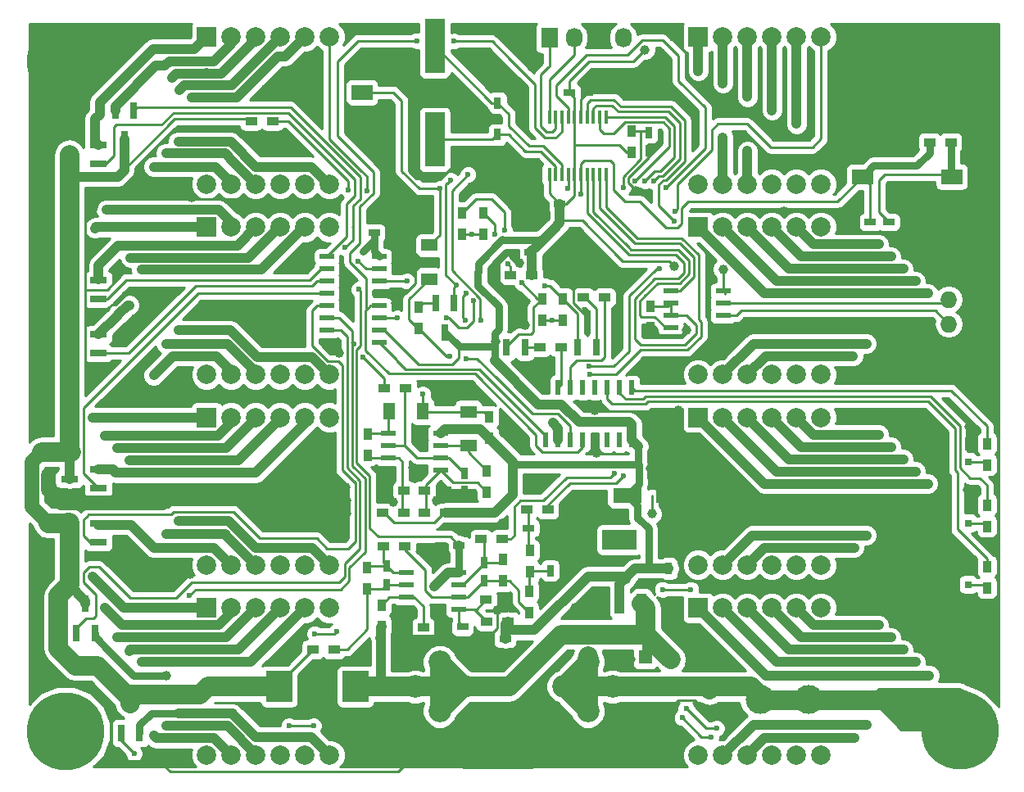
<source format=gbr>
G04 #@! TF.FileFunction,Copper,L1,Top,Signal*
%FSLAX46Y46*%
G04 Gerber Fmt 4.6, Leading zero omitted, Abs format (unit mm)*
G04 Created by KiCad (PCBNEW 4.0.4-1.fc24-product) date Wed May 17 10:11:47 2017*
%MOMM*%
%LPD*%
G01*
G04 APERTURE LIST*
%ADD10C,0.100000*%
%ADD11R,0.900000X1.200000*%
%ADD12R,2.999740X1.600200*%
%ADD13R,2.100580X5.600700*%
%ADD14R,1.699260X1.300480*%
%ADD15R,1.300480X1.699260*%
%ADD16R,2.700000X3.200000*%
%ADD17R,1.200000X0.750000*%
%ADD18R,0.750000X1.200000*%
%ADD19R,0.797560X0.797560*%
%ADD20C,2.349500*%
%ADD21R,1.727200X1.727200*%
%ADD22O,1.727200X1.727200*%
%ADD23R,1.727200X2.032000*%
%ADD24O,1.727200X2.032000*%
%ADD25R,1.800860X0.800100*%
%ADD26R,0.800100X1.800860*%
%ADD27R,1.200000X0.900000*%
%ADD28R,3.657600X2.032000*%
%ADD29R,1.016000X2.032000*%
%ADD30R,1.550000X0.600000*%
%ADD31R,0.450000X1.450000*%
%ADD32R,0.600000X1.500000*%
%ADD33R,1.500000X0.600000*%
%ADD34C,1.300000*%
%ADD35R,1.300000X1.300000*%
%ADD36R,1.397000X1.397000*%
%ADD37C,1.397000*%
%ADD38R,2.180000X1.600000*%
%ADD39C,3.000000*%
%ADD40C,8.000000*%
%ADD41R,2.032000X2.032000*%
%ADD42C,2.000000*%
%ADD43C,1.000000*%
%ADD44C,0.600000*%
%ADD45C,1.000000*%
%ADD46C,0.254000*%
%ADD47C,0.800000*%
%ADD48C,0.250000*%
%ADD49C,0.500000*%
%ADD50C,1.500000*%
%ADD51C,2.000000*%
G04 APERTURE END LIST*
D10*
D11*
X147955000Y-100500000D03*
X147955000Y-102700000D03*
D12*
X110792260Y-93129100D03*
X115191540Y-93129100D03*
D13*
X90881200Y-46662340D03*
X90881200Y-56360060D03*
D14*
X90322400Y-70787260D03*
X90322400Y-67287140D03*
X94361000Y-87983060D03*
X94361000Y-84482940D03*
D15*
X86133940Y-84455000D03*
X89634060Y-84455000D03*
D16*
X82690000Y-112903000D03*
X74790000Y-112903000D03*
D17*
X137805200Y-64884300D03*
X135905200Y-64884300D03*
X86522600Y-65989200D03*
X84622600Y-65989200D03*
X91506000Y-98298000D03*
X93406000Y-98298000D03*
X101920000Y-63042800D03*
X103820000Y-63042800D03*
X106690200Y-51460400D03*
X104790200Y-51460400D03*
X96255800Y-107975400D03*
X98155800Y-107975400D03*
X98872000Y-68046600D03*
X100772000Y-68046600D03*
D18*
X115062000Y-98795800D03*
X115062000Y-100695800D03*
X113030000Y-55615800D03*
X113030000Y-57515800D03*
X97332800Y-57744400D03*
X97332800Y-55844400D03*
X97383600Y-50662800D03*
X97383600Y-52562800D03*
D17*
X102486500Y-96520000D03*
X100586500Y-96520000D03*
D18*
X102819200Y-99024400D03*
X102819200Y-100924400D03*
X96012000Y-100078500D03*
X96012000Y-101978500D03*
X85953600Y-100459500D03*
X85953600Y-102359500D03*
D17*
X91861600Y-106743500D03*
X93761600Y-106743500D03*
D18*
X93980000Y-90871000D03*
X93980000Y-92771000D03*
D19*
X146050000Y-102349300D03*
X146050000Y-100850700D03*
X146050000Y-89649300D03*
X146050000Y-88150700D03*
X146050000Y-95999300D03*
X146050000Y-94500700D03*
D20*
X93939360Y-112903000D03*
X88859360Y-112903000D03*
X104178100Y-112903000D03*
X109258100Y-112903000D03*
X91399360Y-115443000D03*
X91399360Y-110363000D03*
X106718100Y-115443000D03*
X106718100Y-110363000D03*
D21*
X144018000Y-67818000D03*
D22*
X146558000Y-67818000D03*
X144018000Y-70358000D03*
X146558000Y-70358000D03*
X144018000Y-72898000D03*
X146558000Y-72898000D03*
X144018000Y-75438000D03*
X146558000Y-75438000D03*
X144018000Y-77978000D03*
X146558000Y-77978000D03*
D23*
X102743000Y-45847000D03*
D24*
X105283000Y-45847000D03*
X107823000Y-45847000D03*
X110363000Y-45847000D03*
D25*
X56111140Y-78420000D03*
X56111140Y-76520000D03*
X53108860Y-77470000D03*
X56111140Y-92390000D03*
X56111140Y-90490000D03*
X53108860Y-91440000D03*
D26*
X58486000Y-117706140D03*
X60386000Y-117706140D03*
X59436000Y-114703860D03*
D25*
X56111140Y-72832000D03*
X56111140Y-70932000D03*
X53108860Y-71882000D03*
D26*
X53850000Y-107373140D03*
X55750000Y-107373140D03*
X54800000Y-104370860D03*
X59751000Y-53362860D03*
X57851000Y-53362860D03*
X58801000Y-56365140D03*
D25*
X56111140Y-97978000D03*
X56111140Y-96078000D03*
X53108860Y-97028000D03*
X56111140Y-58862000D03*
X56111140Y-56962000D03*
X53108860Y-57912000D03*
D26*
X92898000Y-73276460D03*
X90998000Y-73276460D03*
X91948000Y-76278740D03*
X105679200Y-77853540D03*
X107579200Y-77853540D03*
X106629200Y-74851260D03*
X98313200Y-77802740D03*
X100213200Y-77802740D03*
X99263200Y-74800460D03*
D27*
X74112300Y-54457600D03*
X71912300Y-54457600D03*
X144229000Y-56642000D03*
X142029000Y-56642000D03*
D11*
X111201200Y-57665800D03*
X111201200Y-55465800D03*
X113157000Y-73576000D03*
X113157000Y-75776000D03*
D27*
X98722000Y-70358000D03*
X100922000Y-70358000D03*
X102573000Y-94615000D03*
X100373000Y-94615000D03*
D11*
X100711000Y-98849000D03*
X100711000Y-101049000D03*
X100647500Y-105240000D03*
X100647500Y-103040000D03*
D27*
X95674000Y-97663000D03*
X97874000Y-97663000D03*
X87495200Y-106794300D03*
X89695200Y-106794300D03*
D11*
X97917000Y-99801500D03*
X97917000Y-102001500D03*
X85394800Y-104475100D03*
X85394800Y-106675100D03*
D27*
X87764800Y-98399600D03*
X85564800Y-98399600D03*
X80475000Y-109093000D03*
X78275000Y-109093000D03*
D11*
X83921600Y-100601600D03*
X83921600Y-102801600D03*
D27*
X98445500Y-106172000D03*
X96245500Y-106172000D03*
X96182000Y-103949500D03*
X98382000Y-103949500D03*
D11*
X89204800Y-73677600D03*
X89204800Y-75877600D03*
X96520000Y-87206000D03*
X96520000Y-85006000D03*
X83947000Y-88984000D03*
X83947000Y-86784000D03*
X147955000Y-87800000D03*
X147955000Y-90000000D03*
X147955000Y-94150000D03*
X147955000Y-96350000D03*
X104140000Y-72814000D03*
X104140000Y-75014000D03*
X101981000Y-72814000D03*
X101981000Y-75014000D03*
X95885000Y-63924000D03*
X95885000Y-66124000D03*
X93726000Y-63924000D03*
X93726000Y-66124000D03*
D28*
X109982000Y-97739200D03*
D29*
X109982000Y-104343200D03*
X112268000Y-104343200D03*
X107696000Y-104343200D03*
D30*
X115283000Y-72009000D03*
X115283000Y-73279000D03*
X115283000Y-74549000D03*
X115283000Y-75819000D03*
X120683000Y-75819000D03*
X120683000Y-74549000D03*
X120683000Y-73279000D03*
X120683000Y-72009000D03*
D31*
X102739000Y-59973000D03*
X103389000Y-59973000D03*
X104039000Y-59973000D03*
X104689000Y-59973000D03*
X105339000Y-59973000D03*
X105989000Y-59973000D03*
X106639000Y-59973000D03*
X107289000Y-59973000D03*
X107939000Y-59973000D03*
X108589000Y-59973000D03*
X108589000Y-54073000D03*
X107939000Y-54073000D03*
X107289000Y-54073000D03*
X106639000Y-54073000D03*
X105989000Y-54073000D03*
X105339000Y-54073000D03*
X104689000Y-54073000D03*
X104039000Y-54073000D03*
X103389000Y-54073000D03*
X102739000Y-54073000D03*
D30*
X87927200Y-101130100D03*
X87927200Y-102400100D03*
X87927200Y-103670100D03*
X87927200Y-104940100D03*
X93327200Y-104940100D03*
X93327200Y-103670100D03*
X93327200Y-102400100D03*
X93327200Y-101130100D03*
D32*
X111252000Y-82009000D03*
X109982000Y-82009000D03*
X108712000Y-82009000D03*
X107442000Y-82009000D03*
X106172000Y-82009000D03*
X104902000Y-82009000D03*
X103632000Y-82009000D03*
X102362000Y-82009000D03*
X102362000Y-87409000D03*
X103632000Y-87409000D03*
X104902000Y-87409000D03*
X106172000Y-87409000D03*
X107442000Y-87409000D03*
X108712000Y-87409000D03*
X109982000Y-87409000D03*
X111252000Y-87409000D03*
D30*
X86073000Y-86741000D03*
X86073000Y-88011000D03*
X86073000Y-89281000D03*
X86073000Y-90551000D03*
X91473000Y-90551000D03*
X91473000Y-89281000D03*
X91473000Y-88011000D03*
X91473000Y-86741000D03*
D33*
X79723000Y-68453000D03*
X79723000Y-69723000D03*
X79723000Y-70993000D03*
X79723000Y-72263000D03*
X79723000Y-73533000D03*
X79723000Y-74803000D03*
X79723000Y-76073000D03*
X79723000Y-77343000D03*
X85123000Y-77343000D03*
X85123000Y-76073000D03*
X85123000Y-74803000D03*
X85123000Y-73533000D03*
X85123000Y-72263000D03*
X85123000Y-70993000D03*
X85123000Y-69723000D03*
X85123000Y-68453000D03*
D11*
X96266000Y-92794000D03*
X96266000Y-90594000D03*
D27*
X89832000Y-94932500D03*
X92032000Y-94932500D03*
X92032000Y-92646500D03*
X89832000Y-92646500D03*
X87714000Y-94932500D03*
X85514000Y-94932500D03*
X85514000Y-92646500D03*
X87714000Y-92646500D03*
X87904500Y-82042000D03*
X85704500Y-82042000D03*
X106240400Y-72694800D03*
X108440400Y-72694800D03*
X101719200Y-77825600D03*
X103919200Y-77825600D03*
D10*
G36*
X119601777Y-112400734D02*
X120099266Y-113601777D01*
X118898223Y-114099266D01*
X118400734Y-112898223D01*
X119601777Y-112400734D01*
X119601777Y-112400734D01*
G37*
D34*
X114630602Y-115163417D03*
D35*
X50927000Y-96012000D03*
D34*
X50927000Y-91012000D03*
D36*
X112649000Y-109855000D03*
D37*
X112649000Y-117475000D03*
D38*
X144302430Y-60200320D03*
X135097570Y-60195680D03*
X83367830Y-51475420D03*
X74162970Y-51470780D03*
D39*
X124500000Y-114250000D03*
X129500000Y-114250000D03*
X124500000Y-94500000D03*
X129500000Y-94500000D03*
D40*
X145161000Y-117475000D03*
X145161000Y-48260000D03*
X52750000Y-48250000D03*
X52750000Y-117500000D03*
D41*
X118110000Y-104775000D03*
D42*
X120650000Y-104775000D03*
X123190000Y-104775000D03*
X125730000Y-104775000D03*
X128270000Y-104775000D03*
X130810000Y-104775000D03*
X125730000Y-120015000D03*
X128270000Y-120015000D03*
X118110000Y-120015000D03*
X120650000Y-120015000D03*
X130810000Y-120015000D03*
X123190000Y-120015000D03*
D41*
X118110000Y-85090000D03*
D42*
X120650000Y-85090000D03*
X123190000Y-85090000D03*
X125730000Y-85090000D03*
X128270000Y-85090000D03*
X130810000Y-85090000D03*
X125730000Y-100330000D03*
X128270000Y-100330000D03*
X118110000Y-100330000D03*
X120650000Y-100330000D03*
X130810000Y-100330000D03*
X123190000Y-100330000D03*
D41*
X118110000Y-65405000D03*
D42*
X120650000Y-65405000D03*
X123190000Y-65405000D03*
X125730000Y-65405000D03*
X128270000Y-65405000D03*
X130810000Y-65405000D03*
X125730000Y-80645000D03*
X128270000Y-80645000D03*
X118110000Y-80645000D03*
X120650000Y-80645000D03*
X130810000Y-80645000D03*
X123190000Y-80645000D03*
D41*
X118110000Y-45720000D03*
D42*
X120650000Y-45720000D03*
X123190000Y-45720000D03*
X125730000Y-45720000D03*
X128270000Y-45720000D03*
X130810000Y-45720000D03*
X125730000Y-60960000D03*
X128270000Y-60960000D03*
X118110000Y-60960000D03*
X120650000Y-60960000D03*
X130810000Y-60960000D03*
X123190000Y-60960000D03*
D41*
X67310000Y-45720000D03*
D42*
X69850000Y-45720000D03*
X72390000Y-45720000D03*
X74930000Y-45720000D03*
X77470000Y-45720000D03*
X80010000Y-45720000D03*
X74930000Y-60960000D03*
X77470000Y-60960000D03*
X67310000Y-60960000D03*
X69850000Y-60960000D03*
X80010000Y-60960000D03*
X72390000Y-60960000D03*
D41*
X67310000Y-65405000D03*
D42*
X69850000Y-65405000D03*
X72390000Y-65405000D03*
X74930000Y-65405000D03*
X77470000Y-65405000D03*
X80010000Y-65405000D03*
X74930000Y-80645000D03*
X77470000Y-80645000D03*
X67310000Y-80645000D03*
X69850000Y-80645000D03*
X80010000Y-80645000D03*
X72390000Y-80645000D03*
D41*
X67310000Y-85090000D03*
D42*
X69850000Y-85090000D03*
X72390000Y-85090000D03*
X74930000Y-85090000D03*
X77470000Y-85090000D03*
X80010000Y-85090000D03*
X74930000Y-100330000D03*
X77470000Y-100330000D03*
X67310000Y-100330000D03*
X69850000Y-100330000D03*
X80010000Y-100330000D03*
X72390000Y-100330000D03*
D41*
X67310000Y-104775000D03*
D42*
X69850000Y-104775000D03*
X72390000Y-104775000D03*
X74930000Y-104775000D03*
X77470000Y-104775000D03*
X80010000Y-104775000D03*
X74930000Y-120015000D03*
X77470000Y-120015000D03*
X67310000Y-120015000D03*
X69850000Y-120015000D03*
X80010000Y-120015000D03*
X72390000Y-120015000D03*
D43*
X113322100Y-95059500D03*
D44*
X81927700Y-61544200D03*
X105994200Y-62014100D03*
D43*
X52895000Y-53548000D03*
X51752000Y-55580000D03*
X49974000Y-57866000D03*
X50038000Y-55580000D03*
X49974000Y-53548000D03*
X140525000Y-51135000D03*
X142430000Y-53548000D03*
X147637000Y-56215000D03*
X145097000Y-53548000D03*
X147637000Y-53548000D03*
X50038000Y-85598000D03*
X50038000Y-83312000D03*
X50038000Y-81026000D03*
X50038000Y-78486000D03*
X120396000Y-115570000D03*
X119634000Y-109474000D03*
X74993500Y-109474000D03*
X63309500Y-120713500D03*
X50038000Y-103632000D03*
X50038000Y-106426000D03*
X50038000Y-109220000D03*
X50038000Y-101346000D03*
X119278400Y-95237300D03*
X117983000Y-98171000D03*
X130429000Y-102489000D03*
X85852000Y-45085000D03*
X97917000Y-45593000D03*
X115570000Y-45720000D03*
X145986000Y-92537000D03*
X146113000Y-86060000D03*
X111188500Y-110109000D03*
X88646000Y-90297000D03*
X89281000Y-86931500D03*
X101917500Y-91757500D03*
X98742500Y-86614000D03*
X97853500Y-96075500D03*
X93345000Y-82296000D03*
X77343000Y-68199000D03*
D44*
X81534000Y-70548500D03*
D43*
X65786000Y-62357000D03*
X68453000Y-82804000D03*
X72390000Y-74549000D03*
X68529200Y-93116400D03*
X65595500Y-101282500D03*
X127000000Y-63754000D03*
X127762000Y-75742800D03*
X111620300Y-61620400D03*
X78486000Y-47739300D03*
X113157000Y-90360500D03*
X119240300Y-91922600D03*
X119202200Y-93649800D03*
X143332200Y-98463100D03*
X143332200Y-96672400D03*
X143243300Y-93408500D03*
X143306800Y-94970600D03*
X113385600Y-91414600D03*
X119024400Y-90119200D03*
X106603800Y-93878400D03*
X107772200Y-94818200D03*
X116890800Y-76034900D03*
X107556300Y-88773000D03*
X100266500Y-75514200D03*
X88112600Y-47675800D03*
X107442000Y-84353400D03*
X116027200Y-84328000D03*
X81000600Y-78384400D03*
X86817200Y-73228200D03*
X76073000Y-95351600D03*
X76098400Y-93929200D03*
X75996800Y-92481400D03*
X81737200Y-94996000D03*
X81711800Y-92329000D03*
X81762600Y-93624400D03*
X114249200Y-47396400D03*
X95656400Y-47675800D03*
X86766400Y-63779400D03*
X99593400Y-69113400D03*
X101981000Y-64262000D03*
X105841800Y-71170800D03*
X102336600Y-80391000D03*
X86563200Y-93853000D03*
X91059000Y-93675200D03*
X91236800Y-100076000D03*
X97330798Y-105005602D03*
X105359200Y-104749600D03*
X102463600Y-103378000D03*
X116255800Y-79451200D03*
D44*
X85242400Y-107899200D03*
X90805000Y-102565200D03*
X83489800Y-67894200D03*
X83058000Y-71856600D03*
D43*
X120700800Y-69773800D03*
X97205800Y-77241400D03*
X115646200Y-69469000D03*
X112623600Y-47066200D03*
X103073200Y-85623400D03*
X105816400Y-85572600D03*
D44*
X110350300Y-61290200D03*
X104597200Y-61366400D03*
X91414600Y-61442600D03*
X92456000Y-78740000D03*
X89662000Y-82677000D03*
X114427000Y-102870000D03*
X117348000Y-102870000D03*
X116459000Y-116128800D03*
X119430800Y-118110000D03*
X116865400Y-115163600D03*
X120015000Y-117221000D03*
X115697000Y-63792100D03*
D43*
X55498500Y-101554000D03*
X55750000Y-54250000D03*
X141859000Y-91948000D03*
X141859000Y-72263000D03*
X141986000Y-111760000D03*
X118110000Y-49276000D03*
X55499000Y-85090000D03*
X55753000Y-65532000D03*
X56768500Y-104729000D03*
X63000000Y-48750000D03*
X56769000Y-86995000D03*
X56953002Y-63627000D03*
X140589000Y-90678000D03*
X140589000Y-70993000D03*
X140589000Y-110363000D03*
X120650000Y-50546000D03*
X63750000Y-50000000D03*
X58039000Y-88265000D03*
X58166000Y-67310000D03*
X139319000Y-89408000D03*
X139319000Y-69723000D03*
X139319000Y-109093000D03*
X123190000Y-51943000D03*
X58039000Y-107823000D03*
X59308500Y-73487000D03*
X64500000Y-51250000D03*
X59309000Y-89535000D03*
X138049000Y-88138000D03*
X138049000Y-68453000D03*
X138049000Y-107823000D03*
X125730000Y-53340000D03*
X59309000Y-109220000D03*
X59436000Y-68580000D03*
X65750000Y-52000000D03*
X136779000Y-86868000D03*
X136779000Y-67183000D03*
X136779000Y-106553000D03*
X128270000Y-54737000D03*
X60579000Y-110363000D03*
X60579000Y-90805000D03*
X60579000Y-69780002D03*
D44*
X83858100Y-61633100D03*
D43*
X61848500Y-80726000D03*
X61849000Y-98552000D03*
X61849000Y-117983000D03*
X61849000Y-59182000D03*
X135509000Y-97282000D03*
X135509000Y-77470000D03*
X135509000Y-116840000D03*
X120650000Y-56134000D03*
X64389000Y-115697000D03*
X64389000Y-95758000D03*
X64389000Y-76073000D03*
X64389000Y-56584998D03*
X63100000Y-111800000D03*
X63119000Y-97155000D03*
X63119000Y-57785000D03*
X63119000Y-77470000D03*
X134239000Y-98552000D03*
X134112000Y-78740000D03*
X134239000Y-118237000D03*
X123190000Y-57531000D03*
X63119000Y-116967000D03*
D44*
X78486000Y-107442000D03*
X80772000Y-107188000D03*
X75819000Y-116967000D03*
X78359000Y-116967000D03*
X59816500Y-119842000D03*
X82524600Y-77470000D03*
X65532000Y-103505000D03*
X83439000Y-78816200D03*
X81635600Y-67513200D03*
X82956400Y-68910200D03*
X98412300Y-69227700D03*
X92506800Y-60553600D03*
X111607600Y-60604400D03*
X93116400Y-71424800D03*
X106819700Y-79819500D03*
X110401100Y-91135200D03*
X115620800Y-64757300D03*
X114096800Y-69697600D03*
X106883200Y-80645000D03*
X109423200Y-90893900D03*
X102997000Y-75057000D03*
X102235000Y-71462900D03*
X97104200Y-66167000D03*
X94742000Y-66167000D03*
X99898200Y-71183500D03*
X98107500Y-65760600D03*
X94043000Y-75011000D03*
X112598200Y-60629800D03*
X94132400Y-72263000D03*
X86995000Y-74803000D03*
X94157800Y-78994000D03*
X113487200Y-60629800D03*
X94335600Y-59969400D03*
X95656400Y-75006200D03*
X114757200Y-61290200D03*
X94869000Y-73025000D03*
X92100400Y-74777600D03*
X89027000Y-46151800D03*
X92862400Y-46202600D03*
X88011000Y-70993000D03*
D45*
X67299998Y-49549998D02*
X68250000Y-49549998D01*
X67250000Y-49500000D02*
X67299998Y-49549998D01*
X66250000Y-50750000D02*
X67000000Y-50750000D01*
D46*
X113322100Y-93167200D02*
X113322100Y-95059500D01*
X113360200Y-93129100D02*
X113322100Y-93167200D01*
X137805200Y-64884300D02*
X136779000Y-63858100D01*
X137414000Y-59944000D02*
X144046110Y-59944000D01*
X136779000Y-60579000D02*
X137414000Y-59944000D01*
X136779000Y-63858100D02*
X136779000Y-60579000D01*
X144046110Y-59944000D02*
X144302430Y-60200320D01*
D47*
X144229000Y-56642000D02*
X144229000Y-60126890D01*
X144229000Y-60126890D02*
X144302430Y-60200320D01*
D46*
X144302430Y-60200320D02*
X144190450Y-60312300D01*
D47*
X142029000Y-56642000D02*
X142029000Y-57742000D01*
X136238250Y-59055000D02*
X135097570Y-60195680D01*
X140716000Y-59055000D02*
X136238250Y-59055000D01*
X142029000Y-57742000D02*
X140716000Y-59055000D01*
D46*
X74112300Y-54457600D02*
X75768200Y-54457600D01*
X81927700Y-60617100D02*
X81927700Y-61544200D01*
X75768200Y-54457600D02*
X81927700Y-60617100D01*
X105989000Y-59973000D02*
X105994200Y-59978200D01*
X105994200Y-59978200D02*
X105994200Y-62014100D01*
X111226600Y-62750700D02*
X110540800Y-62750700D01*
X105989000Y-58857000D02*
X105989000Y-59973000D01*
X106311700Y-58534300D02*
X105989000Y-58857000D01*
X109042200Y-58534300D02*
X106311700Y-58534300D01*
X109372400Y-58864500D02*
X109042200Y-58534300D01*
X109372400Y-61582300D02*
X109372400Y-58864500D01*
X110540800Y-62750700D02*
X109372400Y-61582300D01*
X117106700Y-62776100D02*
X116433600Y-63449200D01*
X112090200Y-62750700D02*
X111226600Y-62750700D01*
X114795300Y-65455800D02*
X112090200Y-62750700D01*
X115989100Y-65455800D02*
X114795300Y-65455800D01*
X116433600Y-65011300D02*
X115989100Y-65455800D01*
X116433600Y-63449200D02*
X116433600Y-65011300D01*
X135097570Y-60195680D02*
X132517150Y-62776100D01*
X132517150Y-62776100D02*
X117106700Y-62776100D01*
X117106700Y-62776100D02*
X117094000Y-62776100D01*
X135097570Y-60195680D02*
X135602800Y-59690450D01*
X135905200Y-64884300D02*
X135905200Y-61003310D01*
X135905200Y-61003310D02*
X135097570Y-60195680D01*
X52750000Y-48250000D02*
X49974000Y-51026000D01*
X49974000Y-51026000D02*
X49974000Y-53548000D01*
X51752000Y-54691000D02*
X52895000Y-53548000D01*
X51752000Y-55580000D02*
X51752000Y-54691000D01*
X50038000Y-57802000D02*
X49974000Y-57866000D01*
X50038000Y-55580000D02*
X50038000Y-57802000D01*
X52750000Y-48250000D02*
X55453000Y-45547000D01*
X57244750Y-73709250D02*
X57530500Y-73423500D01*
X56332500Y-74621500D02*
X57244750Y-73709250D01*
X54791500Y-74621500D02*
X56332500Y-74621500D01*
X57530500Y-73423500D02*
X57911500Y-73423500D01*
X57911500Y-73423500D02*
X59054500Y-72280500D01*
X59054500Y-72280500D02*
X60832500Y-72280500D01*
X145161000Y-48260000D02*
X142430000Y-53150000D01*
X140525000Y-51135000D02*
X140525000Y-51262000D01*
X142430000Y-53150000D02*
X142430000Y-53548000D01*
X145161000Y-48260000D02*
X147637000Y-50736000D01*
X147637000Y-50736000D02*
X147637000Y-53548000D01*
X145097000Y-54056000D02*
X147637000Y-56215000D01*
X145097000Y-53548000D02*
X145097000Y-54056000D01*
X49974500Y-111206000D02*
X50736000Y-111206000D01*
X58610000Y-120985000D02*
X58610000Y-120840500D01*
X58465500Y-120840500D02*
X58610000Y-120985000D01*
X58338500Y-120840500D02*
X58465500Y-120840500D01*
X57467000Y-119969000D02*
X58338500Y-120840500D01*
X57467000Y-115270000D02*
X57467000Y-119969000D01*
X54800000Y-112603000D02*
X57467000Y-115270000D01*
X52133000Y-112603000D02*
X54800000Y-112603000D01*
X50736000Y-111206000D02*
X52133000Y-112603000D01*
X50038000Y-83312000D02*
X50038000Y-85598000D01*
X50038000Y-78486000D02*
X50038000Y-81026000D01*
D48*
X117750000Y-114300000D02*
X119020000Y-115570000D01*
D47*
X58610000Y-120840500D02*
X57658000Y-120840500D01*
X111019600Y-119380000D02*
X115290600Y-115109000D01*
X102920800Y-119380000D02*
X111019600Y-119380000D01*
X102870000Y-119329200D02*
X102920800Y-119380000D01*
D46*
X116099600Y-114300000D02*
X117750000Y-114300000D01*
X115290600Y-115109000D02*
X116099600Y-114300000D01*
X57658000Y-120840500D02*
X62674500Y-120840500D01*
X62674500Y-120840500D02*
X63563500Y-121729500D01*
X63563500Y-121729500D02*
X87122000Y-121729500D01*
X87122000Y-121729500D02*
X88582500Y-120269000D01*
X88582500Y-120269000D02*
X92837000Y-120269000D01*
X92837000Y-120269000D02*
X93853000Y-121285000D01*
X93853000Y-121285000D02*
X100914200Y-121285000D01*
X100914200Y-121285000D02*
X102870000Y-119329200D01*
D48*
X119020000Y-115570000D02*
X120396000Y-115570000D01*
D47*
X63182500Y-120840500D02*
X58610000Y-120840500D01*
X63182500Y-120840500D02*
X63309500Y-120713500D01*
D46*
X50038000Y-109220000D02*
X49974500Y-109283500D01*
X50038000Y-106426000D02*
X50038000Y-109220000D01*
X50038000Y-102362000D02*
X50038000Y-101346000D01*
X50038000Y-102362000D02*
X50038000Y-103632000D01*
X49974500Y-109283500D02*
X49974500Y-111206000D01*
X129500000Y-94500000D02*
X124500000Y-94500000D01*
X124500000Y-94500000D02*
X125000000Y-95000000D01*
X125000000Y-95000000D02*
X127000000Y-95000000D01*
X127000000Y-95000000D02*
X127000000Y-94970600D01*
X65786000Y-62357000D02*
X65913000Y-62484000D01*
X70104000Y-62484000D02*
X70612000Y-62992000D01*
X65913000Y-62484000D02*
X70104000Y-62484000D01*
X119278400Y-95237300D02*
X117983000Y-96532700D01*
X117983000Y-96532700D02*
X117983000Y-98171000D01*
X143332200Y-98463100D02*
X139306300Y-102489000D01*
X139306300Y-102489000D02*
X130429000Y-102489000D01*
X59944000Y-62420500D02*
X59944000Y-59309000D01*
X71882000Y-56769000D02*
X75184000Y-56769000D01*
X70358000Y-55245000D02*
X71882000Y-56769000D01*
X64008000Y-55245000D02*
X70358000Y-55245000D01*
X59944000Y-59309000D02*
X64008000Y-55245000D01*
D47*
X146050000Y-94500700D02*
X146113000Y-92664000D01*
X146113000Y-92664000D02*
X145986000Y-92537000D01*
X146050000Y-88150700D02*
X146113000Y-86060000D01*
X98742500Y-86614000D02*
X98615500Y-86614000D01*
X97853500Y-96075500D02*
X97790000Y-96075500D01*
D46*
X55213250Y-63150750D02*
X55943500Y-62420500D01*
X60452000Y-62230000D02*
X65659000Y-62230000D01*
X65659000Y-62230000D02*
X65786000Y-62357000D01*
X60261500Y-62420500D02*
X60452000Y-62230000D01*
X55943500Y-62420500D02*
X59944000Y-62420500D01*
X59944000Y-62420500D02*
X60261500Y-62420500D01*
X146558000Y-54864000D02*
X139890500Y-54864000D01*
X136652000Y-54356000D02*
X136652000Y-57404000D01*
X139382500Y-54356000D02*
X136652000Y-54356000D01*
X139890500Y-54864000D02*
X139382500Y-54356000D01*
X54737000Y-71882000D02*
X57023000Y-71882000D01*
X58420000Y-70485000D02*
X58420000Y-70104000D01*
X57023000Y-71882000D02*
X58420000Y-70485000D01*
X54737000Y-67564000D02*
X55880000Y-67564000D01*
X54737000Y-74676000D02*
X54791500Y-74621500D01*
X54791500Y-74621500D02*
X54864000Y-74549000D01*
X55245000Y-63119000D02*
X55213250Y-63150750D01*
X55213250Y-63150750D02*
X54737000Y-63627000D01*
X54737000Y-80264000D02*
X55118000Y-80645000D01*
X54737000Y-63627000D02*
X54737000Y-67564000D01*
X54737000Y-67564000D02*
X54737000Y-71882000D01*
X54737000Y-71882000D02*
X54737000Y-74676000D01*
X54737000Y-74676000D02*
X54737000Y-80264000D01*
X63881000Y-101282500D02*
X63436500Y-100838000D01*
X65595500Y-101282500D02*
X63881000Y-101282500D01*
X144018000Y-67818000D02*
X142240000Y-66040000D01*
X131826000Y-63754000D02*
X127000000Y-63754000D01*
X133604000Y-65532000D02*
X131826000Y-63754000D01*
X133604000Y-66040000D02*
X133604000Y-65532000D01*
X134620000Y-66040000D02*
X133604000Y-66040000D01*
X142240000Y-66040000D02*
X134620000Y-66040000D01*
X110883700Y-60807600D02*
X111620300Y-61544200D01*
X111620300Y-61544200D02*
X111620300Y-61620400D01*
D47*
X74162970Y-51470780D02*
X74754520Y-51470780D01*
X74754520Y-51470780D02*
X78486000Y-47739300D01*
X113385600Y-91414600D02*
X113157000Y-91186000D01*
X113157000Y-91186000D02*
X113157000Y-90360500D01*
X119278400Y-95237300D02*
X119545100Y-94970600D01*
D46*
X118033800Y-93129100D02*
X119240300Y-91922600D01*
X119202200Y-93649800D02*
X119278400Y-93726000D01*
X119278400Y-93726000D02*
X119278400Y-95237300D01*
X115191540Y-93129100D02*
X118033800Y-93129100D01*
D47*
X143332200Y-98488500D02*
X143383000Y-98539300D01*
X143332200Y-98463100D02*
X143332200Y-98488500D01*
X143243300Y-96583500D02*
X143332200Y-96672400D01*
X143243300Y-93408500D02*
X143243300Y-96583500D01*
X119545100Y-94970600D02*
X127000000Y-94970600D01*
X127000000Y-94970600D02*
X143306800Y-94970600D01*
D46*
X115191540Y-93129100D02*
X115100100Y-93129100D01*
X115100100Y-93129100D02*
X113385600Y-91414600D01*
X119024400Y-90119200D02*
X118201440Y-90119200D01*
X116027200Y-87122000D02*
X119024400Y-90119200D01*
X116027200Y-84328000D02*
X116027200Y-87122000D01*
X118201440Y-90119200D02*
X115191540Y-93129100D01*
X115062000Y-98795800D02*
X115062000Y-93258640D01*
X115062000Y-93258640D02*
X115191540Y-93129100D01*
X102486500Y-96520000D02*
X106070400Y-96520000D01*
D47*
X107543600Y-94818200D02*
X107772200Y-94818200D01*
X106603800Y-93878400D02*
X107543600Y-94818200D01*
D46*
X106070400Y-96520000D02*
X107772200Y-94818200D01*
X113030000Y-57515800D02*
X113030000Y-58191400D01*
X110883700Y-60337700D02*
X110883700Y-60807600D01*
X113030000Y-58191400D02*
X110883700Y-60337700D01*
X113927800Y-76546800D02*
X116378900Y-76546800D01*
X116378900Y-76546800D02*
X116890800Y-76034900D01*
X107442000Y-87409000D02*
X107442000Y-88658700D01*
X107442000Y-88658700D02*
X107556300Y-88773000D01*
D47*
X98872000Y-68046600D02*
X98247200Y-68046600D01*
X99263200Y-73533000D02*
X99263200Y-74800460D01*
X97091500Y-71361300D02*
X99263200Y-73533000D01*
X97091500Y-69202300D02*
X97091500Y-71361300D01*
X98247200Y-68046600D02*
X97091500Y-69202300D01*
X100266500Y-75514200D02*
X99552760Y-74800460D01*
X99552760Y-74800460D02*
X99263200Y-74800460D01*
D46*
X97332800Y-57744400D02*
X94147600Y-57744400D01*
X88188800Y-47752000D02*
X88112600Y-47675800D01*
X88188800Y-59639200D02*
X88188800Y-47752000D01*
X88950800Y-60401200D02*
X88188800Y-59639200D01*
X91490800Y-60401200D02*
X88950800Y-60401200D01*
X94147600Y-57744400D02*
X91490800Y-60401200D01*
X116027200Y-84328000D02*
X115951000Y-84404200D01*
X115951000Y-84404200D02*
X107492800Y-84404200D01*
X107492800Y-84404200D02*
X107442000Y-84353400D01*
D49*
X145161000Y-48260000D02*
X146558000Y-49657000D01*
X146558000Y-49657000D02*
X146558000Y-54864000D01*
X146558000Y-54864000D02*
X146558000Y-67818000D01*
X146735800Y-78155800D02*
X146558000Y-77978000D01*
X144018000Y-67818000D02*
X146558000Y-67818000D01*
X146558000Y-67818000D02*
X146558000Y-70358000D01*
X146558000Y-70358000D02*
X144018000Y-70358000D01*
X144018000Y-70358000D02*
X146558000Y-70358000D01*
X146558000Y-70358000D02*
X146558000Y-72898000D01*
X146558000Y-72898000D02*
X146558000Y-76022200D01*
X146558000Y-76022200D02*
X146558000Y-75438000D01*
X146558000Y-75438000D02*
X146558000Y-77978000D01*
X146558000Y-77978000D02*
X144018000Y-77978000D01*
X120683000Y-75819000D02*
X120759200Y-75742800D01*
X120759200Y-75742800D02*
X127762000Y-75742800D01*
X127762000Y-75742800D02*
X141782800Y-75742800D01*
X141782800Y-75742800D02*
X144018000Y-77978000D01*
D46*
X79959200Y-77343000D02*
X81000600Y-78384400D01*
X86766400Y-73177400D02*
X86766400Y-72263000D01*
X86817200Y-73228200D02*
X86766400Y-73177400D01*
X79723000Y-77343000D02*
X79959200Y-77343000D01*
X68529200Y-93116400D02*
X75285600Y-93116400D01*
D50*
X50927000Y-92532200D02*
X52298600Y-93903800D01*
X52298600Y-93903800D02*
X62738000Y-93903800D01*
X62738000Y-93903800D02*
X63525400Y-93116400D01*
X63525400Y-93116400D02*
X68529200Y-93116400D01*
X50927000Y-91012000D02*
X50927000Y-92532200D01*
D46*
X75285600Y-93116400D02*
X76098400Y-93929200D01*
D47*
X76098400Y-93929200D02*
X76098400Y-95326200D01*
X76098400Y-95326200D02*
X76073000Y-95351600D01*
X81762600Y-93624400D02*
X81457800Y-93929200D01*
X81457800Y-93929200D02*
X76098400Y-93929200D01*
X75996800Y-92481400D02*
X76022200Y-92506800D01*
X81762600Y-93624400D02*
X81762600Y-94970600D01*
X81762600Y-94970600D02*
X81737200Y-94996000D01*
D46*
X106690200Y-51460400D02*
X107137200Y-51460400D01*
X107137200Y-51460400D02*
X108305600Y-50292000D01*
X111353600Y-50292000D02*
X114249200Y-47396400D01*
X108305600Y-50292000D02*
X111353600Y-50292000D01*
X97383600Y-50662800D02*
X97383600Y-49403000D01*
X97383600Y-49403000D02*
X95656400Y-47675800D01*
D47*
X86522600Y-64023200D02*
X86766400Y-63779400D01*
X86522600Y-65989200D02*
X86522600Y-64023200D01*
X98872000Y-68392000D02*
X99593400Y-69113400D01*
X101920000Y-64201000D02*
X101981000Y-64262000D01*
X101920000Y-64201000D02*
X101920000Y-63042800D01*
D46*
X97332800Y-57744400D02*
X97332800Y-58267600D01*
X97332800Y-58267600D02*
X101920000Y-62854800D01*
X101920000Y-62854800D02*
X101920000Y-63042800D01*
X106629200Y-74851260D02*
X106629200Y-74663972D01*
X106629200Y-74663972D02*
X105206800Y-73241572D01*
X105206800Y-71805800D02*
X105841800Y-71170800D01*
X105206800Y-73241572D02*
X105206800Y-71805800D01*
X102362000Y-80416400D02*
X102362000Y-82009000D01*
X102336600Y-80391000D02*
X102362000Y-80416400D01*
X85514000Y-92646500D02*
X85514000Y-92803800D01*
X85514000Y-92803800D02*
X86563200Y-93853000D01*
X92032000Y-92646500D02*
X92032000Y-92702200D01*
X92032000Y-92702200D02*
X91059000Y-93675200D01*
X91506000Y-98298000D02*
X91506000Y-99806800D01*
X91506000Y-99806800D02*
X91236800Y-100076000D01*
X98382000Y-103949500D02*
X98382000Y-103954400D01*
X98382000Y-103954400D02*
X97330798Y-105005602D01*
X107696000Y-104343200D02*
X105765600Y-104343200D01*
X105765600Y-104343200D02*
X105359200Y-104749600D01*
X103342400Y-99024400D02*
X102819200Y-99024400D01*
X103911400Y-99593400D02*
X103342400Y-99024400D01*
X103911400Y-101930200D02*
X103911400Y-99593400D01*
X102463600Y-103378000D02*
X103911400Y-101930200D01*
X102819200Y-99024400D02*
X102819200Y-96852700D01*
X102819200Y-96852700D02*
X102486500Y-96520000D01*
X113157000Y-75776000D02*
X113927800Y-76546800D01*
X120683000Y-77411600D02*
X120683000Y-75819000D01*
X119126000Y-78968600D02*
X120683000Y-77411600D01*
X116738400Y-78968600D02*
X119126000Y-78968600D01*
X116255800Y-79451200D02*
X116738400Y-78968600D01*
X85123000Y-72263000D02*
X86766400Y-72263000D01*
X86766400Y-72263000D02*
X87782400Y-72263000D01*
X87782400Y-72263000D02*
X87833200Y-72263000D01*
X87833200Y-72263000D02*
X88900000Y-71196200D01*
X88900000Y-71196200D02*
X88900000Y-68366600D01*
X88900000Y-68366600D02*
X86522600Y-65989200D01*
D47*
X98872000Y-68046600D02*
X98872000Y-68392000D01*
D48*
X91861600Y-106743500D02*
X93093500Y-107975400D01*
X93093500Y-107975400D02*
X96255800Y-107975400D01*
X87495200Y-106794300D02*
X88346100Y-107645200D01*
X90959900Y-107645200D02*
X91861600Y-106743500D01*
X88346100Y-107645200D02*
X90959900Y-107645200D01*
X87927200Y-104940100D02*
X87927200Y-106362300D01*
X87927200Y-106362300D02*
X87495200Y-106794300D01*
X98382000Y-103954400D02*
X97330798Y-105005602D01*
X97330798Y-106900402D02*
X96255800Y-107975400D01*
X97330798Y-105005602D02*
X97330798Y-106900402D01*
X105989000Y-54073000D02*
X105989000Y-52161600D01*
X105989000Y-52161600D02*
X106690200Y-51460400D01*
X91882000Y-92646500D02*
X92006500Y-92771000D01*
X92006500Y-92771000D02*
X93980000Y-92771000D01*
X85664000Y-92646500D02*
X86073000Y-92237500D01*
X86073000Y-92237500D02*
X86073000Y-90551000D01*
D47*
X93327200Y-101130100D02*
X93406000Y-101051300D01*
X93406000Y-101051300D02*
X93406000Y-98298000D01*
X85123000Y-68453000D02*
X84622600Y-67952600D01*
D45*
X93327200Y-101130100D02*
X92240100Y-101130100D01*
X92240100Y-101130100D02*
X90805000Y-102565200D01*
X85242400Y-107899200D02*
X85318600Y-107899200D01*
X85318600Y-107899200D02*
X85242400Y-107899200D01*
X85242400Y-107899200D02*
X85318600Y-107899200D01*
X85394800Y-106675100D02*
X85318600Y-106751300D01*
X85318600Y-106751300D02*
X85318600Y-107899200D01*
X85318600Y-107899200D02*
X85318600Y-112903000D01*
D51*
X85318600Y-112903000D02*
X82690000Y-112903000D01*
D47*
X84622600Y-67952600D02*
X84622600Y-66675000D01*
X84622600Y-66675000D02*
X84622600Y-66761400D01*
X84622600Y-66761400D02*
X83489800Y-67894200D01*
X112649000Y-109855000D02*
X112649000Y-107569000D01*
X112649000Y-107569000D02*
X112699800Y-107518200D01*
D46*
X84175600Y-95834200D02*
X84175600Y-96520000D01*
X92529700Y-97421700D02*
X93406000Y-98298000D01*
X85077300Y-97421700D02*
X92529700Y-97421700D01*
X84175600Y-96520000D02*
X85077300Y-97421700D01*
D51*
X91399360Y-115443000D02*
X93939360Y-112903000D01*
X93939360Y-112903000D02*
X91399360Y-110363000D01*
D46*
X82800802Y-89789000D02*
X84175600Y-91163798D01*
X84175600Y-91163798D02*
X84175600Y-95834200D01*
X82800802Y-78108198D02*
X82800802Y-89789000D01*
X83210400Y-77698600D02*
X82800802Y-78108198D01*
X83210400Y-72009000D02*
X83210400Y-77698600D01*
X83058000Y-71856600D02*
X83210400Y-72009000D01*
D47*
X84622600Y-66675000D02*
X84622600Y-65989200D01*
D45*
X93406000Y-98298000D02*
X93327200Y-98376800D01*
D51*
X112699800Y-107518200D02*
X112699800Y-104775000D01*
X112699800Y-104775000D02*
X112268000Y-104343200D01*
X93939360Y-112903000D02*
X98602800Y-112903000D01*
X98602800Y-112903000D02*
X103987600Y-107518200D01*
X103987600Y-107518200D02*
X112699800Y-107518200D01*
X112699800Y-107518200D02*
X115290600Y-110109000D01*
X93939360Y-112903000D02*
X88859360Y-112903000D01*
X91399360Y-115443000D02*
X91399360Y-110363000D01*
X88859360Y-112903000D02*
X85318600Y-112903000D01*
D47*
X110792260Y-93129100D02*
X111823500Y-94160340D01*
X113004600Y-96570800D02*
X113004600Y-100695800D01*
X111925100Y-95491300D02*
X113004600Y-96570800D01*
X111823500Y-95491300D02*
X111925100Y-95491300D01*
X111823500Y-94160340D02*
X111823500Y-95491300D01*
X111988600Y-90093800D02*
X111925100Y-90030300D01*
X111925100Y-90030300D02*
X111925100Y-88082100D01*
X110792260Y-93129100D02*
X111988600Y-91932760D01*
X111988600Y-91932760D02*
X111988600Y-90093800D01*
X111988600Y-90093800D02*
X111988600Y-89916000D01*
X110566200Y-93329760D02*
X110779560Y-93116400D01*
D46*
X107048300Y-56921400D02*
X105339000Y-56921400D01*
X105346500Y-56870600D02*
X105339000Y-56870600D01*
X105346500Y-56913900D02*
X105346500Y-56870600D01*
X105339000Y-56921400D02*
X105346500Y-56913900D01*
X105339000Y-54073000D02*
X105339000Y-56870600D01*
X105339000Y-56870600D02*
X105339000Y-59973000D01*
X103820000Y-63042800D02*
X103820000Y-63027600D01*
X103820000Y-63027600D02*
X102739000Y-61946600D01*
X102739000Y-61946600D02*
X102739000Y-59973000D01*
X103820000Y-63042800D02*
X104470200Y-63042800D01*
X104470200Y-63042800D02*
X105339000Y-62174000D01*
X105339000Y-62174000D02*
X105339000Y-59973000D01*
D47*
X99230000Y-89916000D02*
X98958400Y-89644400D01*
X111988600Y-89916000D02*
X99230000Y-89916000D01*
D46*
X120683000Y-72009000D02*
X120683000Y-69791600D01*
X120683000Y-69791600D02*
X120700800Y-69773800D01*
D47*
X97053400Y-77089000D02*
X97053400Y-76428600D01*
X97205800Y-77241400D02*
X97053400Y-77089000D01*
X97815400Y-66751200D02*
X102067400Y-66751200D01*
X101739700Y-66675000D02*
X101739700Y-67078900D01*
X101991200Y-66675000D02*
X101739700Y-66675000D01*
X102067400Y-66751200D02*
X101991200Y-66675000D01*
X97815400Y-66751200D02*
X97891600Y-66675000D01*
D46*
X115138200Y-68961000D02*
X110312200Y-68961000D01*
X109982000Y-68630800D02*
X109982000Y-68605400D01*
X110312200Y-68961000D02*
X109982000Y-68630800D01*
X115138200Y-68961000D02*
X115646200Y-69469000D01*
X120878600Y-71983600D02*
X120878600Y-72313800D01*
X103820000Y-64744600D02*
X106121200Y-64744600D01*
X106121200Y-64744600D02*
X109982000Y-68605400D01*
X104790200Y-51460400D02*
X104790200Y-50276800D01*
X111429800Y-48260000D02*
X112623600Y-47066200D01*
X106807000Y-48260000D02*
X111429800Y-48260000D01*
X104790200Y-50276800D02*
X106807000Y-48260000D01*
X103784400Y-63007200D02*
X103820000Y-63042800D01*
X111201200Y-57665800D02*
X110726400Y-57665800D01*
X109982000Y-56921400D02*
X107048300Y-56921400D01*
X110726400Y-57665800D02*
X109982000Y-56921400D01*
D47*
X97053400Y-77774800D02*
X93444060Y-77774800D01*
X93444060Y-77774800D02*
X91948000Y-76278740D01*
X97485200Y-75996800D02*
X97053400Y-76428600D01*
X97053400Y-76428600D02*
X97053400Y-77774800D01*
X97053400Y-77774800D02*
X97053400Y-79222600D01*
X97485200Y-75996800D02*
X97485200Y-73609200D01*
X95402400Y-70078600D02*
X95402400Y-69164200D01*
X95402400Y-69164200D02*
X97891600Y-66675000D01*
X97485200Y-73609200D02*
X95351600Y-71475600D01*
X95351600Y-71475600D02*
X95351600Y-70078600D01*
X95351600Y-70078600D02*
X95402400Y-70078600D01*
D46*
X85123000Y-76073000D02*
X85699600Y-76073000D01*
X85699600Y-76073000D02*
X89258798Y-79632198D01*
X93370400Y-77701140D02*
X91948000Y-76278740D01*
X93370400Y-78917800D02*
X93370400Y-77701140D01*
X92656002Y-79632198D02*
X93370400Y-78917800D01*
X89258798Y-79632198D02*
X92656002Y-79632198D01*
D45*
X97053400Y-79222600D02*
X101549200Y-83718400D01*
X103962200Y-83718400D02*
X105816400Y-85572600D01*
X101549200Y-83718400D02*
X103962200Y-83718400D01*
X103820000Y-63042800D02*
X103820000Y-64744600D01*
X103820000Y-64744600D02*
X103820000Y-64998600D01*
X103820000Y-64998600D02*
X103205300Y-65613300D01*
X103205300Y-65613300D02*
X101739700Y-67078900D01*
X101739700Y-67078900D02*
X101490800Y-67327800D01*
X101490800Y-67327800D02*
X100772000Y-68046600D01*
X100922000Y-70358000D02*
X100922000Y-68196600D01*
X100922000Y-68196600D02*
X100772000Y-68046600D01*
X98155800Y-107061000D02*
X101168200Y-107061000D01*
X110744000Y-101498400D02*
X110642400Y-101600000D01*
X106730800Y-101498400D02*
X110744000Y-101498400D01*
X101168200Y-107061000D02*
X106730800Y-101498400D01*
X110642400Y-101600000D02*
X110642400Y-101777800D01*
X110642400Y-101777800D02*
X110642400Y-101600000D01*
X98155800Y-107975400D02*
X98155800Y-107061000D01*
X98155800Y-107061000D02*
X98155800Y-106461700D01*
X98155800Y-106461700D02*
X98445500Y-106172000D01*
X92032000Y-94932500D02*
X92044700Y-94919800D01*
X92044700Y-94919800D02*
X97104200Y-94919800D01*
X98958400Y-93065600D02*
X98958400Y-90805000D01*
X97104200Y-94919800D02*
X98958400Y-93065600D01*
X98958400Y-90805000D02*
X98958400Y-89644400D01*
X96520000Y-87206000D02*
X98958400Y-89644400D01*
X91473000Y-86741000D02*
X91955600Y-86258400D01*
X95572400Y-86258400D02*
X96520000Y-87206000D01*
X95199200Y-86258400D02*
X95572400Y-86258400D01*
X91955600Y-86258400D02*
X95199200Y-86258400D01*
X103632000Y-87409000D02*
X103632000Y-86182200D01*
X103632000Y-86182200D02*
X103073200Y-85623400D01*
X111252000Y-85826600D02*
X111252000Y-87409000D01*
X105816400Y-85572600D02*
X110998000Y-85572600D01*
X110998000Y-85572600D02*
X111252000Y-85826600D01*
X111925100Y-88082100D02*
X111252000Y-87409000D01*
X109982000Y-104343200D02*
X109982000Y-102260400D01*
X109982000Y-102260400D02*
X110642400Y-101600000D01*
X111546600Y-100695800D02*
X111876800Y-100695800D01*
X111876800Y-100695800D02*
X113004600Y-100695800D01*
X110642400Y-101600000D02*
X111546600Y-100695800D01*
X113004600Y-100695800D02*
X113131600Y-100695800D01*
X113131600Y-100695800D02*
X115062000Y-100695800D01*
D48*
X105339000Y-54073000D02*
X105339000Y-52009200D01*
X105339000Y-52009200D02*
X104790200Y-51460400D01*
X85664000Y-94932500D02*
X86680000Y-95948500D01*
X90866000Y-95948500D02*
X91882000Y-94932500D01*
X86680000Y-95948500D02*
X90866000Y-95948500D01*
D46*
X111982250Y-58553350D02*
X110350300Y-60185300D01*
X110350300Y-60185300D02*
X110350300Y-61290200D01*
D48*
X83367830Y-51475420D02*
X86565520Y-51475420D01*
X89331800Y-61442600D02*
X91414600Y-61442600D01*
X87477600Y-59588400D02*
X89331800Y-61442600D01*
X87477600Y-52387500D02*
X87477600Y-59588400D01*
X86565520Y-51475420D02*
X87477600Y-52387500D01*
D46*
X104689000Y-59973000D02*
X104689000Y-61274600D01*
X104689000Y-61274600D02*
X104597200Y-61366400D01*
X112191800Y-57810400D02*
X112191800Y-58343800D01*
X112191800Y-58343800D02*
X111982250Y-58553350D01*
X91414600Y-61442600D02*
X91414600Y-61899800D01*
X112191800Y-55465800D02*
X112191800Y-57810400D01*
X91414600Y-66194940D02*
X90322400Y-67287140D01*
X91414600Y-61899800D02*
X91414600Y-66194940D01*
X111201200Y-55465800D02*
X112191800Y-55465800D01*
X112191800Y-55465800D02*
X112880000Y-55465800D01*
X112880000Y-55465800D02*
X113030000Y-55615800D01*
X97332800Y-55844400D02*
X98516400Y-55844400D01*
X100330000Y-57531000D02*
X100330000Y-57581800D01*
X100279200Y-57581800D02*
X100330000Y-57531000D01*
X100253800Y-57581800D02*
X100279200Y-57581800D01*
X98516400Y-55844400D02*
X100253800Y-57581800D01*
X103389000Y-59973000D02*
X103389000Y-59116800D01*
X103389000Y-59116800D02*
X101854000Y-57581800D01*
X101854000Y-57581800D02*
X100330000Y-57581800D01*
D48*
X90881200Y-56360060D02*
X96817140Y-56360060D01*
X96817140Y-56360060D02*
X97332800Y-55844400D01*
D46*
X104039000Y-59973000D02*
X104039000Y-58979400D01*
X98552000Y-53731200D02*
X97383600Y-52562800D01*
X98552000Y-54965600D02*
X98552000Y-53731200D01*
X100609400Y-57023000D02*
X98552000Y-54965600D01*
X102082600Y-57023000D02*
X100609400Y-57023000D01*
X104039000Y-58979400D02*
X102082600Y-57023000D01*
D48*
X97383600Y-52562800D02*
X96781660Y-52562800D01*
X96781660Y-52562800D02*
X90881200Y-46662340D01*
X100586500Y-96520000D02*
X100586500Y-94828500D01*
X100586500Y-94828500D02*
X100373000Y-94615000D01*
X100586500Y-96520000D02*
X100586500Y-98724500D01*
X100586500Y-98724500D02*
X100711000Y-98849000D01*
X102819200Y-100924400D02*
X100835600Y-100924400D01*
X100835600Y-100924400D02*
X100711000Y-101049000D01*
X100647500Y-103040000D02*
X100647500Y-101112500D01*
X100647500Y-101112500D02*
X100711000Y-101049000D01*
X96012000Y-100078500D02*
X96012000Y-98001000D01*
X96012000Y-98001000D02*
X95674000Y-97663000D01*
X96012000Y-100078500D02*
X97640000Y-100078500D01*
X97640000Y-100078500D02*
X97917000Y-99801500D01*
X93327200Y-102400100D02*
X93789500Y-102400100D01*
X93789500Y-102400100D02*
X96012000Y-100177600D01*
X96012000Y-100177600D02*
X96012000Y-100078500D01*
X96012000Y-101978500D02*
X98279900Y-101978500D01*
X98279900Y-101978500D02*
X98302900Y-102001500D01*
X98302900Y-102001500D02*
X97917000Y-102001500D01*
X93327200Y-103670100D02*
X94320400Y-103670100D01*
X94320400Y-103670100D02*
X96012000Y-101978500D01*
X97917000Y-102001500D02*
X98597900Y-102001500D01*
X99568000Y-104160500D02*
X100647500Y-105240000D01*
X99568000Y-102971600D02*
X99568000Y-104160500D01*
X98597900Y-102001500D02*
X99568000Y-102971600D01*
X87764800Y-98399600D02*
X87764800Y-98737600D01*
X87764800Y-98737600D02*
X89916000Y-100888800D01*
X89916000Y-100888800D02*
X89916000Y-102971600D01*
X89916000Y-102971600D02*
X90614500Y-103670100D01*
X90614500Y-103670100D02*
X93327200Y-103670100D01*
X85564800Y-98399600D02*
X85564800Y-100070700D01*
X85564800Y-100070700D02*
X85953600Y-100459500D01*
X85953600Y-100459500D02*
X85953600Y-100121900D01*
X85953600Y-100459500D02*
X84063700Y-100459500D01*
X84063700Y-100459500D02*
X83921600Y-100601600D01*
X87927200Y-101130100D02*
X86624200Y-101130100D01*
X86624200Y-101130100D02*
X85953600Y-100459500D01*
X80475000Y-109093000D02*
X81813400Y-109093000D01*
X83921600Y-106984800D02*
X83921600Y-102801600D01*
X81813400Y-109093000D02*
X83921600Y-106984800D01*
X85953600Y-102359500D02*
X87886600Y-102359500D01*
X87886600Y-102359500D02*
X87927200Y-102400100D01*
X83921600Y-102801600D02*
X85511500Y-102801600D01*
X85511500Y-102801600D02*
X85953600Y-102359500D01*
X95013600Y-104940100D02*
X95191400Y-104940100D01*
X95191400Y-104940100D02*
X96182000Y-103949500D01*
X93327200Y-104940100D02*
X95013600Y-104940100D01*
X95013600Y-104940100D02*
X96245500Y-106172000D01*
X93327200Y-104940100D02*
X93327200Y-106309100D01*
X93327200Y-106309100D02*
X93761600Y-106743500D01*
D45*
X53108860Y-60210700D02*
X58106800Y-60210700D01*
X58801000Y-59516500D02*
X58801000Y-56365140D01*
X58106800Y-60210700D02*
X58801000Y-59516500D01*
X54800000Y-104082280D02*
X53108860Y-102391140D01*
X54800000Y-104370860D02*
X54800000Y-104082280D01*
D51*
X67500000Y-112903000D02*
X66653000Y-113750000D01*
X59478000Y-113750000D02*
X59436000Y-113792000D01*
X66653000Y-113750000D02*
X59478000Y-113750000D01*
X59436000Y-113792000D02*
X59042000Y-113792000D01*
X59042000Y-113792000D02*
X56000000Y-110750000D01*
X56000000Y-110750000D02*
X53750000Y-110750000D01*
X53750000Y-110750000D02*
X51998860Y-108998860D01*
X51998860Y-108998860D02*
X51998860Y-107250000D01*
X51998860Y-107250000D02*
X51998860Y-103501140D01*
X53108860Y-102391140D02*
X53108860Y-99468940D01*
X51998860Y-103501140D02*
X53108860Y-102391140D01*
D46*
X57023000Y-60210700D02*
X58026300Y-60210700D01*
X64643000Y-54229000D02*
X64643000Y-54190900D01*
X64008000Y-54229000D02*
X64643000Y-54229000D01*
X58026300Y-60210700D02*
X64008000Y-54229000D01*
D51*
X53108860Y-60210700D02*
X53108860Y-57912000D01*
X59436000Y-114703860D02*
X59436000Y-113792000D01*
D46*
X66573400Y-54190900D02*
X71645600Y-54190900D01*
X71645600Y-54190900D02*
X71912300Y-54457600D01*
X53108860Y-60210700D02*
X57023000Y-60210700D01*
X64643000Y-54190900D02*
X66573400Y-54190900D01*
X66573400Y-54190900D02*
X66624200Y-54190900D01*
X66624200Y-54190900D02*
X66649600Y-54190900D01*
D45*
X53108860Y-97028000D02*
X53108860Y-99468940D01*
X53035200Y-99542600D02*
X53108860Y-99542600D01*
X53108860Y-99468940D02*
X53035200Y-99542600D01*
X50927000Y-96012000D02*
X52092860Y-96012000D01*
X52092860Y-96012000D02*
X53108860Y-97028000D01*
X53108860Y-91440000D02*
X53108860Y-88646000D01*
X53108860Y-88646000D02*
X53314600Y-88440260D01*
X53314600Y-88440260D02*
X53314600Y-88061800D01*
X53314600Y-88061800D02*
X53314600Y-88646000D01*
D49*
X53108860Y-71882000D02*
X53108860Y-73047860D01*
X53108860Y-77470000D02*
X53108860Y-76070460D01*
X53108860Y-73047860D02*
X53108860Y-74622660D01*
D46*
X74790000Y-112903000D02*
X74790000Y-112578000D01*
X74790000Y-112578000D02*
X78275000Y-109093000D01*
D51*
X53108860Y-88646000D02*
X53314600Y-88646000D01*
X53314600Y-88646000D02*
X50241200Y-88646000D01*
D50*
X49225200Y-94310200D02*
X50927000Y-96012000D01*
X49225200Y-89662000D02*
X49225200Y-94310200D01*
X50241200Y-88646000D02*
X49225200Y-89662000D01*
D51*
X50927000Y-96012000D02*
X53108860Y-96012000D01*
X53108860Y-95935800D02*
X53108860Y-99542600D01*
X52933600Y-95935800D02*
X53108860Y-95935800D01*
X53032660Y-95935800D02*
X52933600Y-95935800D01*
X53108860Y-96012000D02*
X53032660Y-95935800D01*
X74790000Y-112903000D02*
X67500000Y-112903000D01*
X53108860Y-60210700D02*
X53108860Y-74622660D01*
X53108860Y-74622660D02*
X53108860Y-76070460D01*
X53108860Y-76070460D02*
X53108860Y-88646000D01*
D46*
X94361000Y-84482940D02*
X95996940Y-84482940D01*
X95996940Y-84482940D02*
X96520000Y-85006000D01*
D48*
X89634060Y-84455000D02*
X89634060Y-82704940D01*
X92067200Y-78740000D02*
X89204800Y-75877600D01*
X92456000Y-78740000D02*
X92067200Y-78740000D01*
X89634060Y-82704940D02*
X89662000Y-82677000D01*
X89204800Y-75877600D02*
X89136400Y-75877600D01*
X89136400Y-75877600D02*
X88239600Y-74980800D01*
X88239600Y-72870060D02*
X90322400Y-70787260D01*
X88239600Y-74980800D02*
X88239600Y-72870060D01*
X89204800Y-84025740D02*
X89634060Y-84455000D01*
X94361000Y-84482940D02*
X89662000Y-84482940D01*
X89662000Y-84482940D02*
X89634060Y-84455000D01*
X87754500Y-82042000D02*
X87754500Y-87759500D01*
X87757000Y-87762000D02*
X87757000Y-88011000D01*
X87754500Y-87759500D02*
X87757000Y-87762000D01*
X93980000Y-90871000D02*
X92390000Y-89281000D01*
X92390000Y-89281000D02*
X91473000Y-89281000D01*
X86073000Y-88011000D02*
X87757000Y-88011000D01*
X87757000Y-88011000D02*
X87820500Y-88011000D01*
X89090500Y-89281000D02*
X91473000Y-89281000D01*
X87820500Y-88011000D02*
X89090500Y-89281000D01*
D46*
X144653000Y-90505000D02*
X144907000Y-90759000D01*
X144907000Y-90759000D02*
X144907000Y-91948000D01*
D48*
X147955000Y-100500000D02*
X147955000Y-99695000D01*
X141859000Y-83439000D02*
X134747000Y-83439000D01*
X144653000Y-86233000D02*
X141859000Y-83439000D01*
X144653000Y-90505000D02*
X144653000Y-86233000D01*
X144907000Y-96647000D02*
X144907000Y-91948000D01*
X147955000Y-99695000D02*
X144907000Y-96647000D01*
X135585200Y-83439000D02*
X134747000Y-83439000D01*
X134747000Y-83439000D02*
X112903000Y-83439000D01*
X112903000Y-83439000D02*
X112649000Y-83693000D01*
X112649000Y-83693000D02*
X109220000Y-83693000D01*
X109220000Y-83693000D02*
X108712000Y-83185000D01*
X108712000Y-83185000D02*
X108712000Y-82009000D01*
D46*
X141922000Y-82283300D02*
X144241300Y-82283300D01*
X147955000Y-85997000D02*
X147955000Y-87800000D01*
X144241300Y-82283300D02*
X147955000Y-85997000D01*
D48*
X147955000Y-87800000D02*
X147871000Y-87800000D01*
X137680700Y-82283300D02*
X137668000Y-82296000D01*
X137668000Y-82296000D02*
X111539000Y-82296000D01*
X139108000Y-82283300D02*
X137680700Y-82283300D01*
X141922000Y-82283300D02*
X139108000Y-82283300D01*
X111539000Y-82296000D02*
X111252000Y-82009000D01*
D46*
X147955000Y-94150000D02*
X147955000Y-92093000D01*
X146240000Y-91394000D02*
X145161000Y-90315000D01*
X147256000Y-91394000D02*
X146240000Y-91394000D01*
X147955000Y-92093000D02*
X147256000Y-91394000D01*
D48*
X136093200Y-82931000D02*
X142113000Y-82931000D01*
X142113000Y-82931000D02*
X145161000Y-85979000D01*
X145161000Y-85979000D02*
X145161000Y-90315000D01*
X112649000Y-82931000D02*
X136093200Y-82931000D01*
X112395000Y-83185000D02*
X112649000Y-82931000D01*
X110617000Y-83185000D02*
X112395000Y-83185000D01*
X109982000Y-82550000D02*
X110617000Y-83185000D01*
X109982000Y-82009000D02*
X109982000Y-82550000D01*
X117348000Y-102870000D02*
X114427000Y-102870000D01*
X119430800Y-118110000D02*
X118440200Y-118110000D01*
X118440200Y-118110000D02*
X116459000Y-116128800D01*
X120015000Y-117221000D02*
X118922800Y-117221000D01*
X118922800Y-117221000D02*
X116865400Y-115163600D01*
X130810000Y-45720000D02*
X130810000Y-54483000D01*
X121920000Y-54737000D02*
X120142000Y-54737000D01*
X120142000Y-54737000D02*
X119507000Y-55372000D01*
X119507000Y-56692800D02*
X119507000Y-55372000D01*
X119507000Y-57454800D02*
X115951000Y-61010800D01*
X119507000Y-56692800D02*
X119507000Y-57454800D01*
D46*
X115951000Y-61074300D02*
X115951000Y-61010800D01*
X115951000Y-63538100D02*
X115697000Y-63792100D01*
X115951000Y-61074300D02*
X115951000Y-63538100D01*
X123190000Y-54737000D02*
X124333000Y-55880000D01*
X130810000Y-55245000D02*
X130810000Y-54483000D01*
X121920000Y-54737000D02*
X123190000Y-54737000D01*
X125603000Y-57150000D02*
X129921000Y-57150000D01*
X129921000Y-57150000D02*
X130810000Y-56261000D01*
X130810000Y-56261000D02*
X130810000Y-55245000D01*
X124333000Y-55880000D02*
X125603000Y-57150000D01*
D45*
X56111140Y-56962000D02*
X55750000Y-56600860D01*
X55750000Y-56600860D02*
X55750000Y-54250000D01*
X61340500Y-104775000D02*
X58719500Y-104775000D01*
X58719500Y-104775000D02*
X55498500Y-101554000D01*
D47*
X58719500Y-104775000D02*
X55498500Y-101554000D01*
D45*
X56750000Y-52000000D02*
X56250000Y-52500000D01*
X56250000Y-53750000D02*
X55750000Y-54250000D01*
X56250000Y-52500000D02*
X56250000Y-53750000D01*
X67310000Y-45720000D02*
X66030000Y-47000000D01*
X61750000Y-47000000D02*
X66030000Y-47000000D01*
X61250000Y-47500000D02*
X61750000Y-47000000D01*
X60750000Y-48000000D02*
X61250000Y-47500000D01*
X56750000Y-52000000D02*
X60750000Y-48000000D01*
X118110000Y-85090000D02*
X124968000Y-91948000D01*
X124968000Y-91948000D02*
X141859000Y-91948000D01*
X118110000Y-65405000D02*
X124968000Y-72263000D01*
X124968000Y-72263000D02*
X141859000Y-72263000D01*
X125095000Y-111760000D02*
X141986000Y-111760000D01*
X125095000Y-111760000D02*
X118110000Y-104775000D01*
X118110000Y-49149000D02*
X118110000Y-45720000D01*
X118110000Y-49276000D02*
X118110000Y-49149000D01*
X67310000Y-104775000D02*
X61340500Y-104775000D01*
X67310000Y-85090000D02*
X55499000Y-85090000D01*
X55880000Y-65405000D02*
X67310000Y-65405000D01*
X55753000Y-65532000D02*
X55880000Y-65405000D01*
X60261000Y-106553000D02*
X58592500Y-106553000D01*
X58592500Y-106553000D02*
X56768500Y-104729000D01*
X67750000Y-48250000D02*
X68082000Y-48250000D01*
X57851000Y-53362860D02*
X57851000Y-52899000D01*
X57851000Y-52899000D02*
X62000000Y-48750000D01*
X62000000Y-48750000D02*
X63000000Y-48750000D01*
X68082000Y-48250000D02*
X68834000Y-47498000D01*
X68834000Y-47498000D02*
X69850000Y-46482000D01*
X63000000Y-48750000D02*
X63500000Y-48250000D01*
X63500000Y-48250000D02*
X68082000Y-48250000D01*
X69850000Y-85090000D02*
X69850000Y-85598000D01*
X69850000Y-85598000D02*
X68453000Y-86995000D01*
X68453000Y-86995000D02*
X56769000Y-86995000D01*
X56953002Y-63627000D02*
X59436000Y-63627000D01*
X120650000Y-85090000D02*
X126238000Y-90678000D01*
X126238000Y-90678000D02*
X140589000Y-90678000D01*
X120650000Y-65405000D02*
X126238000Y-70993000D01*
X126238000Y-70993000D02*
X140589000Y-70993000D01*
X120650000Y-104775000D02*
X126238000Y-110363000D01*
X140462000Y-110363000D02*
X140589000Y-110363000D01*
X126238000Y-110363000D02*
X140462000Y-110363000D01*
X120650000Y-50546000D02*
X120650000Y-45720000D01*
X69850000Y-104775000D02*
X69850000Y-105283000D01*
X69850000Y-105283000D02*
X68580000Y-106553000D01*
X68580000Y-106553000D02*
X60261000Y-106553000D01*
X69850000Y-64897000D02*
X68580000Y-63627000D01*
X68580000Y-63627000D02*
X59436000Y-63627000D01*
X69850000Y-65405000D02*
X69850000Y-64897000D01*
X69850000Y-46482000D02*
X69850000Y-45720000D01*
X69932000Y-48432000D02*
X68814002Y-49549998D01*
X72390000Y-45974000D02*
X69932000Y-48432000D01*
X68814002Y-49549998D02*
X64200002Y-49549998D01*
X64200002Y-49549998D02*
X63750000Y-50000000D01*
X72390000Y-85090000D02*
X72390000Y-85217000D01*
X72390000Y-85217000D02*
X69342000Y-88265000D01*
X69342000Y-88265000D02*
X58039000Y-88265000D01*
X56111140Y-70805000D02*
X56111140Y-69364860D01*
X56111140Y-69364860D02*
X58166000Y-67310000D01*
X59944000Y-67310000D02*
X58166000Y-67310000D01*
X123190000Y-85090000D02*
X127508000Y-89408000D01*
X127508000Y-89408000D02*
X139319000Y-89408000D01*
X123190000Y-65405000D02*
X127508000Y-69723000D01*
X127508000Y-69723000D02*
X139319000Y-69723000D01*
X127508000Y-109093000D02*
X123190000Y-104775000D01*
X139319000Y-109093000D02*
X127508000Y-109093000D01*
X123190000Y-51943000D02*
X123190000Y-45720000D01*
X72390000Y-104775000D02*
X69342000Y-107823000D01*
X69342000Y-107823000D02*
X58039000Y-107823000D01*
X70485000Y-67310000D02*
X72390000Y-65405000D01*
X72390000Y-45720000D02*
X72390000Y-45974000D01*
X59944000Y-67310000D02*
X70485000Y-67310000D01*
X58255140Y-74376000D02*
X59144140Y-73487000D01*
X59144140Y-73487000D02*
X59308500Y-73487000D01*
X58051570Y-74579570D02*
X56111140Y-76520000D01*
X58051570Y-74579570D02*
X58255140Y-74376000D01*
X70866000Y-49784000D02*
X69900000Y-50750000D01*
X74930000Y-45720000D02*
X70866000Y-49784000D01*
X69900000Y-50750000D02*
X65000000Y-50750000D01*
X65000000Y-50750000D02*
X64500000Y-51250000D01*
X74930000Y-85090000D02*
X74930000Y-85217000D01*
X74930000Y-85217000D02*
X70612000Y-89535000D01*
X70612000Y-89535000D02*
X59309000Y-89535000D01*
X125730000Y-85090000D02*
X128778000Y-88138000D01*
X128778000Y-88138000D02*
X138049000Y-88138000D01*
X125730000Y-65405000D02*
X128778000Y-68453000D01*
X128778000Y-68453000D02*
X138049000Y-68453000D01*
X125730000Y-104775000D02*
X128778000Y-107823000D01*
X128778000Y-107823000D02*
X138049000Y-107823000D01*
X125730000Y-45720000D02*
X125730000Y-53340000D01*
X74930000Y-104775000D02*
X70612000Y-109093000D01*
X70612000Y-109093000D02*
X59436000Y-109093000D01*
X71628000Y-68580000D02*
X74803000Y-65405000D01*
X71374000Y-68580000D02*
X71628000Y-68580000D01*
X74803000Y-65405000D02*
X74930000Y-65405000D01*
X59436000Y-109093000D02*
X59309000Y-109220000D01*
X70866000Y-68580000D02*
X71374000Y-68580000D01*
X59436000Y-68580000D02*
X61722000Y-68580000D01*
X61722000Y-68580000D02*
X70866000Y-68580000D01*
X71839000Y-50589000D02*
X70428000Y-52000000D01*
X70428000Y-52000000D02*
X65750000Y-52000000D01*
X77470000Y-85090000D02*
X77470000Y-85725000D01*
X77470000Y-85725000D02*
X72390000Y-90805000D01*
X72390000Y-90805000D02*
X60579000Y-90805000D01*
X57912000Y-90805000D02*
X60579000Y-90805000D01*
X57597000Y-90490000D02*
X57912000Y-90805000D01*
X136652000Y-86868000D02*
X136779000Y-86868000D01*
X128270000Y-85090000D02*
X130048000Y-86868000D01*
X130048000Y-86868000D02*
X136652000Y-86868000D01*
X128270000Y-65405000D02*
X130048000Y-67183000D01*
X130048000Y-67183000D02*
X136779000Y-67183000D01*
X128270000Y-104775000D02*
X130048000Y-106553000D01*
X130048000Y-106553000D02*
X136779000Y-106553000D01*
X128270000Y-45720000D02*
X128270000Y-54737000D01*
X77470000Y-104775000D02*
X71882000Y-110363000D01*
X71882000Y-110363000D02*
X60579000Y-110363000D01*
X77470000Y-65405000D02*
X77343000Y-65405000D01*
X77343000Y-65405000D02*
X72967998Y-69780002D01*
X75438000Y-47752000D02*
X77470000Y-45720000D01*
X62992000Y-69780002D02*
X60579000Y-69780002D01*
X72967998Y-69780002D02*
X62992000Y-69780002D01*
X71839000Y-50589000D02*
X74676000Y-47752000D01*
X74676000Y-47752000D02*
X75438000Y-47752000D01*
X56111140Y-90490000D02*
X57597000Y-90490000D01*
D46*
X83305650Y-59620150D02*
X83858100Y-60172600D01*
X83858100Y-60172600D02*
X83858100Y-61633100D01*
X80010000Y-54533800D02*
X80010000Y-56324500D01*
X80010000Y-56324500D02*
X83305650Y-59620150D01*
D48*
X80010000Y-52451000D02*
X80010000Y-54533800D01*
X80010000Y-45720000D02*
X80010000Y-52451000D01*
X67310000Y-60960000D02*
X67310000Y-61087000D01*
D45*
X64706000Y-78740000D02*
X63834500Y-78740000D01*
X63834500Y-78740000D02*
X61848500Y-80726000D01*
X56111140Y-96205000D02*
X59502000Y-96205000D01*
X59502000Y-96205000D02*
X61849000Y-98552000D01*
X68072000Y-98552000D02*
X61849000Y-98552000D01*
X64706000Y-78740000D02*
X65786000Y-78740000D01*
X65786000Y-78740000D02*
X68326000Y-78740000D01*
X62103000Y-118237000D02*
X68072000Y-118237000D01*
X61849000Y-117983000D02*
X62103000Y-118237000D01*
X65024000Y-59182000D02*
X61849000Y-59182000D01*
X68199000Y-59182000D02*
X65024000Y-59182000D01*
X120650000Y-100330000D02*
X123698000Y-97282000D01*
X123698000Y-97282000D02*
X135509000Y-97282000D01*
X120650000Y-80645000D02*
X123825000Y-77470000D01*
X123825000Y-77470000D02*
X135509000Y-77470000D01*
X123825000Y-116840000D02*
X120650000Y-120015000D01*
X135509000Y-116840000D02*
X123825000Y-116840000D01*
X120650000Y-56134000D02*
X120650000Y-60960000D01*
X68072000Y-118237000D02*
X69850000Y-120015000D01*
X69850000Y-60833000D02*
X68199000Y-59182000D01*
X68326000Y-78740000D02*
X69850000Y-80264000D01*
X69850000Y-80264000D02*
X69850000Y-80645000D01*
X69850000Y-60960000D02*
X69850000Y-60833000D01*
X69850000Y-100330000D02*
X68072000Y-98552000D01*
D47*
X60386000Y-117706140D02*
X60386000Y-116906000D01*
X60386000Y-116906000D02*
X61595000Y-115697000D01*
X61595000Y-115697000D02*
X64389000Y-115697000D01*
D45*
X64389000Y-115697000D02*
X69977000Y-115697000D01*
X69977000Y-115697000D02*
X70104000Y-115824000D01*
X72390000Y-118110000D02*
X77724000Y-118110000D01*
X70104000Y-115824000D02*
X72390000Y-118110000D01*
X77724000Y-118110000D02*
X78105000Y-118110000D01*
X69792998Y-56584998D02*
X64389000Y-56584998D01*
X72390000Y-59182000D02*
X69792998Y-56584998D01*
X70063530Y-76367470D02*
X69769060Y-76073000D01*
X69769060Y-76073000D02*
X68072000Y-76073000D01*
X70063530Y-76367470D02*
X72540030Y-78843970D01*
X68072000Y-76073000D02*
X64389000Y-76073000D01*
X65659000Y-95758000D02*
X64389000Y-95758000D01*
X69596000Y-95758000D02*
X65659000Y-95758000D01*
X72390000Y-98552000D02*
X69596000Y-95758000D01*
X72517000Y-98552000D02*
X72390000Y-98552000D01*
X78105000Y-59182000D02*
X72390000Y-59182000D01*
X72540030Y-78843970D02*
X78208970Y-78843970D01*
X78232000Y-98552000D02*
X72517000Y-98552000D01*
X80010000Y-120015000D02*
X78105000Y-118110000D01*
X79883000Y-60960000D02*
X78105000Y-59182000D01*
X80010000Y-80645000D02*
X78208970Y-78843970D01*
X80010000Y-60960000D02*
X79883000Y-60960000D01*
X80010000Y-100330000D02*
X78232000Y-98552000D01*
D47*
X57340000Y-109340000D02*
X55750000Y-107750000D01*
X55750000Y-107750000D02*
X55750000Y-107373140D01*
X59700000Y-111700000D02*
X59800000Y-111800000D01*
X59800000Y-111800000D02*
X63100000Y-111800000D01*
X57000000Y-109000000D02*
X57340000Y-109340000D01*
X57340000Y-109340000D02*
X59700000Y-111700000D01*
X59700000Y-111700000D02*
X59750000Y-111750000D01*
D45*
X69411998Y-97351998D02*
X69215000Y-97155000D01*
X72390000Y-100330000D02*
X69411998Y-97351998D01*
X69215000Y-97155000D02*
X63119000Y-97155000D01*
X66421000Y-77470000D02*
X63119000Y-77470000D01*
X66421000Y-77470000D02*
X69469000Y-77470000D01*
X123190000Y-100330000D02*
X124968000Y-98552000D01*
X124968000Y-98552000D02*
X134239000Y-98552000D01*
X123190000Y-80645000D02*
X125095000Y-78740000D01*
X125095000Y-78740000D02*
X134112000Y-78740000D01*
X123190000Y-120015000D02*
X124968000Y-118237000D01*
X124968000Y-118237000D02*
X134239000Y-118237000D01*
X123190000Y-57531000D02*
X123190000Y-60960000D01*
X72390000Y-120015000D02*
X72390000Y-119888000D01*
X72390000Y-119888000D02*
X69469000Y-116967000D01*
X69469000Y-116967000D02*
X63119000Y-116967000D01*
X63119000Y-57785000D02*
X65786000Y-57785000D01*
X72390000Y-60960000D02*
X70104000Y-58674000D01*
X70104000Y-58674000D02*
X69215000Y-57785000D01*
X69215000Y-57785000D02*
X65786000Y-57785000D01*
X69469000Y-77470000D02*
X72390000Y-80391000D01*
X72390000Y-80391000D02*
X72390000Y-80645000D01*
D48*
X80518000Y-107442000D02*
X78486000Y-107442000D01*
X80772000Y-107188000D02*
X80518000Y-107442000D01*
X75819000Y-116967000D02*
X78359000Y-116967000D01*
D46*
X123825000Y-74041000D02*
X122555000Y-74041000D01*
X122555000Y-74041000D02*
X122047000Y-74549000D01*
D48*
X120683000Y-74549000D02*
X122047000Y-74549000D01*
X144018000Y-75438000D02*
X142621000Y-74041000D01*
X142621000Y-74041000D02*
X123825000Y-74041000D01*
X120683000Y-73279000D02*
X143637000Y-73279000D01*
X143637000Y-73279000D02*
X144018000Y-72898000D01*
D46*
X102552500Y-48958500D02*
X102743000Y-48768000D01*
X102743000Y-48768000D02*
X102743000Y-45847000D01*
X101854000Y-51054000D02*
X101854000Y-49657000D01*
X101854000Y-49657000D02*
X102552500Y-48958500D01*
X102552500Y-48958500D02*
X102616000Y-48895000D01*
D48*
X103389000Y-54073000D02*
X103389000Y-55208600D01*
X101854000Y-54965600D02*
X101854000Y-51054000D01*
X102463600Y-55575200D02*
X101854000Y-54965600D01*
X103022400Y-55575200D02*
X102463600Y-55575200D01*
X103389000Y-55208600D02*
X103022400Y-55575200D01*
D46*
X102739000Y-54073000D02*
X102739000Y-50143600D01*
X105283000Y-47599600D02*
X105283000Y-45847000D01*
X102739000Y-50143600D02*
X105283000Y-47599600D01*
D48*
X82677000Y-92029000D02*
X82677000Y-91839000D01*
X82677000Y-91839000D02*
X81851000Y-91013000D01*
X81356200Y-84663000D02*
X81356200Y-90518200D01*
X81356200Y-90518200D02*
X81851000Y-91013000D01*
X81978000Y-91140000D02*
X81978000Y-91147400D01*
X81851000Y-91013000D02*
X81978000Y-91140000D01*
D46*
X54914800Y-95326200D02*
X55118000Y-95123000D01*
X63627000Y-95123000D02*
X63931800Y-94818200D01*
X55118000Y-95123000D02*
X63627000Y-95123000D01*
X63931800Y-94818200D02*
X70027800Y-94818200D01*
D48*
X70053200Y-94818200D02*
X72821800Y-97586800D01*
X72821800Y-97586800D02*
X78689200Y-97586800D01*
X78689200Y-97586800D02*
X79756000Y-98653600D01*
X79756000Y-98653600D02*
X81915000Y-98653600D01*
X81915000Y-98653600D02*
X82677000Y-97891600D01*
X82677000Y-97891600D02*
X82677000Y-92029000D01*
X82677000Y-92029000D02*
X82677000Y-91846400D01*
X82677000Y-91846400D02*
X81978000Y-91147400D01*
X70027800Y-94818200D02*
X70053200Y-94818200D01*
X54610000Y-97282000D02*
X55306000Y-97978000D01*
X54610000Y-95631000D02*
X54610000Y-97282000D01*
X54914800Y-95326200D02*
X54610000Y-95631000D01*
D46*
X78688365Y-78156635D02*
X78232000Y-77700270D01*
D48*
X78688365Y-78156635D02*
X79779730Y-79248000D01*
X79779730Y-79248000D02*
X80899000Y-79248000D01*
X80899000Y-79248000D02*
X81216500Y-79565500D01*
X79723000Y-73533000D02*
X78740000Y-73533000D01*
D46*
X81356200Y-79705200D02*
X81356200Y-84663000D01*
X81356200Y-84663000D02*
X81356200Y-86182200D01*
X81216500Y-79565500D02*
X81356200Y-79705200D01*
D48*
X81978000Y-91147400D02*
X81305400Y-90474800D01*
X81305400Y-90474800D02*
X81305400Y-86182200D01*
X81305400Y-86182200D02*
X81356200Y-86182200D01*
D46*
X78232000Y-77700270D02*
X78232000Y-74041000D01*
X78232000Y-74041000D02*
X78740000Y-73533000D01*
D48*
X55306000Y-97978000D02*
X56111140Y-97978000D01*
D46*
X58486000Y-117706140D02*
X58486000Y-118511500D01*
X58486000Y-118511500D02*
X59816500Y-119842000D01*
D48*
X58486000Y-117706140D02*
X58486000Y-118557000D01*
D46*
X82292802Y-77317600D02*
X82346800Y-77317600D01*
X82372200Y-77317600D02*
X82292802Y-77317600D01*
X82524600Y-77470000D02*
X82372200Y-77317600D01*
X82346800Y-90068400D02*
X83693000Y-91414600D01*
X82042000Y-100609400D02*
X82042000Y-101981000D01*
D48*
X66167000Y-102870000D02*
X65532000Y-103505000D01*
X81153000Y-102870000D02*
X66167000Y-102870000D01*
X82042000Y-101981000D02*
X81153000Y-102870000D01*
D46*
X82346800Y-77317600D02*
X82346800Y-90068400D01*
X83693000Y-91414600D02*
X83693000Y-98958400D01*
X83693000Y-98958400D02*
X82042000Y-100609400D01*
X85704500Y-82042000D02*
X85704500Y-81081700D01*
X85704500Y-81081700D02*
X83439000Y-78816200D01*
X82130900Y-75907900D02*
X82346800Y-76123800D01*
X82346800Y-76123800D02*
X82346800Y-77317600D01*
D48*
X81026000Y-74803000D02*
X79723000Y-74803000D01*
X82130900Y-75907900D02*
X81026000Y-74803000D01*
D46*
X79723000Y-70993000D02*
X78740000Y-70993000D01*
X78232000Y-71501000D02*
X72771000Y-71501000D01*
X78740000Y-70993000D02*
X78232000Y-71501000D01*
D48*
X72263000Y-71501000D02*
X72771000Y-71501000D01*
X72263000Y-71501000D02*
X66167000Y-71501000D01*
X66167000Y-71501000D02*
X59248000Y-78420000D01*
X59248000Y-78420000D02*
X56111140Y-78420000D01*
D46*
X62230000Y-53020000D02*
X60093860Y-53020000D01*
X60093860Y-53020000D02*
X59751000Y-53362860D01*
X74472800Y-53020000D02*
X75981600Y-53020000D01*
X83172300Y-62466102D02*
X82423000Y-63215402D01*
X83172300Y-60210700D02*
X83172300Y-62466102D01*
X75981600Y-53020000D02*
X83172300Y-60210700D01*
D48*
X82423000Y-65379600D02*
X82423000Y-63215402D01*
D46*
X81635600Y-67513200D02*
X82423000Y-66725800D01*
X82423000Y-66725800D02*
X82423000Y-65405000D01*
X82423000Y-65405000D02*
X82397600Y-65379600D01*
X82397600Y-65379600D02*
X82423000Y-65379600D01*
X83769200Y-69723000D02*
X82956400Y-68910200D01*
X85123000Y-69723000D02*
X83769200Y-69723000D01*
D48*
X62230000Y-53020000D02*
X74472800Y-53020000D01*
D46*
X56111140Y-58862000D02*
X56852000Y-58862000D01*
X56852000Y-58862000D02*
X57721000Y-57993000D01*
X63309000Y-54183000D02*
X63309000Y-54166000D01*
X62674000Y-54818000D02*
X63309000Y-54183000D01*
X57975000Y-54818000D02*
X62674000Y-54818000D01*
X57721000Y-55072000D02*
X57975000Y-54818000D01*
X57721000Y-57993000D02*
X57721000Y-55072000D01*
X65913000Y-53594000D02*
X63881000Y-53594000D01*
X63881000Y-53594000D02*
X63309000Y-54166000D01*
X81788000Y-63195200D02*
X81788000Y-63017400D01*
D48*
X74434700Y-53594000D02*
X65913000Y-53594000D01*
X81788000Y-63195200D02*
X81788000Y-66388000D01*
X81788000Y-66388000D02*
X79723000Y-68453000D01*
D46*
X81788000Y-63017400D02*
X82638900Y-62166500D01*
X82638900Y-62166500D02*
X82638900Y-60464700D01*
X82638900Y-60464700D02*
X75780900Y-53606700D01*
X75780900Y-53606700D02*
X74434700Y-53606700D01*
X74434700Y-53606700D02*
X74434700Y-53594000D01*
X53850000Y-107373140D02*
X53850000Y-106885500D01*
X53850000Y-106885500D02*
X54863500Y-105872000D01*
X54863500Y-105872000D02*
X55625500Y-105872000D01*
X55625500Y-105872000D02*
X55879500Y-105618000D01*
X55879500Y-105618000D02*
X55879500Y-103395500D01*
X55879500Y-103395500D02*
X54609500Y-102125500D01*
X54609500Y-102125500D02*
X54609500Y-101109500D01*
X54609500Y-101109500D02*
X55181000Y-100538000D01*
X55181000Y-100538000D02*
X56197000Y-100538000D01*
X56197000Y-100538000D02*
X59418000Y-103759000D01*
X59418000Y-103759000D02*
X64135000Y-103759000D01*
X65786000Y-102108000D02*
X64135000Y-103759000D01*
X81584800Y-100203000D02*
X83159600Y-98628200D01*
X83159600Y-91592400D02*
X81838800Y-90271600D01*
X83159600Y-98628200D02*
X83159600Y-91592400D01*
X81838800Y-90271600D02*
X81838800Y-76758800D01*
D48*
X81153000Y-76073000D02*
X79723000Y-76073000D01*
X81838800Y-76758800D02*
X81153000Y-76073000D01*
D46*
X81356200Y-101777800D02*
X81584800Y-101549200D01*
X81584800Y-101549200D02*
X81584800Y-100203000D01*
D48*
X81026000Y-102108000D02*
X81356200Y-101777800D01*
X65786000Y-102108000D02*
X81026000Y-102108000D01*
X79723000Y-72263000D02*
X66421000Y-72263000D01*
X54610000Y-90888860D02*
X56111140Y-92390000D01*
X54610000Y-84074000D02*
X54610000Y-90888860D01*
X66421000Y-72263000D02*
X54610000Y-84074000D01*
D46*
X60832500Y-70866000D02*
X59008500Y-70866000D01*
X59008500Y-70866000D02*
X58229000Y-71645500D01*
X56111140Y-72832000D02*
X57042500Y-72832000D01*
X57042500Y-72832000D02*
X58229000Y-71645500D01*
X72898000Y-70866000D02*
X77978000Y-70866000D01*
X77978000Y-70866000D02*
X79121000Y-69723000D01*
X79121000Y-69723000D02*
X79723000Y-69723000D01*
D48*
X60832500Y-70866000D02*
X72898000Y-70866000D01*
D46*
X112674400Y-59559472D02*
X115160072Y-57073800D01*
X115125500Y-57061100D02*
X115160072Y-57061100D01*
X115138200Y-57073800D02*
X115125500Y-57061100D01*
X115160072Y-57073800D02*
X115138200Y-57073800D01*
D48*
X98722000Y-70358000D02*
X98722000Y-69537400D01*
X98722000Y-69537400D02*
X98412300Y-69227700D01*
D46*
X98722000Y-70358000D02*
X98442600Y-70078600D01*
X92163900Y-60896500D02*
X92113100Y-60896500D01*
X92506800Y-60553600D02*
X92163900Y-60896500D01*
X112674400Y-59559472D02*
X112652528Y-59559472D01*
X112652528Y-59559472D02*
X111607600Y-60604400D01*
X114503200Y-54533800D02*
X113835744Y-54533800D01*
X115160072Y-55190672D02*
X114503200Y-54533800D01*
X115160072Y-57061100D02*
X115160072Y-55190672D01*
X92049600Y-70358000D02*
X93116400Y-71424800D01*
X92113100Y-60896500D02*
X92049600Y-60960000D01*
X92049600Y-60960000D02*
X92049600Y-70358000D01*
X107939000Y-54073000D02*
X107939000Y-55284800D01*
X107939000Y-55284800D02*
X108356400Y-55702200D01*
X108356400Y-55702200D02*
X109347000Y-55702200D01*
X109347000Y-55702200D02*
X110524198Y-54525002D01*
X110524198Y-54525002D02*
X113826946Y-54525002D01*
X113826946Y-54525002D02*
X113835744Y-54533800D01*
D48*
X92898000Y-73276460D02*
X92898000Y-71643200D01*
X92898000Y-71643200D02*
X93116400Y-71424800D01*
X90998000Y-73276460D02*
X89605940Y-73276460D01*
X89605940Y-73276460D02*
X89204800Y-73677600D01*
X107579200Y-77853540D02*
X107579200Y-73883600D01*
X107579200Y-73883600D02*
X106390400Y-72694800D01*
X100213200Y-77802740D02*
X101846340Y-77802740D01*
X101846340Y-77802740D02*
X101869200Y-77825600D01*
D46*
X117729000Y-76581000D02*
X116713000Y-77597000D01*
X111531400Y-76987400D02*
X111531400Y-75920600D01*
X112141000Y-77597000D02*
X111531400Y-76987400D01*
X116713000Y-77597000D02*
X112141000Y-77597000D01*
X117906800Y-76403200D02*
X117729000Y-76581000D01*
X116662200Y-69164200D02*
X116662200Y-69075300D01*
X111531400Y-72796400D02*
X111531400Y-75920600D01*
X113588800Y-70739000D02*
X111531400Y-72796400D01*
X114401600Y-70739000D02*
X113588800Y-70739000D01*
X106639000Y-63941600D02*
X110947200Y-68249800D01*
X110947200Y-68249800D02*
X114960400Y-68249800D01*
X106639000Y-59973000D02*
X106639000Y-63941600D01*
X116027200Y-70739000D02*
X116103400Y-70662800D01*
X115836700Y-68249800D02*
X114960400Y-68249800D01*
X116662200Y-70104000D02*
X116103400Y-70662800D01*
X116662200Y-69164200D02*
X116662200Y-70104000D01*
X114401600Y-70739000D02*
X116027200Y-70739000D01*
X116662200Y-69075300D02*
X115836700Y-68249800D01*
X115283000Y-74549000D02*
X116916200Y-74549000D01*
X117906800Y-75539600D02*
X117906800Y-76403200D01*
X116916200Y-74549000D02*
X117906800Y-75539600D01*
X113157000Y-73576000D02*
X114986000Y-73576000D01*
X114986000Y-73576000D02*
X115283000Y-73279000D01*
X115283000Y-74549000D02*
X115283000Y-73279000D01*
X114096800Y-69697600D02*
X113817400Y-69697600D01*
X109410500Y-79819500D02*
X106819700Y-79819500D01*
X110998000Y-78232000D02*
X109410500Y-79819500D01*
X110998000Y-72517000D02*
X110998000Y-78232000D01*
X113817400Y-69697600D02*
X110998000Y-72517000D01*
X107861100Y-52235100D02*
X109385100Y-52235100D01*
X116713000Y-54356000D02*
X116713000Y-58630256D01*
X115316000Y-52959000D02*
X116713000Y-54356000D01*
X110109000Y-52959000D02*
X115316000Y-52959000D01*
X109385100Y-52235100D02*
X110109000Y-52959000D01*
X110401100Y-91135200D02*
X109664500Y-91871800D01*
X109664500Y-91871800D02*
X108800900Y-91871800D01*
X114058700Y-63195200D02*
X114058700Y-61023500D01*
X115620800Y-64757300D02*
X114058700Y-63195200D01*
X115713228Y-59630028D02*
X114789656Y-60553600D01*
X106639000Y-54073000D02*
X106639000Y-52619000D01*
X116713000Y-58630256D02*
X115713228Y-59630028D01*
X107848400Y-52247800D02*
X107861100Y-52235100D01*
X107010200Y-52247800D02*
X107848400Y-52247800D01*
X106639000Y-52619000D02*
X107010200Y-52247800D01*
X114789656Y-60553600D02*
X114503200Y-60553600D01*
X114503200Y-60553600D02*
X114503200Y-60579000D01*
X114503200Y-60579000D02*
X114058700Y-61023500D01*
X102573000Y-94615000D02*
X102108000Y-94615000D01*
X102108000Y-94615000D02*
X104851200Y-91871800D01*
X104851200Y-91871800D02*
X108686600Y-91871800D01*
X114046000Y-78105000D02*
X112141000Y-78105000D01*
X109601000Y-80645000D02*
X109093000Y-80645000D01*
X112141000Y-78105000D02*
X109601000Y-80645000D01*
X107162600Y-91274900D02*
X109042200Y-91274900D01*
X107162600Y-91274900D02*
X104508300Y-91274900D01*
X104508300Y-91274900D02*
X102082600Y-93700600D01*
X102082600Y-93700600D02*
X99733100Y-93700600D01*
X99733100Y-93700600D02*
X99085400Y-94348300D01*
X99085400Y-94348300D02*
X99085400Y-97269300D01*
X99085400Y-97269300D02*
X98691700Y-97663000D01*
X98691700Y-97663000D02*
X97874000Y-97663000D01*
X109093000Y-80645000D02*
X106883200Y-80645000D01*
X109042200Y-91274900D02*
X109423200Y-90893900D01*
X118389400Y-75171300D02*
X118389400Y-76695300D01*
X118160800Y-74942700D02*
X118389400Y-75171300D01*
X118160800Y-68757800D02*
X118160800Y-74942700D01*
X116979700Y-78105000D02*
X114046000Y-78105000D01*
X118389400Y-76695300D02*
X116979700Y-78105000D01*
X108589000Y-59973000D02*
X108589000Y-63351600D01*
X118160800Y-68287900D02*
X118160800Y-68757800D01*
X118160800Y-68757800D02*
X118160800Y-69024500D01*
X116420900Y-66548000D02*
X118160800Y-68287900D01*
X111785400Y-66548000D02*
X116420900Y-66548000D01*
X108589000Y-63351600D02*
X111785400Y-66548000D01*
D48*
X87927200Y-103670100D02*
X86199800Y-103670100D01*
X86199800Y-103670100D02*
X85394800Y-104475100D01*
X87927200Y-103670100D02*
X88747600Y-103670100D01*
X89695200Y-104617700D02*
X89695200Y-106794300D01*
X88747600Y-103670100D02*
X89695200Y-104617700D01*
D46*
X104902000Y-82009000D02*
X104902000Y-79870300D01*
X104902000Y-79870300D02*
X105600500Y-79171800D01*
X108440400Y-78409800D02*
X108440400Y-78846500D01*
X108440400Y-78846500D02*
X108115100Y-79171800D01*
X108115100Y-79171800D02*
X105600500Y-79171800D01*
X104851200Y-81958200D02*
X104902000Y-82009000D01*
D48*
X108440400Y-78409800D02*
X108440400Y-72694800D01*
X103632000Y-82009000D02*
X103919200Y-81721800D01*
X103919200Y-81721800D02*
X103919200Y-77825600D01*
X102870000Y-75014000D02*
X102954000Y-75014000D01*
X102954000Y-75014000D02*
X102997000Y-75057000D01*
X101981000Y-75014000D02*
X102870000Y-75014000D01*
X102870000Y-75014000D02*
X104140000Y-75014000D01*
X104140000Y-72814000D02*
X102788900Y-71462900D01*
X102788900Y-71462900D02*
X102235000Y-71462900D01*
X95885000Y-63924000D02*
X97104200Y-65143200D01*
X97104200Y-65143200D02*
X97104200Y-66167000D01*
X95885000Y-63995300D02*
X95885000Y-63924000D01*
X105679200Y-77853540D02*
X105679200Y-74353200D01*
X105679200Y-74353200D02*
X104140000Y-72814000D01*
X95250000Y-66167000D02*
X95250000Y-66124000D01*
X95207000Y-66124000D02*
X95250000Y-66167000D01*
X94785000Y-66124000D02*
X95207000Y-66124000D01*
X94742000Y-66167000D02*
X94785000Y-66124000D01*
X93726000Y-66124000D02*
X95250000Y-66124000D01*
X95250000Y-66124000D02*
X95885000Y-66124000D01*
X101981000Y-72814000D02*
X101528700Y-72814000D01*
X101528700Y-72814000D02*
X99898200Y-71183500D01*
X98313200Y-77802740D02*
X98313200Y-77746900D01*
X98313200Y-77746900D02*
X99542600Y-76517500D01*
X101092000Y-73703000D02*
X101981000Y-72814000D01*
X101092000Y-76225400D02*
X101092000Y-73703000D01*
X100799900Y-76517500D02*
X101092000Y-76225400D01*
X99542600Y-76517500D02*
X100799900Y-76517500D01*
X98313200Y-77802740D02*
X98313200Y-77404000D01*
X96786700Y-62534800D02*
X98107500Y-63855600D01*
X98107500Y-63855600D02*
X98107500Y-64185800D01*
X98107500Y-65760600D02*
X98107500Y-64185800D01*
X96088200Y-62534800D02*
X96786700Y-62534800D01*
X96786700Y-62534800D02*
X96812100Y-62534800D01*
X95115200Y-62534800D02*
X93726000Y-63924000D01*
X96596200Y-62534800D02*
X96088200Y-62534800D01*
X96088200Y-62534800D02*
X95115200Y-62534800D01*
X96812100Y-62534800D02*
X96685100Y-62534800D01*
D46*
X116166900Y-67056000D02*
X116192300Y-67056000D01*
X116192300Y-67056000D02*
X117652800Y-68516500D01*
X115138200Y-67056000D02*
X116166900Y-67056000D01*
X116205000Y-72009000D02*
X115283000Y-72009000D01*
X117652800Y-70561200D02*
X116205000Y-72009000D01*
X117652800Y-68516500D02*
X117652800Y-70561200D01*
X114858800Y-67056000D02*
X115138200Y-67056000D01*
X107939000Y-63412800D02*
X107939000Y-59973000D01*
X111582200Y-67056000D02*
X107939000Y-63412800D01*
X114858800Y-67056000D02*
X111582200Y-67056000D01*
X115062000Y-71196200D02*
X113944400Y-71196200D01*
X113944400Y-71196200D02*
X112623600Y-72517000D01*
X115989100Y-67716400D02*
X116039900Y-67716400D01*
X116039900Y-67716400D02*
X117198798Y-68875298D01*
X115062000Y-71196200D02*
X116230400Y-71196200D01*
X112623600Y-72517000D02*
X112064800Y-73075800D01*
X112064800Y-73075800D02*
X112064800Y-74523600D01*
X112064800Y-74523600D02*
X112242600Y-74701400D01*
X112242600Y-74701400D02*
X113639600Y-74701400D01*
X113639600Y-74701400D02*
X114757200Y-75819000D01*
X116230400Y-71196200D02*
X117198798Y-70227802D01*
X117198798Y-70227802D02*
X117198798Y-68875298D01*
X115989100Y-67716400D02*
X115519200Y-67716400D01*
X111175800Y-67716400D02*
X110871000Y-67411600D01*
X107289000Y-63829600D02*
X110871000Y-67411600D01*
X107289000Y-59973000D02*
X107289000Y-63829600D01*
X115519200Y-67716400D02*
X111175800Y-67716400D01*
X114757200Y-75819000D02*
X115283000Y-75819000D01*
X93776800Y-73931500D02*
X93776800Y-74744800D01*
X93776800Y-74744800D02*
X94043000Y-75011000D01*
X113585602Y-59642398D02*
X112598200Y-60629800D01*
X113207800Y-54051200D02*
X113207800Y-54073000D01*
X114731800Y-54051200D02*
X113207800Y-54051200D01*
X115646200Y-54965600D02*
X114731800Y-54051200D01*
X115646200Y-58191400D02*
X115646200Y-54965600D01*
X114195202Y-59642398D02*
X115646200Y-58191400D01*
X113969800Y-59642398D02*
X114195202Y-59642398D01*
D48*
X113207800Y-54073000D02*
X108589000Y-54073000D01*
D46*
X113969800Y-59642398D02*
X113585602Y-59642398D01*
X93776800Y-73931500D02*
X93776800Y-73202800D01*
X94132400Y-72263000D02*
X93776800Y-72618600D01*
X93776800Y-72618600D02*
X93776800Y-73202800D01*
D48*
X85123000Y-74803000D02*
X86995000Y-74803000D01*
X97307400Y-81051400D02*
X95250000Y-78994000D01*
X95250000Y-78994000D02*
X94157800Y-78994000D01*
X104902000Y-85979000D02*
X104902000Y-87409000D01*
X103632000Y-84709000D02*
X104902000Y-85979000D01*
X100965000Y-84709000D02*
X103632000Y-84709000D01*
X97307400Y-81051400D02*
X100965000Y-84709000D01*
D46*
X109220000Y-52832000D02*
X109855000Y-53467000D01*
X116205000Y-54610000D02*
X116205000Y-58369200D01*
X115062000Y-53467000D02*
X116205000Y-54610000D01*
X109855000Y-53467000D02*
X115062000Y-53467000D01*
X116205000Y-58369200D02*
X116205000Y-58293000D01*
X116205000Y-58293000D02*
X116205000Y-58369200D01*
X114020600Y-60096400D02*
X113487200Y-60629800D01*
X114477800Y-60096400D02*
X114020600Y-60096400D01*
X116205000Y-58369200D02*
X114477800Y-60096400D01*
X107289000Y-54073000D02*
X107289000Y-53137400D01*
X107594400Y-52832000D02*
X109220000Y-52832000D01*
X107289000Y-53137400D02*
X107594400Y-52832000D01*
X92659200Y-61645800D02*
X94335600Y-59969400D01*
X92659200Y-69900800D02*
X92659200Y-61645800D01*
X95605600Y-72847200D02*
X92659200Y-69900800D01*
X95605600Y-74955400D02*
X95605600Y-72847200D01*
X95656400Y-75006200D02*
X95605600Y-74955400D01*
X92870900Y-75294100D02*
X93349800Y-75773000D01*
X94869000Y-75137500D02*
X94869000Y-74345800D01*
X94233500Y-75773000D02*
X94869000Y-75137500D01*
X93349800Y-75773000D02*
X94233500Y-75773000D01*
X116078000Y-47726600D02*
X116078000Y-50292000D01*
X116078000Y-50292000D02*
X118821200Y-53035200D01*
X110794800Y-47599600D02*
X112293400Y-46101000D01*
X114452400Y-46101000D02*
X116078000Y-47726600D01*
X112293400Y-46101000D02*
X114452400Y-46101000D01*
X105727500Y-48425100D02*
X106553000Y-47599600D01*
X106553000Y-47599600D02*
X110794800Y-47599600D01*
D48*
X118821200Y-56591200D02*
X118821200Y-57226200D01*
X118821200Y-57226200D02*
X114757200Y-61290200D01*
X104689000Y-54073000D02*
X104689000Y-53127000D01*
X118821200Y-53035200D02*
X118821200Y-56591200D01*
X103403400Y-50749200D02*
X105727500Y-48425100D01*
X103403400Y-51841400D02*
X103403400Y-50749200D01*
X104689000Y-53127000D02*
X103403400Y-51841400D01*
D46*
X94869000Y-74345800D02*
X94869000Y-73025000D01*
X92354400Y-74777600D02*
X92100400Y-74777600D01*
X92870900Y-75294100D02*
X92354400Y-74777600D01*
X100228400Y-49631600D02*
X101219000Y-50622200D01*
X101219000Y-50622200D02*
X101219000Y-55143400D01*
X101219000Y-55143400D02*
X101219000Y-55118000D01*
X101219000Y-55118000D02*
X101219000Y-55143400D01*
X101346000Y-87503000D02*
X101346000Y-86868000D01*
X95046800Y-80568800D02*
X94589600Y-80568800D01*
X101346000Y-86868000D02*
X95046800Y-80568800D01*
X101346000Y-88011000D02*
X102006400Y-88671400D01*
X101346000Y-87503000D02*
X101346000Y-88011000D01*
X80797400Y-55270400D02*
X80797400Y-56007000D01*
X84531200Y-61912500D02*
X83134200Y-63309500D01*
X84531200Y-59740800D02*
X84531200Y-61912500D01*
X80797400Y-56007000D02*
X84531200Y-59740800D01*
X106172000Y-87409000D02*
X106172000Y-88125300D01*
X106172000Y-88125300D02*
X105625900Y-88671400D01*
X105625900Y-88671400D02*
X102006400Y-88671400D01*
X103390700Y-56172100D02*
X102247700Y-56172100D01*
X103390700Y-56172100D02*
X104039000Y-55523800D01*
X104039000Y-55523800D02*
X104039000Y-54073000D01*
X102247700Y-56172100D02*
X101219000Y-55143400D01*
X100228400Y-49631600D02*
X98729800Y-48133000D01*
X83718400Y-74066400D02*
X83769200Y-74015600D01*
X83134200Y-67106800D02*
X83134200Y-63309500D01*
X82118200Y-68122800D02*
X83134200Y-67106800D01*
X82118200Y-69062600D02*
X82118200Y-68122800D01*
X83769200Y-70713600D02*
X82118200Y-69062600D01*
X83769200Y-70942200D02*
X83769200Y-70713600D01*
X83769200Y-74015600D02*
X83769200Y-70942200D01*
X80797400Y-55270400D02*
X80797400Y-48310800D01*
X80797400Y-48310800D02*
X82956400Y-46151800D01*
X82956400Y-46151800D02*
X89027000Y-46151800D01*
X92862400Y-46202600D02*
X96799400Y-46202600D01*
X96799400Y-46202600D02*
X98729800Y-48133000D01*
D48*
X84251800Y-73533000D02*
X85123000Y-73533000D01*
X83718400Y-74066400D02*
X84251800Y-73533000D01*
X83718400Y-78130400D02*
X83718400Y-74066400D01*
X94589600Y-80568800D02*
X86156800Y-80568800D01*
X86156800Y-80568800D02*
X83718400Y-78130400D01*
D46*
X95542100Y-80175100D02*
X95453200Y-80086200D01*
X86918800Y-79146400D02*
X86918800Y-79138800D01*
X87858600Y-80086200D02*
X86918800Y-79146400D01*
X95453200Y-80086200D02*
X87858600Y-80086200D01*
D48*
X102362000Y-87409000D02*
X102362000Y-86995000D01*
X102362000Y-86995000D02*
X95542100Y-80175100D01*
X86918800Y-79138800D02*
X85123000Y-77343000D01*
X88011000Y-70993000D02*
X85123000Y-70993000D01*
D51*
X121250000Y-112903000D02*
X119195998Y-112903000D01*
X119195998Y-112903000D02*
X119126000Y-112972998D01*
X119126000Y-112972998D02*
X119250000Y-113250000D01*
D46*
X127000000Y-114300000D02*
X126700000Y-114000000D01*
X126700000Y-114000000D02*
X124500000Y-114000000D01*
X129500000Y-114000000D02*
X124500000Y-114000000D01*
D49*
X145161000Y-117475000D02*
X145161000Y-115849400D01*
X145161000Y-115849400D02*
X146939000Y-114046000D01*
X146939000Y-114046000D02*
X145288000Y-113411000D01*
X145288000Y-113411000D02*
X145171202Y-113294202D01*
X145171202Y-113294202D02*
X136779000Y-113284000D01*
X136779000Y-113284000D02*
X139026900Y-115277900D01*
D51*
X106718100Y-115443000D02*
X106718100Y-110363000D01*
X106718100Y-110363000D02*
X106718100Y-111036100D01*
X106718100Y-111036100D02*
X105968800Y-111785400D01*
X105968800Y-111785400D02*
X105968800Y-111112300D01*
X104178100Y-112903000D02*
X105968800Y-111112300D01*
X105968800Y-111112300D02*
X106718100Y-110363000D01*
X106718100Y-110363000D02*
X106718100Y-109718202D01*
X106718100Y-109718202D02*
X106718100Y-110363000D01*
X106718100Y-115443000D02*
X104178100Y-112903000D01*
X109258100Y-112903000D02*
X121250000Y-112903000D01*
X121250000Y-112903000D02*
X123571000Y-112903000D01*
X124968000Y-114300000D02*
X127000000Y-114300000D01*
X127000000Y-114300000D02*
X138049000Y-114300000D01*
X138049000Y-114300000D02*
X139026900Y-115277900D01*
X139026900Y-115277900D02*
X139065000Y-115316000D01*
X123571000Y-112903000D02*
X124968000Y-114300000D01*
X104178100Y-112903000D02*
X109258100Y-112903000D01*
D48*
X83947000Y-86784000D02*
X83990000Y-86741000D01*
X83990000Y-86741000D02*
X86073000Y-86741000D01*
X86073000Y-86741000D02*
X86073000Y-84515940D01*
X86073000Y-84515940D02*
X86133940Y-84455000D01*
X96266000Y-90594000D02*
X94361000Y-88689000D01*
X94361000Y-88689000D02*
X94361000Y-87983060D01*
X91473000Y-88011000D02*
X94333060Y-88011000D01*
X94333060Y-88011000D02*
X94361000Y-87983060D01*
X96266000Y-92794000D02*
X95293000Y-91821000D01*
X92743000Y-91821000D02*
X91473000Y-90551000D01*
X95293000Y-91821000D02*
X92743000Y-91821000D01*
X89982000Y-92646500D02*
X89982000Y-94932500D01*
X91473000Y-90551000D02*
X89982000Y-92042000D01*
X89982000Y-92042000D02*
X89982000Y-92646500D01*
X86073000Y-89281000D02*
X84244000Y-89281000D01*
X84244000Y-89281000D02*
X83947000Y-88984000D01*
X87564000Y-94932500D02*
X87564000Y-92646500D01*
X87564000Y-92646500D02*
X87564000Y-89659500D01*
X87564000Y-89659500D02*
X87185500Y-89281000D01*
X87185500Y-89281000D02*
X86073000Y-89281000D01*
X146050000Y-102349300D02*
X147604300Y-102349300D01*
X147604300Y-102349300D02*
X147955000Y-102700000D01*
X146050000Y-89649300D02*
X147604300Y-89649300D01*
X147604300Y-89649300D02*
X147955000Y-90000000D01*
X146050000Y-95999300D02*
X147604300Y-95999300D01*
X147604300Y-95999300D02*
X147955000Y-96350000D01*
D46*
G36*
X145034000Y-117348000D02*
X139117606Y-117348000D01*
X136450606Y-114681000D01*
X137720606Y-113411000D01*
X145034000Y-113411000D01*
X145034000Y-117348000D01*
X145034000Y-117348000D01*
G37*
X145034000Y-117348000D02*
X139117606Y-117348000D01*
X136450606Y-114681000D01*
X137720606Y-113411000D01*
X145034000Y-113411000D01*
X145034000Y-117348000D01*
G36*
X49372372Y-96416058D02*
X49416457Y-96637687D01*
X49770880Y-97168120D01*
X50301313Y-97522543D01*
X50927000Y-97647000D01*
X51473860Y-97647000D01*
X51473860Y-101713900D01*
X50842740Y-102345020D01*
X50488317Y-102875452D01*
X50363859Y-103501140D01*
X50363860Y-103501145D01*
X50363860Y-108998855D01*
X50363859Y-108998860D01*
X50488317Y-109624548D01*
X50842740Y-110154980D01*
X52593880Y-111906120D01*
X53124312Y-112260543D01*
X53750000Y-112385001D01*
X53750005Y-112385000D01*
X55322760Y-112385000D01*
X57840574Y-114902813D01*
X57925457Y-115329547D01*
X58279880Y-115859980D01*
X58571119Y-116054579D01*
X58571860Y-116055731D01*
X58721931Y-116158270D01*
X58085950Y-116158270D01*
X57850633Y-116202548D01*
X57634509Y-116341620D01*
X57489519Y-116553820D01*
X57438510Y-116805710D01*
X57438510Y-118606570D01*
X57482788Y-118841887D01*
X57621860Y-119058011D01*
X57834060Y-119203001D01*
X58085950Y-119254010D01*
X58150880Y-119254010D01*
X58881375Y-119984505D01*
X58881338Y-120027167D01*
X59023383Y-120370943D01*
X59286173Y-120634192D01*
X59629701Y-120776838D01*
X60001667Y-120777162D01*
X60345443Y-120635117D01*
X60608692Y-120372327D01*
X60751338Y-120028799D01*
X60751662Y-119656833D01*
X60609617Y-119313057D01*
X60550673Y-119254010D01*
X60786050Y-119254010D01*
X61021367Y-119209732D01*
X61237491Y-119070660D01*
X61275662Y-119014794D01*
X61300434Y-119039566D01*
X61668654Y-119285603D01*
X62103000Y-119372000D01*
X65806644Y-119372000D01*
X65675284Y-119688352D01*
X65674716Y-120338795D01*
X65923106Y-120939943D01*
X66192691Y-121210000D01*
X55594127Y-121210000D01*
X56677071Y-120128945D01*
X57384194Y-118426003D01*
X57385803Y-116582086D01*
X56681653Y-114877913D01*
X55378945Y-113572929D01*
X53676003Y-112865806D01*
X51832086Y-112864197D01*
X50127913Y-113568347D01*
X48970000Y-114724241D01*
X48970000Y-96013686D01*
X49372372Y-96416058D01*
X49372372Y-96416058D01*
G37*
X49372372Y-96416058D02*
X49416457Y-96637687D01*
X49770880Y-97168120D01*
X50301313Y-97522543D01*
X50927000Y-97647000D01*
X51473860Y-97647000D01*
X51473860Y-101713900D01*
X50842740Y-102345020D01*
X50488317Y-102875452D01*
X50363859Y-103501140D01*
X50363860Y-103501145D01*
X50363860Y-108998855D01*
X50363859Y-108998860D01*
X50488317Y-109624548D01*
X50842740Y-110154980D01*
X52593880Y-111906120D01*
X53124312Y-112260543D01*
X53750000Y-112385001D01*
X53750005Y-112385000D01*
X55322760Y-112385000D01*
X57840574Y-114902813D01*
X57925457Y-115329547D01*
X58279880Y-115859980D01*
X58571119Y-116054579D01*
X58571860Y-116055731D01*
X58721931Y-116158270D01*
X58085950Y-116158270D01*
X57850633Y-116202548D01*
X57634509Y-116341620D01*
X57489519Y-116553820D01*
X57438510Y-116805710D01*
X57438510Y-118606570D01*
X57482788Y-118841887D01*
X57621860Y-119058011D01*
X57834060Y-119203001D01*
X58085950Y-119254010D01*
X58150880Y-119254010D01*
X58881375Y-119984505D01*
X58881338Y-120027167D01*
X59023383Y-120370943D01*
X59286173Y-120634192D01*
X59629701Y-120776838D01*
X60001667Y-120777162D01*
X60345443Y-120635117D01*
X60608692Y-120372327D01*
X60751338Y-120028799D01*
X60751662Y-119656833D01*
X60609617Y-119313057D01*
X60550673Y-119254010D01*
X60786050Y-119254010D01*
X61021367Y-119209732D01*
X61237491Y-119070660D01*
X61275662Y-119014794D01*
X61300434Y-119039566D01*
X61668654Y-119285603D01*
X62103000Y-119372000D01*
X65806644Y-119372000D01*
X65675284Y-119688352D01*
X65674716Y-120338795D01*
X65923106Y-120939943D01*
X66192691Y-121210000D01*
X55594127Y-121210000D01*
X56677071Y-120128945D01*
X57384194Y-118426003D01*
X57385803Y-116582086D01*
X56681653Y-114877913D01*
X55378945Y-113572929D01*
X53676003Y-112865806D01*
X51832086Y-112864197D01*
X50127913Y-113568347D01*
X48970000Y-114724241D01*
X48970000Y-96013686D01*
X49372372Y-96416058D01*
G36*
X84107400Y-107899200D02*
X84183600Y-108282282D01*
X84183600Y-110684640D01*
X84040000Y-110655560D01*
X81340000Y-110655560D01*
X81104683Y-110699838D01*
X80888559Y-110838910D01*
X80743569Y-111051110D01*
X80692560Y-111303000D01*
X80692560Y-114503000D01*
X80736838Y-114738317D01*
X80875910Y-114954441D01*
X81088110Y-115099431D01*
X81340000Y-115150440D01*
X84040000Y-115150440D01*
X84275317Y-115106162D01*
X84491441Y-114967090D01*
X84636431Y-114754890D01*
X84680352Y-114538000D01*
X88077713Y-114538000D01*
X88497799Y-114712435D01*
X89217762Y-114713063D01*
X89641448Y-114538000D01*
X89764360Y-114538000D01*
X89764360Y-114661353D01*
X89589925Y-115081439D01*
X89589297Y-115801402D01*
X89864234Y-116466802D01*
X90372881Y-116976337D01*
X91037799Y-117252435D01*
X91757762Y-117253063D01*
X92423162Y-116978126D01*
X92932697Y-116469479D01*
X93108499Y-116046101D01*
X94542772Y-114611827D01*
X94721448Y-114538000D01*
X98602795Y-114538000D01*
X98602800Y-114538001D01*
X99228488Y-114413543D01*
X99758920Y-114059120D01*
X104664839Y-109153200D01*
X105195486Y-109153200D01*
X105135351Y-109455518D01*
X105008961Y-109759899D01*
X104812680Y-109956180D01*
X104812678Y-109956183D01*
X103574687Y-111194173D01*
X103154298Y-111367874D01*
X102644763Y-111876521D01*
X102368665Y-112541439D01*
X102368037Y-113261402D01*
X102642974Y-113926802D01*
X103151621Y-114436337D01*
X103574999Y-114612139D01*
X105009273Y-116046412D01*
X105182974Y-116466802D01*
X105691621Y-116976337D01*
X106356539Y-117252435D01*
X107076502Y-117253063D01*
X107741902Y-116978126D01*
X108251437Y-116469479D01*
X108527535Y-115804561D01*
X108528163Y-115084598D01*
X108353100Y-114660912D01*
X108353100Y-114538000D01*
X108476453Y-114538000D01*
X108896539Y-114712435D01*
X109616502Y-114713063D01*
X110040188Y-114538000D01*
X116168647Y-114538000D01*
X116073208Y-114633273D01*
X115930562Y-114976801D01*
X115930249Y-115335603D01*
X115930057Y-115335683D01*
X115666808Y-115598473D01*
X115524162Y-115942001D01*
X115523838Y-116313967D01*
X115665883Y-116657743D01*
X115928673Y-116920992D01*
X116272201Y-117063638D01*
X116319077Y-117063679D01*
X117679290Y-118423892D01*
X117185057Y-118628106D01*
X116724722Y-119087637D01*
X116475284Y-119688352D01*
X116474716Y-120338795D01*
X116723106Y-120939943D01*
X116992691Y-121210000D01*
X81127173Y-121210000D01*
X81395278Y-120942363D01*
X81644716Y-120341648D01*
X81645284Y-119691205D01*
X81396894Y-119090057D01*
X80937363Y-118629722D01*
X80336648Y-118380284D01*
X79980105Y-118379973D01*
X79124302Y-117524170D01*
X79151192Y-117497327D01*
X79293838Y-117153799D01*
X79294162Y-116781833D01*
X79152117Y-116438057D01*
X78889327Y-116174808D01*
X78545799Y-116032162D01*
X78173833Y-116031838D01*
X77830057Y-116173883D01*
X77796882Y-116207000D01*
X76381463Y-116207000D01*
X76349327Y-116174808D01*
X76005799Y-116032162D01*
X75633833Y-116031838D01*
X75290057Y-116173883D01*
X75026808Y-116436673D01*
X74884162Y-116780201D01*
X74883992Y-116975000D01*
X72860132Y-116975000D01*
X70779566Y-114894434D01*
X70604689Y-114777585D01*
X70411346Y-114648397D01*
X69977000Y-114562000D01*
X68153240Y-114562000D01*
X68177240Y-114538000D01*
X72799146Y-114538000D01*
X72836838Y-114738317D01*
X72975910Y-114954441D01*
X73188110Y-115099431D01*
X73440000Y-115150440D01*
X76140000Y-115150440D01*
X76375317Y-115106162D01*
X76591441Y-114967090D01*
X76736431Y-114754890D01*
X76787440Y-114503000D01*
X76787440Y-111658190D01*
X78255191Y-110190440D01*
X78875000Y-110190440D01*
X79110317Y-110146162D01*
X79326441Y-110007090D01*
X79374134Y-109937289D01*
X79410910Y-109994441D01*
X79623110Y-110139431D01*
X79875000Y-110190440D01*
X81075000Y-110190440D01*
X81310317Y-110146162D01*
X81526441Y-110007090D01*
X81631726Y-109853000D01*
X81813400Y-109853000D01*
X82104239Y-109795148D01*
X82350801Y-109630401D01*
X84113706Y-107867496D01*
X84107400Y-107899200D01*
X84107400Y-107899200D01*
G37*
X84107400Y-107899200D02*
X84183600Y-108282282D01*
X84183600Y-110684640D01*
X84040000Y-110655560D01*
X81340000Y-110655560D01*
X81104683Y-110699838D01*
X80888559Y-110838910D01*
X80743569Y-111051110D01*
X80692560Y-111303000D01*
X80692560Y-114503000D01*
X80736838Y-114738317D01*
X80875910Y-114954441D01*
X81088110Y-115099431D01*
X81340000Y-115150440D01*
X84040000Y-115150440D01*
X84275317Y-115106162D01*
X84491441Y-114967090D01*
X84636431Y-114754890D01*
X84680352Y-114538000D01*
X88077713Y-114538000D01*
X88497799Y-114712435D01*
X89217762Y-114713063D01*
X89641448Y-114538000D01*
X89764360Y-114538000D01*
X89764360Y-114661353D01*
X89589925Y-115081439D01*
X89589297Y-115801402D01*
X89864234Y-116466802D01*
X90372881Y-116976337D01*
X91037799Y-117252435D01*
X91757762Y-117253063D01*
X92423162Y-116978126D01*
X92932697Y-116469479D01*
X93108499Y-116046101D01*
X94542772Y-114611827D01*
X94721448Y-114538000D01*
X98602795Y-114538000D01*
X98602800Y-114538001D01*
X99228488Y-114413543D01*
X99758920Y-114059120D01*
X104664839Y-109153200D01*
X105195486Y-109153200D01*
X105135351Y-109455518D01*
X105008961Y-109759899D01*
X104812680Y-109956180D01*
X104812678Y-109956183D01*
X103574687Y-111194173D01*
X103154298Y-111367874D01*
X102644763Y-111876521D01*
X102368665Y-112541439D01*
X102368037Y-113261402D01*
X102642974Y-113926802D01*
X103151621Y-114436337D01*
X103574999Y-114612139D01*
X105009273Y-116046412D01*
X105182974Y-116466802D01*
X105691621Y-116976337D01*
X106356539Y-117252435D01*
X107076502Y-117253063D01*
X107741902Y-116978126D01*
X108251437Y-116469479D01*
X108527535Y-115804561D01*
X108528163Y-115084598D01*
X108353100Y-114660912D01*
X108353100Y-114538000D01*
X108476453Y-114538000D01*
X108896539Y-114712435D01*
X109616502Y-114713063D01*
X110040188Y-114538000D01*
X116168647Y-114538000D01*
X116073208Y-114633273D01*
X115930562Y-114976801D01*
X115930249Y-115335603D01*
X115930057Y-115335683D01*
X115666808Y-115598473D01*
X115524162Y-115942001D01*
X115523838Y-116313967D01*
X115665883Y-116657743D01*
X115928673Y-116920992D01*
X116272201Y-117063638D01*
X116319077Y-117063679D01*
X117679290Y-118423892D01*
X117185057Y-118628106D01*
X116724722Y-119087637D01*
X116475284Y-119688352D01*
X116474716Y-120338795D01*
X116723106Y-120939943D01*
X116992691Y-121210000D01*
X81127173Y-121210000D01*
X81395278Y-120942363D01*
X81644716Y-120341648D01*
X81645284Y-119691205D01*
X81396894Y-119090057D01*
X80937363Y-118629722D01*
X80336648Y-118380284D01*
X79980105Y-118379973D01*
X79124302Y-117524170D01*
X79151192Y-117497327D01*
X79293838Y-117153799D01*
X79294162Y-116781833D01*
X79152117Y-116438057D01*
X78889327Y-116174808D01*
X78545799Y-116032162D01*
X78173833Y-116031838D01*
X77830057Y-116173883D01*
X77796882Y-116207000D01*
X76381463Y-116207000D01*
X76349327Y-116174808D01*
X76005799Y-116032162D01*
X75633833Y-116031838D01*
X75290057Y-116173883D01*
X75026808Y-116436673D01*
X74884162Y-116780201D01*
X74883992Y-116975000D01*
X72860132Y-116975000D01*
X70779566Y-114894434D01*
X70604689Y-114777585D01*
X70411346Y-114648397D01*
X69977000Y-114562000D01*
X68153240Y-114562000D01*
X68177240Y-114538000D01*
X72799146Y-114538000D01*
X72836838Y-114738317D01*
X72975910Y-114954441D01*
X73188110Y-115099431D01*
X73440000Y-115150440D01*
X76140000Y-115150440D01*
X76375317Y-115106162D01*
X76591441Y-114967090D01*
X76736431Y-114754890D01*
X76787440Y-114503000D01*
X76787440Y-111658190D01*
X78255191Y-110190440D01*
X78875000Y-110190440D01*
X79110317Y-110146162D01*
X79326441Y-110007090D01*
X79374134Y-109937289D01*
X79410910Y-109994441D01*
X79623110Y-110139431D01*
X79875000Y-110190440D01*
X81075000Y-110190440D01*
X81310317Y-110146162D01*
X81526441Y-110007090D01*
X81631726Y-109853000D01*
X81813400Y-109853000D01*
X82104239Y-109795148D01*
X82350801Y-109630401D01*
X84113706Y-107867496D01*
X84107400Y-107899200D01*
G36*
X118667151Y-114777585D02*
X119296100Y-114884350D01*
X119918029Y-114742301D01*
X120205873Y-114538000D01*
X122364748Y-114538000D01*
X122364630Y-114672815D01*
X122688980Y-115457800D01*
X123169505Y-115939164D01*
X123072123Y-116004233D01*
X123022434Y-116037434D01*
X120679843Y-118380025D01*
X120331206Y-118379720D01*
X120365638Y-118296799D01*
X120365820Y-118087716D01*
X120543943Y-118014117D01*
X120807192Y-117751327D01*
X120949838Y-117407799D01*
X120950162Y-117035833D01*
X120808117Y-116692057D01*
X120545327Y-116428808D01*
X120201799Y-116286162D01*
X119829833Y-116285838D01*
X119486057Y-116427883D01*
X119452882Y-116461000D01*
X119237602Y-116461000D01*
X117800522Y-115023920D01*
X117800562Y-114978433D01*
X117658517Y-114634657D01*
X117562029Y-114538000D01*
X118285729Y-114538000D01*
X118667151Y-114777585D01*
X118667151Y-114777585D01*
G37*
X118667151Y-114777585D02*
X119296100Y-114884350D01*
X119918029Y-114742301D01*
X120205873Y-114538000D01*
X122364748Y-114538000D01*
X122364630Y-114672815D01*
X122688980Y-115457800D01*
X123169505Y-115939164D01*
X123072123Y-116004233D01*
X123022434Y-116037434D01*
X120679843Y-118380025D01*
X120331206Y-118379720D01*
X120365638Y-118296799D01*
X120365820Y-118087716D01*
X120543943Y-118014117D01*
X120807192Y-117751327D01*
X120949838Y-117407799D01*
X120950162Y-117035833D01*
X120808117Y-116692057D01*
X120545327Y-116428808D01*
X120201799Y-116286162D01*
X119829833Y-116285838D01*
X119486057Y-116427883D01*
X119452882Y-116461000D01*
X119237602Y-116461000D01*
X117800522Y-115023920D01*
X117800562Y-114978433D01*
X117658517Y-114634657D01*
X117562029Y-114538000D01*
X118285729Y-114538000D01*
X118667151Y-114777585D01*
G36*
X149150000Y-114991703D02*
X149092653Y-114852913D01*
X147789945Y-113547929D01*
X147595097Y-113467021D01*
X147560336Y-113415788D01*
X147553400Y-113411224D01*
X147548614Y-113404443D01*
X147409431Y-113316498D01*
X147271867Y-113225985D01*
X147263714Y-113224423D01*
X147256696Y-113219989D01*
X145762263Y-112645207D01*
X145654210Y-112573009D01*
X145510871Y-112476981D01*
X145510331Y-112476873D01*
X145509876Y-112476569D01*
X145340763Y-112442930D01*
X145172278Y-112409203D01*
X145171206Y-112409202D01*
X145171202Y-112409201D01*
X145171199Y-112409202D01*
X142944910Y-112406495D01*
X142947645Y-112403765D01*
X143120803Y-111986756D01*
X143121197Y-111535225D01*
X142948767Y-111117914D01*
X142629765Y-110798355D01*
X142212756Y-110625197D01*
X141761225Y-110624803D01*
X141760748Y-110625000D01*
X141709168Y-110625000D01*
X141723803Y-110589756D01*
X141724197Y-110138225D01*
X141551767Y-109720914D01*
X141232765Y-109401355D01*
X140815756Y-109228197D01*
X140453883Y-109227881D01*
X140454197Y-108868225D01*
X140281767Y-108450914D01*
X139962765Y-108131355D01*
X139545756Y-107958197D01*
X139183883Y-107957881D01*
X139184197Y-107598225D01*
X139011767Y-107180914D01*
X138692765Y-106861355D01*
X138275756Y-106688197D01*
X137913883Y-106687881D01*
X137914197Y-106328225D01*
X137741767Y-105910914D01*
X137422765Y-105591355D01*
X137005756Y-105418197D01*
X136554225Y-105417803D01*
X136553748Y-105418000D01*
X132313356Y-105418000D01*
X132444716Y-105101648D01*
X132445284Y-104451205D01*
X132196894Y-103850057D01*
X131737363Y-103389722D01*
X131136648Y-103140284D01*
X130486205Y-103139716D01*
X129885057Y-103388106D01*
X129539801Y-103732759D01*
X129197363Y-103389722D01*
X128596648Y-103140284D01*
X127946205Y-103139716D01*
X127345057Y-103388106D01*
X126999801Y-103732759D01*
X126657363Y-103389722D01*
X126056648Y-103140284D01*
X125406205Y-103139716D01*
X124805057Y-103388106D01*
X124459801Y-103732759D01*
X124117363Y-103389722D01*
X123516648Y-103140284D01*
X122866205Y-103139716D01*
X122265057Y-103388106D01*
X121919801Y-103732759D01*
X121577363Y-103389722D01*
X120976648Y-103140284D01*
X120326205Y-103139716D01*
X119725057Y-103388106D01*
X119674437Y-103438638D01*
X119590090Y-103307559D01*
X119377890Y-103162569D01*
X119126000Y-103111560D01*
X118260099Y-103111560D01*
X118282838Y-103056799D01*
X118283162Y-102684833D01*
X118141117Y-102341057D01*
X117878327Y-102077808D01*
X117534799Y-101935162D01*
X117162833Y-101934838D01*
X116819057Y-102076883D01*
X116785882Y-102110000D01*
X114989463Y-102110000D01*
X114957327Y-102077808D01*
X114613799Y-101935162D01*
X114241833Y-101934838D01*
X113898057Y-102076883D01*
X113634808Y-102339673D01*
X113492162Y-102683201D01*
X113491838Y-103055167D01*
X113632405Y-103395365D01*
X113424120Y-103187080D01*
X113393185Y-103166410D01*
X113379162Y-103091883D01*
X113240090Y-102875759D01*
X113027890Y-102730769D01*
X112776000Y-102679760D01*
X111760000Y-102679760D01*
X111524683Y-102724038D01*
X111308559Y-102863110D01*
X111163569Y-103075310D01*
X111145482Y-103164628D01*
X111117000Y-103183659D01*
X111117000Y-102799506D01*
X111444966Y-102580366D01*
X111691003Y-102212146D01*
X111704813Y-102142719D01*
X112016732Y-101830800D01*
X114345203Y-101830800D01*
X114435110Y-101892231D01*
X114687000Y-101943240D01*
X115437000Y-101943240D01*
X115672317Y-101898962D01*
X115888441Y-101759890D01*
X116033431Y-101547690D01*
X116084440Y-101295800D01*
X116084440Y-101169302D01*
X116110603Y-101130146D01*
X116197000Y-100695800D01*
X116188645Y-100653795D01*
X116474716Y-100653795D01*
X116723106Y-101254943D01*
X117182637Y-101715278D01*
X117783352Y-101964716D01*
X118433795Y-101965284D01*
X119034943Y-101716894D01*
X119380199Y-101372241D01*
X119722637Y-101715278D01*
X120323352Y-101964716D01*
X120973795Y-101965284D01*
X121574943Y-101716894D01*
X121920199Y-101372241D01*
X122262637Y-101715278D01*
X122863352Y-101964716D01*
X123513795Y-101965284D01*
X124114943Y-101716894D01*
X124460199Y-101372241D01*
X124802637Y-101715278D01*
X125403352Y-101964716D01*
X126053795Y-101965284D01*
X126654943Y-101716894D01*
X127000199Y-101372241D01*
X127342637Y-101715278D01*
X127943352Y-101964716D01*
X128593795Y-101965284D01*
X129194943Y-101716894D01*
X129540199Y-101372241D01*
X129882637Y-101715278D01*
X130483352Y-101964716D01*
X131133795Y-101965284D01*
X131734943Y-101716894D01*
X132195278Y-101257363D01*
X132444716Y-100656648D01*
X132445284Y-100006205D01*
X132313391Y-99687000D01*
X134238009Y-99687000D01*
X134463775Y-99687197D01*
X134881086Y-99514767D01*
X135200645Y-99195765D01*
X135373803Y-98778756D01*
X135374119Y-98417000D01*
X135508009Y-98417000D01*
X135733775Y-98417197D01*
X136151086Y-98244767D01*
X136470645Y-97925765D01*
X136643803Y-97508756D01*
X136644197Y-97057225D01*
X136471767Y-96639914D01*
X136152765Y-96320355D01*
X135735756Y-96147197D01*
X135284225Y-96146803D01*
X135283748Y-96147000D01*
X123698000Y-96147000D01*
X123263654Y-96233397D01*
X123050144Y-96376060D01*
X122895434Y-96479434D01*
X120679843Y-98695025D01*
X120326205Y-98694716D01*
X119725057Y-98943106D01*
X119379801Y-99287759D01*
X119037363Y-98944722D01*
X118436648Y-98695284D01*
X117786205Y-98694716D01*
X117185057Y-98943106D01*
X116724722Y-99402637D01*
X116475284Y-100003352D01*
X116474716Y-100653795D01*
X116188645Y-100653795D01*
X116110603Y-100261454D01*
X116084440Y-100222298D01*
X116084440Y-100095800D01*
X116040162Y-99860483D01*
X115901090Y-99644359D01*
X115688890Y-99499369D01*
X115437000Y-99448360D01*
X114687000Y-99448360D01*
X114451683Y-99492638D01*
X114345756Y-99560800D01*
X114039600Y-99560800D01*
X114039600Y-96570805D01*
X114039601Y-96570800D01*
X113960815Y-96174723D01*
X113881716Y-96056343D01*
X113964186Y-96022267D01*
X114283745Y-95703265D01*
X114456903Y-95286256D01*
X114457297Y-94834725D01*
X114284867Y-94417414D01*
X114084100Y-94216296D01*
X114084100Y-93320644D01*
X114122200Y-93129100D01*
X114064197Y-92837495D01*
X113899016Y-92590284D01*
X113651805Y-92425103D01*
X113360200Y-92367100D01*
X113068596Y-92425103D01*
X112939570Y-92511315D01*
X112939570Y-92336688D01*
X112944815Y-92328838D01*
X113023601Y-91932760D01*
X113023600Y-91932755D01*
X113023600Y-90093805D01*
X113023601Y-90093800D01*
X113023600Y-90093795D01*
X113023600Y-89916000D01*
X112960100Y-89596766D01*
X112960100Y-88536803D01*
X112973703Y-88516445D01*
X113060100Y-88082100D01*
X112973703Y-87647755D01*
X112727666Y-87279534D01*
X112387000Y-86938868D01*
X112387000Y-85826600D01*
X112300603Y-85392254D01*
X112054566Y-85024034D01*
X111800566Y-84770034D01*
X111796030Y-84767003D01*
X111432346Y-84523997D01*
X111075421Y-84453000D01*
X112649000Y-84453000D01*
X112939839Y-84395148D01*
X113186401Y-84230401D01*
X113217802Y-84199000D01*
X116446560Y-84199000D01*
X116446560Y-86106000D01*
X116490838Y-86341317D01*
X116629910Y-86557441D01*
X116842110Y-86702431D01*
X117094000Y-86753440D01*
X118168308Y-86753440D01*
X124165434Y-92750566D01*
X124533655Y-92996604D01*
X124968000Y-93083000D01*
X141858009Y-93083000D01*
X142083775Y-93083197D01*
X142501086Y-92910767D01*
X142820645Y-92591765D01*
X142993803Y-92174756D01*
X142994197Y-91723225D01*
X142821767Y-91305914D01*
X142502765Y-90986355D01*
X142085756Y-90813197D01*
X141723883Y-90812881D01*
X141724197Y-90453225D01*
X141551767Y-90035914D01*
X141232765Y-89716355D01*
X140815756Y-89543197D01*
X140453883Y-89542881D01*
X140454197Y-89183225D01*
X140281767Y-88765914D01*
X139962765Y-88446355D01*
X139545756Y-88273197D01*
X139183883Y-88272881D01*
X139184197Y-87913225D01*
X139011767Y-87495914D01*
X138692765Y-87176355D01*
X138275756Y-87003197D01*
X137913883Y-87002881D01*
X137914197Y-86643225D01*
X137741767Y-86225914D01*
X137422765Y-85906355D01*
X137005756Y-85733197D01*
X136554225Y-85732803D01*
X136553748Y-85733000D01*
X132313356Y-85733000D01*
X132444716Y-85416648D01*
X132445284Y-84766205D01*
X132210919Y-84199000D01*
X141544198Y-84199000D01*
X143893000Y-86547802D01*
X143893000Y-90494950D01*
X143891001Y-90505000D01*
X143949004Y-90796604D01*
X144114185Y-91043815D01*
X144145000Y-91074630D01*
X144145000Y-91948000D01*
X144147000Y-91958055D01*
X144147000Y-96647000D01*
X144204852Y-96937839D01*
X144369599Y-97184401D01*
X146895895Y-99710697D01*
X146857560Y-99900000D01*
X146857560Y-101100000D01*
X146901838Y-101335317D01*
X147040910Y-101551441D01*
X147096319Y-101589300D01*
X146970926Y-101589300D01*
X146912870Y-101499079D01*
X146700670Y-101354089D01*
X146448780Y-101303080D01*
X145651220Y-101303080D01*
X145415903Y-101347358D01*
X145199779Y-101486430D01*
X145054789Y-101698630D01*
X145003780Y-101950520D01*
X145003780Y-102748080D01*
X145048058Y-102983397D01*
X145187130Y-103199521D01*
X145399330Y-103344511D01*
X145651220Y-103395520D01*
X146448780Y-103395520D01*
X146684097Y-103351242D01*
X146857560Y-103239622D01*
X146857560Y-103300000D01*
X146901838Y-103535317D01*
X147040910Y-103751441D01*
X147253110Y-103896431D01*
X147505000Y-103947440D01*
X148405000Y-103947440D01*
X148640317Y-103903162D01*
X148856441Y-103764090D01*
X149001431Y-103551890D01*
X149052440Y-103300000D01*
X149052440Y-102100000D01*
X149008162Y-101864683D01*
X148869090Y-101648559D01*
X148799289Y-101600866D01*
X148856441Y-101564090D01*
X149001431Y-101351890D01*
X149052440Y-101100000D01*
X149052440Y-99900000D01*
X149008162Y-99664683D01*
X148869090Y-99448559D01*
X148656890Y-99303569D01*
X148579457Y-99287889D01*
X148492401Y-99157599D01*
X146380322Y-97045520D01*
X146448780Y-97045520D01*
X146684097Y-97001242D01*
X146857560Y-96889622D01*
X146857560Y-96950000D01*
X146901838Y-97185317D01*
X147040910Y-97401441D01*
X147253110Y-97546431D01*
X147505000Y-97597440D01*
X148405000Y-97597440D01*
X148640317Y-97553162D01*
X148856441Y-97414090D01*
X149001431Y-97201890D01*
X149052440Y-96950000D01*
X149052440Y-95750000D01*
X149008162Y-95514683D01*
X148869090Y-95298559D01*
X148799289Y-95250866D01*
X148856441Y-95214090D01*
X149001431Y-95001890D01*
X149052440Y-94750000D01*
X149052440Y-93550000D01*
X149008162Y-93314683D01*
X148869090Y-93098559D01*
X148717000Y-92994640D01*
X148717000Y-92093000D01*
X148658996Y-91801395D01*
X148640023Y-91773000D01*
X148493815Y-91554184D01*
X148187071Y-91247440D01*
X148405000Y-91247440D01*
X148640317Y-91203162D01*
X148856441Y-91064090D01*
X149001431Y-90851890D01*
X149052440Y-90600000D01*
X149052440Y-89400000D01*
X149008162Y-89164683D01*
X148869090Y-88948559D01*
X148799289Y-88900866D01*
X148856441Y-88864090D01*
X149001431Y-88651890D01*
X149052440Y-88400000D01*
X149052440Y-87200000D01*
X149008162Y-86964683D01*
X148869090Y-86748559D01*
X148717000Y-86644640D01*
X148717000Y-85997000D01*
X148658996Y-85705395D01*
X148493815Y-85458185D01*
X144780115Y-81744485D01*
X144776153Y-81741838D01*
X144532905Y-81579304D01*
X144241300Y-81521300D01*
X141922000Y-81521300D01*
X141911945Y-81523300D01*
X137680700Y-81523300D01*
X137616853Y-81536000D01*
X132210377Y-81536000D01*
X132444716Y-80971648D01*
X132445284Y-80321205D01*
X132260915Y-79875000D01*
X134111009Y-79875000D01*
X134336775Y-79875197D01*
X134754086Y-79702767D01*
X135073645Y-79383765D01*
X135246803Y-78966756D01*
X135247119Y-78605000D01*
X135508009Y-78605000D01*
X135733775Y-78605197D01*
X136151086Y-78432767D01*
X136470645Y-78113765D01*
X136643803Y-77696756D01*
X136644197Y-77245225D01*
X136471767Y-76827914D01*
X136152765Y-76508355D01*
X135735756Y-76335197D01*
X135284225Y-76334803D01*
X135283748Y-76335000D01*
X123825000Y-76335000D01*
X123390654Y-76421397D01*
X123047897Y-76650420D01*
X123022434Y-76667434D01*
X120679843Y-79010025D01*
X120326205Y-79009716D01*
X119725057Y-79258106D01*
X119379801Y-79602759D01*
X119037363Y-79259722D01*
X118436648Y-79010284D01*
X117786205Y-79009716D01*
X117185057Y-79258106D01*
X116724722Y-79717637D01*
X116475284Y-80318352D01*
X116474716Y-80968795D01*
X116709081Y-81536000D01*
X112199440Y-81536000D01*
X112199440Y-81259000D01*
X112155162Y-81023683D01*
X112016090Y-80807559D01*
X111803890Y-80662569D01*
X111552000Y-80611560D01*
X110952000Y-80611560D01*
X110716683Y-80655838D01*
X110617472Y-80719678D01*
X110609440Y-80714190D01*
X112456631Y-78867000D01*
X116979700Y-78867000D01*
X117271305Y-78808996D01*
X117518515Y-78643815D01*
X118928215Y-77234115D01*
X118945533Y-77208197D01*
X119093396Y-76986905D01*
X119151400Y-76695300D01*
X119151400Y-75171300D01*
X119093396Y-74879695D01*
X119072886Y-74849000D01*
X118928215Y-74632484D01*
X118922800Y-74627069D01*
X118922800Y-68287900D01*
X118864796Y-67996295D01*
X118699615Y-67749085D01*
X118018970Y-67068440D01*
X118168308Y-67068440D01*
X119984743Y-68884875D01*
X119739155Y-69130035D01*
X119565997Y-69547044D01*
X119565603Y-69998575D01*
X119738033Y-70415886D01*
X119921000Y-70599172D01*
X119921000Y-71061560D01*
X119908000Y-71061560D01*
X119672683Y-71105838D01*
X119456559Y-71244910D01*
X119311569Y-71457110D01*
X119260560Y-71709000D01*
X119260560Y-72309000D01*
X119304838Y-72544317D01*
X119368678Y-72643528D01*
X119311569Y-72727110D01*
X119260560Y-72979000D01*
X119260560Y-73579000D01*
X119304838Y-73814317D01*
X119368678Y-73913528D01*
X119311569Y-73997110D01*
X119260560Y-74249000D01*
X119260560Y-74849000D01*
X119304838Y-75084317D01*
X119443910Y-75300441D01*
X119656110Y-75445431D01*
X119908000Y-75496440D01*
X121458000Y-75496440D01*
X121693317Y-75452162D01*
X121909441Y-75313090D01*
X121912236Y-75309000D01*
X122036950Y-75309000D01*
X122047000Y-75310999D01*
X122338604Y-75252996D01*
X122585815Y-75087815D01*
X122870631Y-74803000D01*
X123825000Y-74803000D01*
X123835055Y-74801000D01*
X142306198Y-74801000D01*
X142565225Y-75060027D01*
X142490041Y-75438000D01*
X142604115Y-76011489D01*
X142928971Y-76497670D01*
X143415152Y-76822526D01*
X143988641Y-76936600D01*
X144047359Y-76936600D01*
X144620848Y-76822526D01*
X145107029Y-76497670D01*
X145431885Y-76011489D01*
X145545959Y-75438000D01*
X145431885Y-74864511D01*
X145107029Y-74378330D01*
X144792248Y-74168000D01*
X145107029Y-73957670D01*
X145431885Y-73471489D01*
X145545959Y-72898000D01*
X145431885Y-72324511D01*
X145107029Y-71838330D01*
X144620848Y-71513474D01*
X144047359Y-71399400D01*
X143988641Y-71399400D01*
X143415152Y-71513474D01*
X142928971Y-71838330D01*
X142918239Y-71854392D01*
X142821767Y-71620914D01*
X142502765Y-71301355D01*
X142085756Y-71128197D01*
X141723883Y-71127881D01*
X141724197Y-70768225D01*
X141551767Y-70350914D01*
X141232765Y-70031355D01*
X140815756Y-69858197D01*
X140453883Y-69857881D01*
X140454197Y-69498225D01*
X140281767Y-69080914D01*
X139962765Y-68761355D01*
X139545756Y-68588197D01*
X139183883Y-68587881D01*
X139184197Y-68228225D01*
X139011767Y-67810914D01*
X138692765Y-67491355D01*
X138275756Y-67318197D01*
X137913883Y-67317881D01*
X137914197Y-66958225D01*
X137741767Y-66540914D01*
X137422765Y-66221355D01*
X137005756Y-66048197D01*
X136554225Y-66047803D01*
X136553748Y-66048000D01*
X132313356Y-66048000D01*
X132444716Y-65731648D01*
X132445284Y-65081205D01*
X132196894Y-64480057D01*
X131737363Y-64019722D01*
X131136648Y-63770284D01*
X130486205Y-63769716D01*
X129885057Y-64018106D01*
X129539801Y-64362759D01*
X129197363Y-64019722D01*
X128596648Y-63770284D01*
X127946205Y-63769716D01*
X127345057Y-64018106D01*
X126999801Y-64362759D01*
X126657363Y-64019722D01*
X126056648Y-63770284D01*
X125406205Y-63769716D01*
X124805057Y-64018106D01*
X124459801Y-64362759D01*
X124117363Y-64019722D01*
X123516648Y-63770284D01*
X122866205Y-63769716D01*
X122265057Y-64018106D01*
X121919801Y-64362759D01*
X121577363Y-64019722D01*
X120976648Y-63770284D01*
X120326205Y-63769716D01*
X119725057Y-64018106D01*
X119674437Y-64068638D01*
X119590090Y-63937559D01*
X119377890Y-63792569D01*
X119126000Y-63741560D01*
X117218870Y-63741560D01*
X117422330Y-63538100D01*
X132517150Y-63538100D01*
X132808755Y-63480096D01*
X133055965Y-63314915D01*
X134727760Y-61643120D01*
X135143200Y-61643120D01*
X135143200Y-63892342D01*
X135069883Y-63906138D01*
X134853759Y-64045210D01*
X134708769Y-64257410D01*
X134657760Y-64509300D01*
X134657760Y-65259300D01*
X134702038Y-65494617D01*
X134841110Y-65710741D01*
X135053310Y-65855731D01*
X135305200Y-65906740D01*
X136505200Y-65906740D01*
X136740517Y-65862462D01*
X136855178Y-65788680D01*
X136953310Y-65855731D01*
X137205200Y-65906740D01*
X138405200Y-65906740D01*
X138640517Y-65862462D01*
X138856641Y-65723390D01*
X139001631Y-65511190D01*
X139052640Y-65259300D01*
X139052640Y-64509300D01*
X139008362Y-64273983D01*
X138869290Y-64057859D01*
X138657090Y-63912869D01*
X138405200Y-63861860D01*
X137860390Y-63861860D01*
X137541000Y-63542470D01*
X137541000Y-60894630D01*
X137729631Y-60706000D01*
X142564990Y-60706000D01*
X142564990Y-61000320D01*
X142609268Y-61235637D01*
X142748340Y-61451761D01*
X142960540Y-61596751D01*
X143212430Y-61647760D01*
X145392430Y-61647760D01*
X145627747Y-61603482D01*
X145843871Y-61464410D01*
X145988861Y-61252210D01*
X146039870Y-61000320D01*
X146039870Y-59400320D01*
X145995592Y-59165003D01*
X145856520Y-58948879D01*
X145644320Y-58803889D01*
X145392430Y-58752880D01*
X145264000Y-58752880D01*
X145264000Y-57566669D01*
X145280441Y-57556090D01*
X145425431Y-57343890D01*
X145476440Y-57092000D01*
X145476440Y-56192000D01*
X145432162Y-55956683D01*
X145293090Y-55740559D01*
X145080890Y-55595569D01*
X144829000Y-55544560D01*
X143629000Y-55544560D01*
X143393683Y-55588838D01*
X143177559Y-55727910D01*
X143129866Y-55797711D01*
X143093090Y-55740559D01*
X142880890Y-55595569D01*
X142629000Y-55544560D01*
X141429000Y-55544560D01*
X141193683Y-55588838D01*
X140977559Y-55727910D01*
X140832569Y-55940110D01*
X140781560Y-56192000D01*
X140781560Y-57092000D01*
X140825838Y-57327317D01*
X140886187Y-57421102D01*
X140287288Y-58020000D01*
X136238255Y-58020000D01*
X136238250Y-58019999D01*
X135861201Y-58095000D01*
X135842173Y-58098785D01*
X135506394Y-58323144D01*
X135506392Y-58323147D01*
X135081299Y-58748240D01*
X134007570Y-58748240D01*
X133772253Y-58792518D01*
X133556129Y-58931590D01*
X133411139Y-59143790D01*
X133360130Y-59395680D01*
X133360130Y-60855490D01*
X132201520Y-62014100D01*
X132068319Y-62014100D01*
X132195278Y-61887363D01*
X132444716Y-61286648D01*
X132445284Y-60636205D01*
X132196894Y-60035057D01*
X131737363Y-59574722D01*
X131136648Y-59325284D01*
X130486205Y-59324716D01*
X129885057Y-59573106D01*
X129539801Y-59917759D01*
X129197363Y-59574722D01*
X128596648Y-59325284D01*
X127946205Y-59324716D01*
X127345057Y-59573106D01*
X126999801Y-59917759D01*
X126657363Y-59574722D01*
X126056648Y-59325284D01*
X125406205Y-59324716D01*
X124805057Y-59573106D01*
X124459801Y-59917759D01*
X124325000Y-59782722D01*
X124325000Y-57531991D01*
X124325197Y-57306225D01*
X124152767Y-56888914D01*
X123833765Y-56569355D01*
X123416756Y-56396197D01*
X122965225Y-56395803D01*
X122547914Y-56568233D01*
X122228355Y-56887235D01*
X122055197Y-57304244D01*
X122054803Y-57755775D01*
X122055000Y-57756252D01*
X122055000Y-59782796D01*
X121919801Y-59917759D01*
X121785000Y-59782722D01*
X121785000Y-56134991D01*
X121785197Y-55909225D01*
X121614868Y-55497000D01*
X121909945Y-55497000D01*
X121920000Y-55499000D01*
X122874370Y-55499000D01*
X123794185Y-56418815D01*
X125064184Y-57688815D01*
X125276057Y-57830384D01*
X125311395Y-57853996D01*
X125603000Y-57912000D01*
X129921000Y-57912000D01*
X130212605Y-57853996D01*
X130459815Y-57688815D01*
X131348815Y-56799815D01*
X131364670Y-56776086D01*
X131513996Y-56552605D01*
X131572000Y-56261000D01*
X131572000Y-54483000D01*
X131570000Y-54472945D01*
X131570000Y-47175047D01*
X131734943Y-47106894D01*
X132195278Y-46647363D01*
X132444716Y-46046648D01*
X132445284Y-45396205D01*
X132196894Y-44795057D01*
X131800530Y-44398000D01*
X149150000Y-44398000D01*
X149150000Y-114991703D01*
X149150000Y-114991703D01*
G37*
X149150000Y-114991703D02*
X149092653Y-114852913D01*
X147789945Y-113547929D01*
X147595097Y-113467021D01*
X147560336Y-113415788D01*
X147553400Y-113411224D01*
X147548614Y-113404443D01*
X147409431Y-113316498D01*
X147271867Y-113225985D01*
X147263714Y-113224423D01*
X147256696Y-113219989D01*
X145762263Y-112645207D01*
X145654210Y-112573009D01*
X145510871Y-112476981D01*
X145510331Y-112476873D01*
X145509876Y-112476569D01*
X145340763Y-112442930D01*
X145172278Y-112409203D01*
X145171206Y-112409202D01*
X145171202Y-112409201D01*
X145171199Y-112409202D01*
X142944910Y-112406495D01*
X142947645Y-112403765D01*
X143120803Y-111986756D01*
X143121197Y-111535225D01*
X142948767Y-111117914D01*
X142629765Y-110798355D01*
X142212756Y-110625197D01*
X141761225Y-110624803D01*
X141760748Y-110625000D01*
X141709168Y-110625000D01*
X141723803Y-110589756D01*
X141724197Y-110138225D01*
X141551767Y-109720914D01*
X141232765Y-109401355D01*
X140815756Y-109228197D01*
X140453883Y-109227881D01*
X140454197Y-108868225D01*
X140281767Y-108450914D01*
X139962765Y-108131355D01*
X139545756Y-107958197D01*
X139183883Y-107957881D01*
X139184197Y-107598225D01*
X139011767Y-107180914D01*
X138692765Y-106861355D01*
X138275756Y-106688197D01*
X137913883Y-106687881D01*
X137914197Y-106328225D01*
X137741767Y-105910914D01*
X137422765Y-105591355D01*
X137005756Y-105418197D01*
X136554225Y-105417803D01*
X136553748Y-105418000D01*
X132313356Y-105418000D01*
X132444716Y-105101648D01*
X132445284Y-104451205D01*
X132196894Y-103850057D01*
X131737363Y-103389722D01*
X131136648Y-103140284D01*
X130486205Y-103139716D01*
X129885057Y-103388106D01*
X129539801Y-103732759D01*
X129197363Y-103389722D01*
X128596648Y-103140284D01*
X127946205Y-103139716D01*
X127345057Y-103388106D01*
X126999801Y-103732759D01*
X126657363Y-103389722D01*
X126056648Y-103140284D01*
X125406205Y-103139716D01*
X124805057Y-103388106D01*
X124459801Y-103732759D01*
X124117363Y-103389722D01*
X123516648Y-103140284D01*
X122866205Y-103139716D01*
X122265057Y-103388106D01*
X121919801Y-103732759D01*
X121577363Y-103389722D01*
X120976648Y-103140284D01*
X120326205Y-103139716D01*
X119725057Y-103388106D01*
X119674437Y-103438638D01*
X119590090Y-103307559D01*
X119377890Y-103162569D01*
X119126000Y-103111560D01*
X118260099Y-103111560D01*
X118282838Y-103056799D01*
X118283162Y-102684833D01*
X118141117Y-102341057D01*
X117878327Y-102077808D01*
X117534799Y-101935162D01*
X117162833Y-101934838D01*
X116819057Y-102076883D01*
X116785882Y-102110000D01*
X114989463Y-102110000D01*
X114957327Y-102077808D01*
X114613799Y-101935162D01*
X114241833Y-101934838D01*
X113898057Y-102076883D01*
X113634808Y-102339673D01*
X113492162Y-102683201D01*
X113491838Y-103055167D01*
X113632405Y-103395365D01*
X113424120Y-103187080D01*
X113393185Y-103166410D01*
X113379162Y-103091883D01*
X113240090Y-102875759D01*
X113027890Y-102730769D01*
X112776000Y-102679760D01*
X111760000Y-102679760D01*
X111524683Y-102724038D01*
X111308559Y-102863110D01*
X111163569Y-103075310D01*
X111145482Y-103164628D01*
X111117000Y-103183659D01*
X111117000Y-102799506D01*
X111444966Y-102580366D01*
X111691003Y-102212146D01*
X111704813Y-102142719D01*
X112016732Y-101830800D01*
X114345203Y-101830800D01*
X114435110Y-101892231D01*
X114687000Y-101943240D01*
X115437000Y-101943240D01*
X115672317Y-101898962D01*
X115888441Y-101759890D01*
X116033431Y-101547690D01*
X116084440Y-101295800D01*
X116084440Y-101169302D01*
X116110603Y-101130146D01*
X116197000Y-100695800D01*
X116188645Y-100653795D01*
X116474716Y-100653795D01*
X116723106Y-101254943D01*
X117182637Y-101715278D01*
X117783352Y-101964716D01*
X118433795Y-101965284D01*
X119034943Y-101716894D01*
X119380199Y-101372241D01*
X119722637Y-101715278D01*
X120323352Y-101964716D01*
X120973795Y-101965284D01*
X121574943Y-101716894D01*
X121920199Y-101372241D01*
X122262637Y-101715278D01*
X122863352Y-101964716D01*
X123513795Y-101965284D01*
X124114943Y-101716894D01*
X124460199Y-101372241D01*
X124802637Y-101715278D01*
X125403352Y-101964716D01*
X126053795Y-101965284D01*
X126654943Y-101716894D01*
X127000199Y-101372241D01*
X127342637Y-101715278D01*
X127943352Y-101964716D01*
X128593795Y-101965284D01*
X129194943Y-101716894D01*
X129540199Y-101372241D01*
X129882637Y-101715278D01*
X130483352Y-101964716D01*
X131133795Y-101965284D01*
X131734943Y-101716894D01*
X132195278Y-101257363D01*
X132444716Y-100656648D01*
X132445284Y-100006205D01*
X132313391Y-99687000D01*
X134238009Y-99687000D01*
X134463775Y-99687197D01*
X134881086Y-99514767D01*
X135200645Y-99195765D01*
X135373803Y-98778756D01*
X135374119Y-98417000D01*
X135508009Y-98417000D01*
X135733775Y-98417197D01*
X136151086Y-98244767D01*
X136470645Y-97925765D01*
X136643803Y-97508756D01*
X136644197Y-97057225D01*
X136471767Y-96639914D01*
X136152765Y-96320355D01*
X135735756Y-96147197D01*
X135284225Y-96146803D01*
X135283748Y-96147000D01*
X123698000Y-96147000D01*
X123263654Y-96233397D01*
X123050144Y-96376060D01*
X122895434Y-96479434D01*
X120679843Y-98695025D01*
X120326205Y-98694716D01*
X119725057Y-98943106D01*
X119379801Y-99287759D01*
X119037363Y-98944722D01*
X118436648Y-98695284D01*
X117786205Y-98694716D01*
X117185057Y-98943106D01*
X116724722Y-99402637D01*
X116475284Y-100003352D01*
X116474716Y-100653795D01*
X116188645Y-100653795D01*
X116110603Y-100261454D01*
X116084440Y-100222298D01*
X116084440Y-100095800D01*
X116040162Y-99860483D01*
X115901090Y-99644359D01*
X115688890Y-99499369D01*
X115437000Y-99448360D01*
X114687000Y-99448360D01*
X114451683Y-99492638D01*
X114345756Y-99560800D01*
X114039600Y-99560800D01*
X114039600Y-96570805D01*
X114039601Y-96570800D01*
X113960815Y-96174723D01*
X113881716Y-96056343D01*
X113964186Y-96022267D01*
X114283745Y-95703265D01*
X114456903Y-95286256D01*
X114457297Y-94834725D01*
X114284867Y-94417414D01*
X114084100Y-94216296D01*
X114084100Y-93320644D01*
X114122200Y-93129100D01*
X114064197Y-92837495D01*
X113899016Y-92590284D01*
X113651805Y-92425103D01*
X113360200Y-92367100D01*
X113068596Y-92425103D01*
X112939570Y-92511315D01*
X112939570Y-92336688D01*
X112944815Y-92328838D01*
X113023601Y-91932760D01*
X113023600Y-91932755D01*
X113023600Y-90093805D01*
X113023601Y-90093800D01*
X113023600Y-90093795D01*
X113023600Y-89916000D01*
X112960100Y-89596766D01*
X112960100Y-88536803D01*
X112973703Y-88516445D01*
X113060100Y-88082100D01*
X112973703Y-87647755D01*
X112727666Y-87279534D01*
X112387000Y-86938868D01*
X112387000Y-85826600D01*
X112300603Y-85392254D01*
X112054566Y-85024034D01*
X111800566Y-84770034D01*
X111796030Y-84767003D01*
X111432346Y-84523997D01*
X111075421Y-84453000D01*
X112649000Y-84453000D01*
X112939839Y-84395148D01*
X113186401Y-84230401D01*
X113217802Y-84199000D01*
X116446560Y-84199000D01*
X116446560Y-86106000D01*
X116490838Y-86341317D01*
X116629910Y-86557441D01*
X116842110Y-86702431D01*
X117094000Y-86753440D01*
X118168308Y-86753440D01*
X124165434Y-92750566D01*
X124533655Y-92996604D01*
X124968000Y-93083000D01*
X141858009Y-93083000D01*
X142083775Y-93083197D01*
X142501086Y-92910767D01*
X142820645Y-92591765D01*
X142993803Y-92174756D01*
X142994197Y-91723225D01*
X142821767Y-91305914D01*
X142502765Y-90986355D01*
X142085756Y-90813197D01*
X141723883Y-90812881D01*
X141724197Y-90453225D01*
X141551767Y-90035914D01*
X141232765Y-89716355D01*
X140815756Y-89543197D01*
X140453883Y-89542881D01*
X140454197Y-89183225D01*
X140281767Y-88765914D01*
X139962765Y-88446355D01*
X139545756Y-88273197D01*
X139183883Y-88272881D01*
X139184197Y-87913225D01*
X139011767Y-87495914D01*
X138692765Y-87176355D01*
X138275756Y-87003197D01*
X137913883Y-87002881D01*
X137914197Y-86643225D01*
X137741767Y-86225914D01*
X137422765Y-85906355D01*
X137005756Y-85733197D01*
X136554225Y-85732803D01*
X136553748Y-85733000D01*
X132313356Y-85733000D01*
X132444716Y-85416648D01*
X132445284Y-84766205D01*
X132210919Y-84199000D01*
X141544198Y-84199000D01*
X143893000Y-86547802D01*
X143893000Y-90494950D01*
X143891001Y-90505000D01*
X143949004Y-90796604D01*
X144114185Y-91043815D01*
X144145000Y-91074630D01*
X144145000Y-91948000D01*
X144147000Y-91958055D01*
X144147000Y-96647000D01*
X144204852Y-96937839D01*
X144369599Y-97184401D01*
X146895895Y-99710697D01*
X146857560Y-99900000D01*
X146857560Y-101100000D01*
X146901838Y-101335317D01*
X147040910Y-101551441D01*
X147096319Y-101589300D01*
X146970926Y-101589300D01*
X146912870Y-101499079D01*
X146700670Y-101354089D01*
X146448780Y-101303080D01*
X145651220Y-101303080D01*
X145415903Y-101347358D01*
X145199779Y-101486430D01*
X145054789Y-101698630D01*
X145003780Y-101950520D01*
X145003780Y-102748080D01*
X145048058Y-102983397D01*
X145187130Y-103199521D01*
X145399330Y-103344511D01*
X145651220Y-103395520D01*
X146448780Y-103395520D01*
X146684097Y-103351242D01*
X146857560Y-103239622D01*
X146857560Y-103300000D01*
X146901838Y-103535317D01*
X147040910Y-103751441D01*
X147253110Y-103896431D01*
X147505000Y-103947440D01*
X148405000Y-103947440D01*
X148640317Y-103903162D01*
X148856441Y-103764090D01*
X149001431Y-103551890D01*
X149052440Y-103300000D01*
X149052440Y-102100000D01*
X149008162Y-101864683D01*
X148869090Y-101648559D01*
X148799289Y-101600866D01*
X148856441Y-101564090D01*
X149001431Y-101351890D01*
X149052440Y-101100000D01*
X149052440Y-99900000D01*
X149008162Y-99664683D01*
X148869090Y-99448559D01*
X148656890Y-99303569D01*
X148579457Y-99287889D01*
X148492401Y-99157599D01*
X146380322Y-97045520D01*
X146448780Y-97045520D01*
X146684097Y-97001242D01*
X146857560Y-96889622D01*
X146857560Y-96950000D01*
X146901838Y-97185317D01*
X147040910Y-97401441D01*
X147253110Y-97546431D01*
X147505000Y-97597440D01*
X148405000Y-97597440D01*
X148640317Y-97553162D01*
X148856441Y-97414090D01*
X149001431Y-97201890D01*
X149052440Y-96950000D01*
X149052440Y-95750000D01*
X149008162Y-95514683D01*
X148869090Y-95298559D01*
X148799289Y-95250866D01*
X148856441Y-95214090D01*
X149001431Y-95001890D01*
X149052440Y-94750000D01*
X149052440Y-93550000D01*
X149008162Y-93314683D01*
X148869090Y-93098559D01*
X148717000Y-92994640D01*
X148717000Y-92093000D01*
X148658996Y-91801395D01*
X148640023Y-91773000D01*
X148493815Y-91554184D01*
X148187071Y-91247440D01*
X148405000Y-91247440D01*
X148640317Y-91203162D01*
X148856441Y-91064090D01*
X149001431Y-90851890D01*
X149052440Y-90600000D01*
X149052440Y-89400000D01*
X149008162Y-89164683D01*
X148869090Y-88948559D01*
X148799289Y-88900866D01*
X148856441Y-88864090D01*
X149001431Y-88651890D01*
X149052440Y-88400000D01*
X149052440Y-87200000D01*
X149008162Y-86964683D01*
X148869090Y-86748559D01*
X148717000Y-86644640D01*
X148717000Y-85997000D01*
X148658996Y-85705395D01*
X148493815Y-85458185D01*
X144780115Y-81744485D01*
X144776153Y-81741838D01*
X144532905Y-81579304D01*
X144241300Y-81521300D01*
X141922000Y-81521300D01*
X141911945Y-81523300D01*
X137680700Y-81523300D01*
X137616853Y-81536000D01*
X132210377Y-81536000D01*
X132444716Y-80971648D01*
X132445284Y-80321205D01*
X132260915Y-79875000D01*
X134111009Y-79875000D01*
X134336775Y-79875197D01*
X134754086Y-79702767D01*
X135073645Y-79383765D01*
X135246803Y-78966756D01*
X135247119Y-78605000D01*
X135508009Y-78605000D01*
X135733775Y-78605197D01*
X136151086Y-78432767D01*
X136470645Y-78113765D01*
X136643803Y-77696756D01*
X136644197Y-77245225D01*
X136471767Y-76827914D01*
X136152765Y-76508355D01*
X135735756Y-76335197D01*
X135284225Y-76334803D01*
X135283748Y-76335000D01*
X123825000Y-76335000D01*
X123390654Y-76421397D01*
X123047897Y-76650420D01*
X123022434Y-76667434D01*
X120679843Y-79010025D01*
X120326205Y-79009716D01*
X119725057Y-79258106D01*
X119379801Y-79602759D01*
X119037363Y-79259722D01*
X118436648Y-79010284D01*
X117786205Y-79009716D01*
X117185057Y-79258106D01*
X116724722Y-79717637D01*
X116475284Y-80318352D01*
X116474716Y-80968795D01*
X116709081Y-81536000D01*
X112199440Y-81536000D01*
X112199440Y-81259000D01*
X112155162Y-81023683D01*
X112016090Y-80807559D01*
X111803890Y-80662569D01*
X111552000Y-80611560D01*
X110952000Y-80611560D01*
X110716683Y-80655838D01*
X110617472Y-80719678D01*
X110609440Y-80714190D01*
X112456631Y-78867000D01*
X116979700Y-78867000D01*
X117271305Y-78808996D01*
X117518515Y-78643815D01*
X118928215Y-77234115D01*
X118945533Y-77208197D01*
X119093396Y-76986905D01*
X119151400Y-76695300D01*
X119151400Y-75171300D01*
X119093396Y-74879695D01*
X119072886Y-74849000D01*
X118928215Y-74632484D01*
X118922800Y-74627069D01*
X118922800Y-68287900D01*
X118864796Y-67996295D01*
X118699615Y-67749085D01*
X118018970Y-67068440D01*
X118168308Y-67068440D01*
X119984743Y-68884875D01*
X119739155Y-69130035D01*
X119565997Y-69547044D01*
X119565603Y-69998575D01*
X119738033Y-70415886D01*
X119921000Y-70599172D01*
X119921000Y-71061560D01*
X119908000Y-71061560D01*
X119672683Y-71105838D01*
X119456559Y-71244910D01*
X119311569Y-71457110D01*
X119260560Y-71709000D01*
X119260560Y-72309000D01*
X119304838Y-72544317D01*
X119368678Y-72643528D01*
X119311569Y-72727110D01*
X119260560Y-72979000D01*
X119260560Y-73579000D01*
X119304838Y-73814317D01*
X119368678Y-73913528D01*
X119311569Y-73997110D01*
X119260560Y-74249000D01*
X119260560Y-74849000D01*
X119304838Y-75084317D01*
X119443910Y-75300441D01*
X119656110Y-75445431D01*
X119908000Y-75496440D01*
X121458000Y-75496440D01*
X121693317Y-75452162D01*
X121909441Y-75313090D01*
X121912236Y-75309000D01*
X122036950Y-75309000D01*
X122047000Y-75310999D01*
X122338604Y-75252996D01*
X122585815Y-75087815D01*
X122870631Y-74803000D01*
X123825000Y-74803000D01*
X123835055Y-74801000D01*
X142306198Y-74801000D01*
X142565225Y-75060027D01*
X142490041Y-75438000D01*
X142604115Y-76011489D01*
X142928971Y-76497670D01*
X143415152Y-76822526D01*
X143988641Y-76936600D01*
X144047359Y-76936600D01*
X144620848Y-76822526D01*
X145107029Y-76497670D01*
X145431885Y-76011489D01*
X145545959Y-75438000D01*
X145431885Y-74864511D01*
X145107029Y-74378330D01*
X144792248Y-74168000D01*
X145107029Y-73957670D01*
X145431885Y-73471489D01*
X145545959Y-72898000D01*
X145431885Y-72324511D01*
X145107029Y-71838330D01*
X144620848Y-71513474D01*
X144047359Y-71399400D01*
X143988641Y-71399400D01*
X143415152Y-71513474D01*
X142928971Y-71838330D01*
X142918239Y-71854392D01*
X142821767Y-71620914D01*
X142502765Y-71301355D01*
X142085756Y-71128197D01*
X141723883Y-71127881D01*
X141724197Y-70768225D01*
X141551767Y-70350914D01*
X141232765Y-70031355D01*
X140815756Y-69858197D01*
X140453883Y-69857881D01*
X140454197Y-69498225D01*
X140281767Y-69080914D01*
X139962765Y-68761355D01*
X139545756Y-68588197D01*
X139183883Y-68587881D01*
X139184197Y-68228225D01*
X139011767Y-67810914D01*
X138692765Y-67491355D01*
X138275756Y-67318197D01*
X137913883Y-67317881D01*
X137914197Y-66958225D01*
X137741767Y-66540914D01*
X137422765Y-66221355D01*
X137005756Y-66048197D01*
X136554225Y-66047803D01*
X136553748Y-66048000D01*
X132313356Y-66048000D01*
X132444716Y-65731648D01*
X132445284Y-65081205D01*
X132196894Y-64480057D01*
X131737363Y-64019722D01*
X131136648Y-63770284D01*
X130486205Y-63769716D01*
X129885057Y-64018106D01*
X129539801Y-64362759D01*
X129197363Y-64019722D01*
X128596648Y-63770284D01*
X127946205Y-63769716D01*
X127345057Y-64018106D01*
X126999801Y-64362759D01*
X126657363Y-64019722D01*
X126056648Y-63770284D01*
X125406205Y-63769716D01*
X124805057Y-64018106D01*
X124459801Y-64362759D01*
X124117363Y-64019722D01*
X123516648Y-63770284D01*
X122866205Y-63769716D01*
X122265057Y-64018106D01*
X121919801Y-64362759D01*
X121577363Y-64019722D01*
X120976648Y-63770284D01*
X120326205Y-63769716D01*
X119725057Y-64018106D01*
X119674437Y-64068638D01*
X119590090Y-63937559D01*
X119377890Y-63792569D01*
X119126000Y-63741560D01*
X117218870Y-63741560D01*
X117422330Y-63538100D01*
X132517150Y-63538100D01*
X132808755Y-63480096D01*
X133055965Y-63314915D01*
X134727760Y-61643120D01*
X135143200Y-61643120D01*
X135143200Y-63892342D01*
X135069883Y-63906138D01*
X134853759Y-64045210D01*
X134708769Y-64257410D01*
X134657760Y-64509300D01*
X134657760Y-65259300D01*
X134702038Y-65494617D01*
X134841110Y-65710741D01*
X135053310Y-65855731D01*
X135305200Y-65906740D01*
X136505200Y-65906740D01*
X136740517Y-65862462D01*
X136855178Y-65788680D01*
X136953310Y-65855731D01*
X137205200Y-65906740D01*
X138405200Y-65906740D01*
X138640517Y-65862462D01*
X138856641Y-65723390D01*
X139001631Y-65511190D01*
X139052640Y-65259300D01*
X139052640Y-64509300D01*
X139008362Y-64273983D01*
X138869290Y-64057859D01*
X138657090Y-63912869D01*
X138405200Y-63861860D01*
X137860390Y-63861860D01*
X137541000Y-63542470D01*
X137541000Y-60894630D01*
X137729631Y-60706000D01*
X142564990Y-60706000D01*
X142564990Y-61000320D01*
X142609268Y-61235637D01*
X142748340Y-61451761D01*
X142960540Y-61596751D01*
X143212430Y-61647760D01*
X145392430Y-61647760D01*
X145627747Y-61603482D01*
X145843871Y-61464410D01*
X145988861Y-61252210D01*
X146039870Y-61000320D01*
X146039870Y-59400320D01*
X145995592Y-59165003D01*
X145856520Y-58948879D01*
X145644320Y-58803889D01*
X145392430Y-58752880D01*
X145264000Y-58752880D01*
X145264000Y-57566669D01*
X145280441Y-57556090D01*
X145425431Y-57343890D01*
X145476440Y-57092000D01*
X145476440Y-56192000D01*
X145432162Y-55956683D01*
X145293090Y-55740559D01*
X145080890Y-55595569D01*
X144829000Y-55544560D01*
X143629000Y-55544560D01*
X143393683Y-55588838D01*
X143177559Y-55727910D01*
X143129866Y-55797711D01*
X143093090Y-55740559D01*
X142880890Y-55595569D01*
X142629000Y-55544560D01*
X141429000Y-55544560D01*
X141193683Y-55588838D01*
X140977559Y-55727910D01*
X140832569Y-55940110D01*
X140781560Y-56192000D01*
X140781560Y-57092000D01*
X140825838Y-57327317D01*
X140886187Y-57421102D01*
X140287288Y-58020000D01*
X136238255Y-58020000D01*
X136238250Y-58019999D01*
X135861201Y-58095000D01*
X135842173Y-58098785D01*
X135506394Y-58323144D01*
X135506392Y-58323147D01*
X135081299Y-58748240D01*
X134007570Y-58748240D01*
X133772253Y-58792518D01*
X133556129Y-58931590D01*
X133411139Y-59143790D01*
X133360130Y-59395680D01*
X133360130Y-60855490D01*
X132201520Y-62014100D01*
X132068319Y-62014100D01*
X132195278Y-61887363D01*
X132444716Y-61286648D01*
X132445284Y-60636205D01*
X132196894Y-60035057D01*
X131737363Y-59574722D01*
X131136648Y-59325284D01*
X130486205Y-59324716D01*
X129885057Y-59573106D01*
X129539801Y-59917759D01*
X129197363Y-59574722D01*
X128596648Y-59325284D01*
X127946205Y-59324716D01*
X127345057Y-59573106D01*
X126999801Y-59917759D01*
X126657363Y-59574722D01*
X126056648Y-59325284D01*
X125406205Y-59324716D01*
X124805057Y-59573106D01*
X124459801Y-59917759D01*
X124325000Y-59782722D01*
X124325000Y-57531991D01*
X124325197Y-57306225D01*
X124152767Y-56888914D01*
X123833765Y-56569355D01*
X123416756Y-56396197D01*
X122965225Y-56395803D01*
X122547914Y-56568233D01*
X122228355Y-56887235D01*
X122055197Y-57304244D01*
X122054803Y-57755775D01*
X122055000Y-57756252D01*
X122055000Y-59782796D01*
X121919801Y-59917759D01*
X121785000Y-59782722D01*
X121785000Y-56134991D01*
X121785197Y-55909225D01*
X121614868Y-55497000D01*
X121909945Y-55497000D01*
X121920000Y-55499000D01*
X122874370Y-55499000D01*
X123794185Y-56418815D01*
X125064184Y-57688815D01*
X125276057Y-57830384D01*
X125311395Y-57853996D01*
X125603000Y-57912000D01*
X129921000Y-57912000D01*
X130212605Y-57853996D01*
X130459815Y-57688815D01*
X131348815Y-56799815D01*
X131364670Y-56776086D01*
X131513996Y-56552605D01*
X131572000Y-56261000D01*
X131572000Y-54483000D01*
X131570000Y-54472945D01*
X131570000Y-47175047D01*
X131734943Y-47106894D01*
X132195278Y-46647363D01*
X132444716Y-46046648D01*
X132445284Y-45396205D01*
X132196894Y-44795057D01*
X131800530Y-44398000D01*
X149150000Y-44398000D01*
X149150000Y-114991703D01*
G36*
X111303060Y-109156500D02*
X111303060Y-110553500D01*
X111347338Y-110788817D01*
X111486410Y-111004941D01*
X111698610Y-111149931D01*
X111950500Y-111200940D01*
X113347500Y-111200940D01*
X113582817Y-111156662D01*
X113798941Y-111017590D01*
X113834666Y-110965305D01*
X114134480Y-111265119D01*
X114138792Y-111268000D01*
X110039747Y-111268000D01*
X109619661Y-111093565D01*
X108899698Y-111092937D01*
X108476012Y-111268000D01*
X108353100Y-111268000D01*
X108353100Y-111144647D01*
X108527535Y-110724561D01*
X108528163Y-110004598D01*
X108300441Y-109453467D01*
X108240714Y-109153200D01*
X111303728Y-109153200D01*
X111303060Y-109156500D01*
X111303060Y-109156500D01*
G37*
X111303060Y-109156500D02*
X111303060Y-110553500D01*
X111347338Y-110788817D01*
X111486410Y-111004941D01*
X111698610Y-111149931D01*
X111950500Y-111200940D01*
X113347500Y-111200940D01*
X113582817Y-111156662D01*
X113798941Y-111017590D01*
X113834666Y-110965305D01*
X114134480Y-111265119D01*
X114138792Y-111268000D01*
X110039747Y-111268000D01*
X109619661Y-111093565D01*
X108899698Y-111092937D01*
X108476012Y-111268000D01*
X108353100Y-111268000D01*
X108353100Y-111144647D01*
X108527535Y-110724561D01*
X108528163Y-110004598D01*
X108300441Y-109453467D01*
X108240714Y-109153200D01*
X111303728Y-109153200D01*
X111303060Y-109156500D01*
G36*
X113896673Y-103662192D02*
X114240201Y-103804838D01*
X114612167Y-103805162D01*
X114955943Y-103663117D01*
X114989118Y-103630000D01*
X116472683Y-103630000D01*
X116446560Y-103759000D01*
X116446560Y-105791000D01*
X116490838Y-106026317D01*
X116629910Y-106242441D01*
X116842110Y-106387431D01*
X117094000Y-106438440D01*
X118168308Y-106438440D01*
X122997868Y-111268000D01*
X116442407Y-111268000D01*
X116446719Y-111265119D01*
X116801142Y-110734687D01*
X116925600Y-110109000D01*
X116801142Y-109483312D01*
X116446719Y-108952880D01*
X114334800Y-106840960D01*
X114334800Y-104775000D01*
X114210343Y-104149313D01*
X113860947Y-103626404D01*
X113896673Y-103662192D01*
X113896673Y-103662192D01*
G37*
X113896673Y-103662192D02*
X114240201Y-103804838D01*
X114612167Y-103805162D01*
X114955943Y-103663117D01*
X114989118Y-103630000D01*
X116472683Y-103630000D01*
X116446560Y-103759000D01*
X116446560Y-105791000D01*
X116490838Y-106026317D01*
X116629910Y-106242441D01*
X116842110Y-106387431D01*
X117094000Y-106438440D01*
X118168308Y-106438440D01*
X122997868Y-111268000D01*
X116442407Y-111268000D01*
X116446719Y-111265119D01*
X116801142Y-110734687D01*
X116925600Y-110109000D01*
X116801142Y-109483312D01*
X116446719Y-108952880D01*
X114334800Y-106840960D01*
X114334800Y-104775000D01*
X114210343Y-104149313D01*
X113860947Y-103626404D01*
X113896673Y-103662192D01*
G36*
X90614500Y-104430100D02*
X91947286Y-104430100D01*
X91904760Y-104640100D01*
X91904760Y-105240100D01*
X91949038Y-105475417D01*
X92088110Y-105691541D01*
X92300310Y-105836531D01*
X92552200Y-105887540D01*
X92567200Y-105887540D01*
X92567200Y-106113638D01*
X92565169Y-106116610D01*
X92514160Y-106368500D01*
X92514160Y-107118500D01*
X92558438Y-107353817D01*
X92697510Y-107569941D01*
X92909710Y-107714931D01*
X93161600Y-107765940D01*
X94361600Y-107765940D01*
X94596917Y-107721662D01*
X94813041Y-107582590D01*
X94958031Y-107370390D01*
X95009040Y-107118500D01*
X95009040Y-106680354D01*
X95042338Y-106857317D01*
X95181410Y-107073441D01*
X95393610Y-107218431D01*
X95645500Y-107269440D01*
X96845500Y-107269440D01*
X97020800Y-107236455D01*
X97020800Y-107258603D01*
X96959369Y-107348510D01*
X96908360Y-107600400D01*
X96908360Y-108350400D01*
X96952638Y-108585717D01*
X97091710Y-108801841D01*
X97303910Y-108946831D01*
X97555800Y-108997840D01*
X97682298Y-108997840D01*
X97721454Y-109024003D01*
X98155800Y-109110400D01*
X98590146Y-109024003D01*
X98629302Y-108997840D01*
X98755800Y-108997840D01*
X98991117Y-108953562D01*
X99207241Y-108814490D01*
X99352231Y-108602290D01*
X99403240Y-108350400D01*
X99403240Y-108196000D01*
X100997561Y-108196000D01*
X97925560Y-111268000D01*
X94721007Y-111268000D01*
X94542460Y-111193861D01*
X93108187Y-109759587D01*
X92934486Y-109339198D01*
X92425839Y-108829663D01*
X91760921Y-108553565D01*
X91040958Y-108552937D01*
X90375558Y-108827874D01*
X89866023Y-109336521D01*
X89589925Y-110001439D01*
X89589297Y-110721402D01*
X89764360Y-111145088D01*
X89764360Y-111268000D01*
X89641007Y-111268000D01*
X89220921Y-111093565D01*
X88500958Y-111092937D01*
X88077272Y-111268000D01*
X86453600Y-111268000D01*
X86453600Y-107465910D01*
X86492240Y-107275100D01*
X86492240Y-106863926D01*
X86529800Y-106675100D01*
X86492240Y-106486274D01*
X86492240Y-106075100D01*
X86447962Y-105839783D01*
X86308890Y-105623659D01*
X86239089Y-105575966D01*
X86296241Y-105539190D01*
X86441231Y-105326990D01*
X86492240Y-105075100D01*
X86492240Y-104452462D01*
X86514602Y-104430100D01*
X86700637Y-104430100D01*
X86900310Y-104566531D01*
X87152200Y-104617540D01*
X88620238Y-104617540D01*
X88935200Y-104932502D01*
X88935200Y-105726966D01*
X88859883Y-105741138D01*
X88643759Y-105880210D01*
X88498769Y-106092410D01*
X88447760Y-106344300D01*
X88447760Y-107244300D01*
X88492038Y-107479617D01*
X88631110Y-107695741D01*
X88843310Y-107840731D01*
X89095200Y-107891740D01*
X90295200Y-107891740D01*
X90530517Y-107847462D01*
X90746641Y-107708390D01*
X90891631Y-107496190D01*
X90942640Y-107244300D01*
X90942640Y-106344300D01*
X90898362Y-106108983D01*
X90759290Y-105892859D01*
X90547090Y-105747869D01*
X90455200Y-105729261D01*
X90455200Y-104617700D01*
X90409784Y-104389379D01*
X90614500Y-104430100D01*
X90614500Y-104430100D01*
G37*
X90614500Y-104430100D02*
X91947286Y-104430100D01*
X91904760Y-104640100D01*
X91904760Y-105240100D01*
X91949038Y-105475417D01*
X92088110Y-105691541D01*
X92300310Y-105836531D01*
X92552200Y-105887540D01*
X92567200Y-105887540D01*
X92567200Y-106113638D01*
X92565169Y-106116610D01*
X92514160Y-106368500D01*
X92514160Y-107118500D01*
X92558438Y-107353817D01*
X92697510Y-107569941D01*
X92909710Y-107714931D01*
X93161600Y-107765940D01*
X94361600Y-107765940D01*
X94596917Y-107721662D01*
X94813041Y-107582590D01*
X94958031Y-107370390D01*
X95009040Y-107118500D01*
X95009040Y-106680354D01*
X95042338Y-106857317D01*
X95181410Y-107073441D01*
X95393610Y-107218431D01*
X95645500Y-107269440D01*
X96845500Y-107269440D01*
X97020800Y-107236455D01*
X97020800Y-107258603D01*
X96959369Y-107348510D01*
X96908360Y-107600400D01*
X96908360Y-108350400D01*
X96952638Y-108585717D01*
X97091710Y-108801841D01*
X97303910Y-108946831D01*
X97555800Y-108997840D01*
X97682298Y-108997840D01*
X97721454Y-109024003D01*
X98155800Y-109110400D01*
X98590146Y-109024003D01*
X98629302Y-108997840D01*
X98755800Y-108997840D01*
X98991117Y-108953562D01*
X99207241Y-108814490D01*
X99352231Y-108602290D01*
X99403240Y-108350400D01*
X99403240Y-108196000D01*
X100997561Y-108196000D01*
X97925560Y-111268000D01*
X94721007Y-111268000D01*
X94542460Y-111193861D01*
X93108187Y-109759587D01*
X92934486Y-109339198D01*
X92425839Y-108829663D01*
X91760921Y-108553565D01*
X91040958Y-108552937D01*
X90375558Y-108827874D01*
X89866023Y-109336521D01*
X89589925Y-110001439D01*
X89589297Y-110721402D01*
X89764360Y-111145088D01*
X89764360Y-111268000D01*
X89641007Y-111268000D01*
X89220921Y-111093565D01*
X88500958Y-111092937D01*
X88077272Y-111268000D01*
X86453600Y-111268000D01*
X86453600Y-107465910D01*
X86492240Y-107275100D01*
X86492240Y-106863926D01*
X86529800Y-106675100D01*
X86492240Y-106486274D01*
X86492240Y-106075100D01*
X86447962Y-105839783D01*
X86308890Y-105623659D01*
X86239089Y-105575966D01*
X86296241Y-105539190D01*
X86441231Y-105326990D01*
X86492240Y-105075100D01*
X86492240Y-104452462D01*
X86514602Y-104430100D01*
X86700637Y-104430100D01*
X86900310Y-104566531D01*
X87152200Y-104617540D01*
X88620238Y-104617540D01*
X88935200Y-104932502D01*
X88935200Y-105726966D01*
X88859883Y-105741138D01*
X88643759Y-105880210D01*
X88498769Y-106092410D01*
X88447760Y-106344300D01*
X88447760Y-107244300D01*
X88492038Y-107479617D01*
X88631110Y-107695741D01*
X88843310Y-107840731D01*
X89095200Y-107891740D01*
X90295200Y-107891740D01*
X90530517Y-107847462D01*
X90746641Y-107708390D01*
X90891631Y-107496190D01*
X90942640Y-107244300D01*
X90942640Y-106344300D01*
X90898362Y-106108983D01*
X90759290Y-105892859D01*
X90547090Y-105747869D01*
X90455200Y-105729261D01*
X90455200Y-104617700D01*
X90409784Y-104389379D01*
X90614500Y-104430100D01*
G36*
X79082637Y-106160278D02*
X79683352Y-106409716D01*
X80227722Y-106410191D01*
X79979808Y-106657673D01*
X79969706Y-106682000D01*
X79048463Y-106682000D01*
X79016327Y-106649808D01*
X78672799Y-106507162D01*
X78300833Y-106506838D01*
X77957057Y-106648883D01*
X77693808Y-106911673D01*
X77551162Y-107255201D01*
X77550838Y-107627167D01*
X77692883Y-107970943D01*
X77717457Y-107995560D01*
X77675000Y-107995560D01*
X77439683Y-108039838D01*
X77223559Y-108178910D01*
X77078569Y-108391110D01*
X77027560Y-108643000D01*
X77027560Y-109262809D01*
X75634810Y-110655560D01*
X73440000Y-110655560D01*
X73204683Y-110699838D01*
X73052127Y-110798005D01*
X77440157Y-106409975D01*
X77793795Y-106410284D01*
X78394943Y-106161894D01*
X78740199Y-105817241D01*
X79082637Y-106160278D01*
X79082637Y-106160278D01*
G37*
X79082637Y-106160278D02*
X79683352Y-106409716D01*
X80227722Y-106410191D01*
X79979808Y-106657673D01*
X79969706Y-106682000D01*
X79048463Y-106682000D01*
X79016327Y-106649808D01*
X78672799Y-106507162D01*
X78300833Y-106506838D01*
X77957057Y-106648883D01*
X77693808Y-106911673D01*
X77551162Y-107255201D01*
X77550838Y-107627167D01*
X77692883Y-107970943D01*
X77717457Y-107995560D01*
X77675000Y-107995560D01*
X77439683Y-108039838D01*
X77223559Y-108178910D01*
X77078569Y-108391110D01*
X77027560Y-108643000D01*
X77027560Y-109262809D01*
X75634810Y-110655560D01*
X73440000Y-110655560D01*
X73204683Y-110699838D01*
X73052127Y-110798005D01*
X77440157Y-106409975D01*
X77793795Y-106410284D01*
X78394943Y-106161894D01*
X78740199Y-105817241D01*
X79082637Y-106160278D01*
G36*
X108847000Y-103226264D02*
X108826560Y-103327200D01*
X108826560Y-105359200D01*
X108870838Y-105594517D01*
X109009910Y-105810641D01*
X109116104Y-105883200D01*
X103987600Y-105883200D01*
X103942077Y-105892255D01*
X107200932Y-102633400D01*
X108847000Y-102633400D01*
X108847000Y-103226264D01*
X108847000Y-103226264D01*
G37*
X108847000Y-103226264D02*
X108826560Y-103327200D01*
X108826560Y-105359200D01*
X108870838Y-105594517D01*
X109009910Y-105810641D01*
X109116104Y-105883200D01*
X103987600Y-105883200D01*
X103942077Y-105892255D01*
X107200932Y-102633400D01*
X108847000Y-102633400D01*
X108847000Y-103226264D01*
G36*
X98808000Y-103286402D02*
X98808000Y-104160500D01*
X98865852Y-104451339D01*
X99030599Y-104697901D01*
X99550060Y-105217362D01*
X99550060Y-105333451D01*
X99509590Y-105270559D01*
X99297390Y-105125569D01*
X99045500Y-105074560D01*
X98634329Y-105074560D01*
X98445500Y-105037000D01*
X98256672Y-105074560D01*
X97845500Y-105074560D01*
X97610183Y-105118838D01*
X97394059Y-105257910D01*
X97346366Y-105327711D01*
X97309590Y-105270559D01*
X97097390Y-105125569D01*
X96845500Y-105074560D01*
X96222862Y-105074560D01*
X96195242Y-105046940D01*
X96782000Y-105046940D01*
X97017317Y-105002662D01*
X97233441Y-104863590D01*
X97378431Y-104651390D01*
X97429440Y-104399500D01*
X97429440Y-103499500D01*
X97385162Y-103264183D01*
X97361622Y-103227600D01*
X97467000Y-103248940D01*
X98367000Y-103248940D01*
X98602317Y-103204662D01*
X98677732Y-103156134D01*
X98808000Y-103286402D01*
X98808000Y-103286402D01*
G37*
X98808000Y-103286402D02*
X98808000Y-104160500D01*
X98865852Y-104451339D01*
X99030599Y-104697901D01*
X99550060Y-105217362D01*
X99550060Y-105333451D01*
X99509590Y-105270559D01*
X99297390Y-105125569D01*
X99045500Y-105074560D01*
X98634329Y-105074560D01*
X98445500Y-105037000D01*
X98256672Y-105074560D01*
X97845500Y-105074560D01*
X97610183Y-105118838D01*
X97394059Y-105257910D01*
X97346366Y-105327711D01*
X97309590Y-105270559D01*
X97097390Y-105125569D01*
X96845500Y-105074560D01*
X96222862Y-105074560D01*
X96195242Y-105046940D01*
X96782000Y-105046940D01*
X97017317Y-105002662D01*
X97233441Y-104863590D01*
X97378431Y-104651390D01*
X97429440Y-104399500D01*
X97429440Y-103499500D01*
X97385162Y-103264183D01*
X97361622Y-103227600D01*
X97467000Y-103248940D01*
X98367000Y-103248940D01*
X98602317Y-103204662D01*
X98677732Y-103156134D01*
X98808000Y-103286402D01*
G36*
X108644950Y-93929200D02*
X108689228Y-94164517D01*
X108828300Y-94380641D01*
X109040500Y-94525631D01*
X109292390Y-94576640D01*
X110776089Y-94576640D01*
X110788500Y-94589051D01*
X110788500Y-95491300D01*
X110867285Y-95887377D01*
X110993158Y-96075760D01*
X108153200Y-96075760D01*
X107917883Y-96120038D01*
X107701759Y-96259110D01*
X107556769Y-96471310D01*
X107505760Y-96723200D01*
X107505760Y-98755200D01*
X107550038Y-98990517D01*
X107689110Y-99206641D01*
X107901310Y-99351631D01*
X108153200Y-99402640D01*
X111810800Y-99402640D01*
X111969600Y-99372760D01*
X111969600Y-99560800D01*
X111546600Y-99560800D01*
X111112254Y-99647197D01*
X110793308Y-99860310D01*
X110744034Y-99893234D01*
X110273868Y-100363400D01*
X106730800Y-100363400D01*
X106300461Y-100449000D01*
X106296454Y-100449797D01*
X105928234Y-100695834D01*
X101744940Y-104879128D01*
X101744940Y-104640000D01*
X101700662Y-104404683D01*
X101561590Y-104188559D01*
X101491789Y-104140866D01*
X101548941Y-104104090D01*
X101693931Y-103891890D01*
X101744940Y-103640000D01*
X101744940Y-102440000D01*
X101700662Y-102204683D01*
X101627521Y-102091019D01*
X101757431Y-101900890D01*
X101801271Y-101684400D01*
X101826866Y-101684400D01*
X101841038Y-101759717D01*
X101980110Y-101975841D01*
X102192310Y-102120831D01*
X102444200Y-102171840D01*
X103194200Y-102171840D01*
X103429517Y-102127562D01*
X103645641Y-101988490D01*
X103790631Y-101776290D01*
X103841640Y-101524400D01*
X103841640Y-100324400D01*
X103797362Y-100089083D01*
X103658290Y-99872959D01*
X103446090Y-99727969D01*
X103194200Y-99676960D01*
X102444200Y-99676960D01*
X102208883Y-99721238D01*
X101992759Y-99860310D01*
X101847769Y-100072510D01*
X101829161Y-100164400D01*
X101732449Y-100164400D01*
X101625090Y-99997559D01*
X101555289Y-99949866D01*
X101612441Y-99913090D01*
X101757431Y-99700890D01*
X101808440Y-99449000D01*
X101808440Y-98249000D01*
X101764162Y-98013683D01*
X101625090Y-97797559D01*
X101412890Y-97652569D01*
X101346500Y-97639125D01*
X101346500Y-97512334D01*
X101421817Y-97498162D01*
X101637941Y-97359090D01*
X101782931Y-97146890D01*
X101833940Y-96895000D01*
X101833940Y-96145000D01*
X101789662Y-95909683D01*
X101650590Y-95693559D01*
X101438390Y-95548569D01*
X101404755Y-95541758D01*
X101424441Y-95529090D01*
X101472134Y-95459289D01*
X101508910Y-95516441D01*
X101721110Y-95661431D01*
X101973000Y-95712440D01*
X103173000Y-95712440D01*
X103408317Y-95668162D01*
X103624441Y-95529090D01*
X103769431Y-95316890D01*
X103820440Y-95065000D01*
X103820440Y-94165000D01*
X103791173Y-94009458D01*
X105166831Y-92633800D01*
X108644950Y-92633800D01*
X108644950Y-93929200D01*
X108644950Y-93929200D01*
G37*
X108644950Y-93929200D02*
X108689228Y-94164517D01*
X108828300Y-94380641D01*
X109040500Y-94525631D01*
X109292390Y-94576640D01*
X110776089Y-94576640D01*
X110788500Y-94589051D01*
X110788500Y-95491300D01*
X110867285Y-95887377D01*
X110993158Y-96075760D01*
X108153200Y-96075760D01*
X107917883Y-96120038D01*
X107701759Y-96259110D01*
X107556769Y-96471310D01*
X107505760Y-96723200D01*
X107505760Y-98755200D01*
X107550038Y-98990517D01*
X107689110Y-99206641D01*
X107901310Y-99351631D01*
X108153200Y-99402640D01*
X111810800Y-99402640D01*
X111969600Y-99372760D01*
X111969600Y-99560800D01*
X111546600Y-99560800D01*
X111112254Y-99647197D01*
X110793308Y-99860310D01*
X110744034Y-99893234D01*
X110273868Y-100363400D01*
X106730800Y-100363400D01*
X106300461Y-100449000D01*
X106296454Y-100449797D01*
X105928234Y-100695834D01*
X101744940Y-104879128D01*
X101744940Y-104640000D01*
X101700662Y-104404683D01*
X101561590Y-104188559D01*
X101491789Y-104140866D01*
X101548941Y-104104090D01*
X101693931Y-103891890D01*
X101744940Y-103640000D01*
X101744940Y-102440000D01*
X101700662Y-102204683D01*
X101627521Y-102091019D01*
X101757431Y-101900890D01*
X101801271Y-101684400D01*
X101826866Y-101684400D01*
X101841038Y-101759717D01*
X101980110Y-101975841D01*
X102192310Y-102120831D01*
X102444200Y-102171840D01*
X103194200Y-102171840D01*
X103429517Y-102127562D01*
X103645641Y-101988490D01*
X103790631Y-101776290D01*
X103841640Y-101524400D01*
X103841640Y-100324400D01*
X103797362Y-100089083D01*
X103658290Y-99872959D01*
X103446090Y-99727969D01*
X103194200Y-99676960D01*
X102444200Y-99676960D01*
X102208883Y-99721238D01*
X101992759Y-99860310D01*
X101847769Y-100072510D01*
X101829161Y-100164400D01*
X101732449Y-100164400D01*
X101625090Y-99997559D01*
X101555289Y-99949866D01*
X101612441Y-99913090D01*
X101757431Y-99700890D01*
X101808440Y-99449000D01*
X101808440Y-98249000D01*
X101764162Y-98013683D01*
X101625090Y-97797559D01*
X101412890Y-97652569D01*
X101346500Y-97639125D01*
X101346500Y-97512334D01*
X101421817Y-97498162D01*
X101637941Y-97359090D01*
X101782931Y-97146890D01*
X101833940Y-96895000D01*
X101833940Y-96145000D01*
X101789662Y-95909683D01*
X101650590Y-95693559D01*
X101438390Y-95548569D01*
X101404755Y-95541758D01*
X101424441Y-95529090D01*
X101472134Y-95459289D01*
X101508910Y-95516441D01*
X101721110Y-95661431D01*
X101973000Y-95712440D01*
X103173000Y-95712440D01*
X103408317Y-95668162D01*
X103624441Y-95529090D01*
X103769431Y-95316890D01*
X103820440Y-95065000D01*
X103820440Y-94165000D01*
X103791173Y-94009458D01*
X105166831Y-92633800D01*
X108644950Y-92633800D01*
X108644950Y-93929200D01*
G36*
X61046020Y-99354152D02*
X61205235Y-99513645D01*
X61622244Y-99686803D01*
X62073775Y-99687197D01*
X62074252Y-99687000D01*
X65806644Y-99687000D01*
X65675284Y-100003352D01*
X65674716Y-100653795D01*
X65923106Y-101254943D01*
X66016000Y-101348000D01*
X65796055Y-101348000D01*
X65786000Y-101346000D01*
X65494396Y-101404003D01*
X65247185Y-101569184D01*
X63819370Y-102997000D01*
X59733630Y-102997000D01*
X56735815Y-99999185D01*
X56702532Y-99976946D01*
X56488605Y-99834004D01*
X56197000Y-99776000D01*
X55181000Y-99776000D01*
X54889395Y-99834004D01*
X54743860Y-99931248D01*
X54743860Y-98825202D01*
X54746620Y-98829491D01*
X54958820Y-98974481D01*
X55210710Y-99025490D01*
X57011570Y-99025490D01*
X57246887Y-98981212D01*
X57463011Y-98842140D01*
X57608001Y-98629940D01*
X57659010Y-98378050D01*
X57659010Y-97577950D01*
X57614732Y-97342633D01*
X57613038Y-97340000D01*
X59031868Y-97340000D01*
X61046020Y-99354152D01*
X61046020Y-99354152D01*
G37*
X61046020Y-99354152D02*
X61205235Y-99513645D01*
X61622244Y-99686803D01*
X62073775Y-99687197D01*
X62074252Y-99687000D01*
X65806644Y-99687000D01*
X65675284Y-100003352D01*
X65674716Y-100653795D01*
X65923106Y-101254943D01*
X66016000Y-101348000D01*
X65796055Y-101348000D01*
X65786000Y-101346000D01*
X65494396Y-101404003D01*
X65247185Y-101569184D01*
X63819370Y-102997000D01*
X59733630Y-102997000D01*
X56735815Y-99999185D01*
X56702532Y-99976946D01*
X56488605Y-99834004D01*
X56197000Y-99776000D01*
X55181000Y-99776000D01*
X54889395Y-99834004D01*
X54743860Y-99931248D01*
X54743860Y-98825202D01*
X54746620Y-98829491D01*
X54958820Y-98974481D01*
X55210710Y-99025490D01*
X57011570Y-99025490D01*
X57246887Y-98981212D01*
X57463011Y-98842140D01*
X57608001Y-98629940D01*
X57659010Y-98378050D01*
X57659010Y-97577950D01*
X57614732Y-97342633D01*
X57613038Y-97340000D01*
X59031868Y-97340000D01*
X61046020Y-99354152D01*
G36*
X92158560Y-98673000D02*
X92202838Y-98908317D01*
X92341910Y-99124441D01*
X92371000Y-99144317D01*
X92371000Y-99995100D01*
X92240100Y-99995100D01*
X91805754Y-100081497D01*
X91536430Y-100261454D01*
X91437534Y-100327534D01*
X90676000Y-101089068D01*
X90676000Y-100888800D01*
X90641429Y-100715001D01*
X90618148Y-100597960D01*
X90453401Y-100351399D01*
X89002028Y-98900026D01*
X89012240Y-98849600D01*
X89012240Y-98183700D01*
X92158560Y-98183700D01*
X92158560Y-98673000D01*
X92158560Y-98673000D01*
G37*
X92158560Y-98673000D02*
X92202838Y-98908317D01*
X92341910Y-99124441D01*
X92371000Y-99144317D01*
X92371000Y-99995100D01*
X92240100Y-99995100D01*
X91805754Y-100081497D01*
X91536430Y-100261454D01*
X91437534Y-100327534D01*
X90676000Y-101089068D01*
X90676000Y-100888800D01*
X90641429Y-100715001D01*
X90618148Y-100597960D01*
X90453401Y-100351399D01*
X89002028Y-98900026D01*
X89012240Y-98849600D01*
X89012240Y-98183700D01*
X92158560Y-98183700D01*
X92158560Y-98673000D01*
G36*
X79082637Y-86475278D02*
X79683352Y-86724716D01*
X80333795Y-86725284D01*
X80545400Y-86637850D01*
X80545400Y-90474800D01*
X80603252Y-90765639D01*
X80767999Y-91012201D01*
X81917000Y-92161202D01*
X81917000Y-97576798D01*
X81600198Y-97893600D01*
X80070802Y-97893600D01*
X79226601Y-97049399D01*
X78980039Y-96884652D01*
X78689200Y-96826800D01*
X73136602Y-96826800D01*
X70590601Y-94280799D01*
X70344039Y-94116052D01*
X70053200Y-94058200D01*
X70037855Y-94058200D01*
X70027800Y-94056200D01*
X63931800Y-94056200D01*
X63640200Y-94114203D01*
X63640195Y-94114204D01*
X63392984Y-94279385D01*
X63311369Y-94361000D01*
X55118000Y-94361000D01*
X54826395Y-94419004D01*
X54579184Y-94584185D01*
X54375985Y-94787385D01*
X54370290Y-94795908D01*
X54313661Y-94852537D01*
X54264980Y-94779680D01*
X53734547Y-94425257D01*
X53108860Y-94300800D01*
X53032665Y-94300800D01*
X53032660Y-94300799D01*
X53032655Y-94300800D01*
X52933600Y-94300800D01*
X52550517Y-94377000D01*
X51250686Y-94377000D01*
X50610200Y-93736514D01*
X50610200Y-90281000D01*
X51973860Y-90281000D01*
X51973860Y-90436647D01*
X51973113Y-90436788D01*
X51756989Y-90575860D01*
X51611999Y-90788060D01*
X51560990Y-91039950D01*
X51560990Y-91840050D01*
X51605268Y-92075367D01*
X51744340Y-92291491D01*
X51956540Y-92436481D01*
X52208430Y-92487490D01*
X52672848Y-92487490D01*
X52674514Y-92488603D01*
X53108860Y-92575000D01*
X53543206Y-92488603D01*
X53544872Y-92487490D01*
X54009290Y-92487490D01*
X54244607Y-92443212D01*
X54460731Y-92304140D01*
X54563270Y-92154069D01*
X54563270Y-92790050D01*
X54607548Y-93025367D01*
X54746620Y-93241491D01*
X54958820Y-93386481D01*
X55210710Y-93437490D01*
X57011570Y-93437490D01*
X57246887Y-93393212D01*
X57463011Y-93254140D01*
X57608001Y-93041940D01*
X57659010Y-92790050D01*
X57659010Y-91989950D01*
X57639409Y-91885778D01*
X57912000Y-91940000D01*
X60578009Y-91940000D01*
X60803775Y-91940197D01*
X60804252Y-91940000D01*
X72390000Y-91940000D01*
X72824346Y-91853603D01*
X73192566Y-91607566D01*
X78272566Y-86527566D01*
X78272664Y-86527419D01*
X78394943Y-86476894D01*
X78740199Y-86132241D01*
X79082637Y-86475278D01*
X79082637Y-86475278D01*
G37*
X79082637Y-86475278D02*
X79683352Y-86724716D01*
X80333795Y-86725284D01*
X80545400Y-86637850D01*
X80545400Y-90474800D01*
X80603252Y-90765639D01*
X80767999Y-91012201D01*
X81917000Y-92161202D01*
X81917000Y-97576798D01*
X81600198Y-97893600D01*
X80070802Y-97893600D01*
X79226601Y-97049399D01*
X78980039Y-96884652D01*
X78689200Y-96826800D01*
X73136602Y-96826800D01*
X70590601Y-94280799D01*
X70344039Y-94116052D01*
X70053200Y-94058200D01*
X70037855Y-94058200D01*
X70027800Y-94056200D01*
X63931800Y-94056200D01*
X63640200Y-94114203D01*
X63640195Y-94114204D01*
X63392984Y-94279385D01*
X63311369Y-94361000D01*
X55118000Y-94361000D01*
X54826395Y-94419004D01*
X54579184Y-94584185D01*
X54375985Y-94787385D01*
X54370290Y-94795908D01*
X54313661Y-94852537D01*
X54264980Y-94779680D01*
X53734547Y-94425257D01*
X53108860Y-94300800D01*
X53032665Y-94300800D01*
X53032660Y-94300799D01*
X53032655Y-94300800D01*
X52933600Y-94300800D01*
X52550517Y-94377000D01*
X51250686Y-94377000D01*
X50610200Y-93736514D01*
X50610200Y-90281000D01*
X51973860Y-90281000D01*
X51973860Y-90436647D01*
X51973113Y-90436788D01*
X51756989Y-90575860D01*
X51611999Y-90788060D01*
X51560990Y-91039950D01*
X51560990Y-91840050D01*
X51605268Y-92075367D01*
X51744340Y-92291491D01*
X51956540Y-92436481D01*
X52208430Y-92487490D01*
X52672848Y-92487490D01*
X52674514Y-92488603D01*
X53108860Y-92575000D01*
X53543206Y-92488603D01*
X53544872Y-92487490D01*
X54009290Y-92487490D01*
X54244607Y-92443212D01*
X54460731Y-92304140D01*
X54563270Y-92154069D01*
X54563270Y-92790050D01*
X54607548Y-93025367D01*
X54746620Y-93241491D01*
X54958820Y-93386481D01*
X55210710Y-93437490D01*
X57011570Y-93437490D01*
X57246887Y-93393212D01*
X57463011Y-93254140D01*
X57608001Y-93041940D01*
X57659010Y-92790050D01*
X57659010Y-91989950D01*
X57639409Y-91885778D01*
X57912000Y-91940000D01*
X60578009Y-91940000D01*
X60803775Y-91940197D01*
X60804252Y-91940000D01*
X72390000Y-91940000D01*
X72824346Y-91853603D01*
X73192566Y-91607566D01*
X78272566Y-86527566D01*
X78272664Y-86527419D01*
X78394943Y-86476894D01*
X78740199Y-86132241D01*
X79082637Y-86475278D01*
G36*
X98323400Y-96565560D02*
X97274000Y-96565560D01*
X97038683Y-96609838D01*
X96822559Y-96748910D01*
X96774866Y-96818711D01*
X96738090Y-96761559D01*
X96525890Y-96616569D01*
X96274000Y-96565560D01*
X95074000Y-96565560D01*
X94838683Y-96609838D01*
X94622559Y-96748910D01*
X94477569Y-96961110D01*
X94426560Y-97213000D01*
X94426560Y-97441816D01*
X94257890Y-97326569D01*
X94006000Y-97275560D01*
X93879501Y-97275560D01*
X93840345Y-97249397D01*
X93406000Y-97163000D01*
X93358149Y-97172518D01*
X93068515Y-96882885D01*
X92984578Y-96826800D01*
X92821305Y-96717704D01*
X92529700Y-96659700D01*
X91111332Y-96659700D01*
X91156839Y-96650648D01*
X91403401Y-96485901D01*
X91856676Y-96032626D01*
X92032000Y-96067500D01*
X92095847Y-96054800D01*
X97104200Y-96054800D01*
X97538546Y-95968403D01*
X97906766Y-95722366D01*
X98323400Y-95305732D01*
X98323400Y-96565560D01*
X98323400Y-96565560D01*
G37*
X98323400Y-96565560D02*
X97274000Y-96565560D01*
X97038683Y-96609838D01*
X96822559Y-96748910D01*
X96774866Y-96818711D01*
X96738090Y-96761559D01*
X96525890Y-96616569D01*
X96274000Y-96565560D01*
X95074000Y-96565560D01*
X94838683Y-96609838D01*
X94622559Y-96748910D01*
X94477569Y-96961110D01*
X94426560Y-97213000D01*
X94426560Y-97441816D01*
X94257890Y-97326569D01*
X94006000Y-97275560D01*
X93879501Y-97275560D01*
X93840345Y-97249397D01*
X93406000Y-97163000D01*
X93358149Y-97172518D01*
X93068515Y-96882885D01*
X92984578Y-96826800D01*
X92821305Y-96717704D01*
X92529700Y-96659700D01*
X91111332Y-96659700D01*
X91156839Y-96650648D01*
X91403401Y-96485901D01*
X91856676Y-96032626D01*
X92032000Y-96067500D01*
X92095847Y-96054800D01*
X97104200Y-96054800D01*
X97538546Y-95968403D01*
X97906766Y-95722366D01*
X98323400Y-95305732D01*
X98323400Y-96565560D01*
G36*
X145701184Y-91932815D02*
X145864591Y-92042000D01*
X145948395Y-92097996D01*
X146240000Y-92156000D01*
X146940370Y-92156000D01*
X147193000Y-92408631D01*
X147193000Y-92996182D01*
X147053559Y-93085910D01*
X146908569Y-93298110D01*
X146857560Y-93550000D01*
X146857560Y-94750000D01*
X146901838Y-94985317D01*
X147040910Y-95201441D01*
X147096319Y-95239300D01*
X146970926Y-95239300D01*
X146912870Y-95149079D01*
X146700670Y-95004089D01*
X146448780Y-94953080D01*
X145667000Y-94953080D01*
X145667000Y-91958055D01*
X145669000Y-91948000D01*
X145669000Y-91900631D01*
X145701184Y-91932815D01*
X145701184Y-91932815D01*
G37*
X145701184Y-91932815D02*
X145864591Y-92042000D01*
X145948395Y-92097996D01*
X146240000Y-92156000D01*
X146940370Y-92156000D01*
X147193000Y-92408631D01*
X147193000Y-92996182D01*
X147053559Y-93085910D01*
X146908569Y-93298110D01*
X146857560Y-93550000D01*
X146857560Y-94750000D01*
X146901838Y-94985317D01*
X147040910Y-95201441D01*
X147096319Y-95239300D01*
X146970926Y-95239300D01*
X146912870Y-95149079D01*
X146700670Y-95004089D01*
X146448780Y-94953080D01*
X145667000Y-94953080D01*
X145667000Y-91958055D01*
X145669000Y-91948000D01*
X145669000Y-91900631D01*
X145701184Y-91932815D01*
G36*
X85046110Y-90177431D02*
X85298000Y-90228440D01*
X86804000Y-90228440D01*
X86804000Y-91641395D01*
X86662559Y-91732410D01*
X86517569Y-91944610D01*
X86466560Y-92196500D01*
X86466560Y-93096500D01*
X86510838Y-93331817D01*
X86649910Y-93547941D01*
X86804000Y-93653226D01*
X86804000Y-93927395D01*
X86662559Y-94018410D01*
X86614866Y-94088211D01*
X86578090Y-94031059D01*
X86365890Y-93886069D01*
X86114000Y-93835060D01*
X84937600Y-93835060D01*
X84937600Y-91163798D01*
X84879596Y-90872193D01*
X84714415Y-90624983D01*
X84320872Y-90231440D01*
X84397000Y-90231440D01*
X84632317Y-90187162D01*
X84848441Y-90048090D01*
X84851106Y-90044190D01*
X85046110Y-90177431D01*
X85046110Y-90177431D01*
G37*
X85046110Y-90177431D02*
X85298000Y-90228440D01*
X86804000Y-90228440D01*
X86804000Y-91641395D01*
X86662559Y-91732410D01*
X86517569Y-91944610D01*
X86466560Y-92196500D01*
X86466560Y-93096500D01*
X86510838Y-93331817D01*
X86649910Y-93547941D01*
X86804000Y-93653226D01*
X86804000Y-93927395D01*
X86662559Y-94018410D01*
X86614866Y-94088211D01*
X86578090Y-94031059D01*
X86365890Y-93886069D01*
X86114000Y-93835060D01*
X84937600Y-93835060D01*
X84937600Y-91163798D01*
X84879596Y-90872193D01*
X84714415Y-90624983D01*
X84320872Y-90231440D01*
X84397000Y-90231440D01*
X84632317Y-90187162D01*
X84848441Y-90048090D01*
X84851106Y-90044190D01*
X85046110Y-90177431D01*
G36*
X92205599Y-92358401D02*
X92452160Y-92523148D01*
X92743000Y-92581000D01*
X94978198Y-92581000D01*
X95168560Y-92771362D01*
X95168560Y-93394000D01*
X95212838Y-93629317D01*
X95312889Y-93784800D01*
X92044700Y-93784800D01*
X91792024Y-93835060D01*
X91432000Y-93835060D01*
X91196683Y-93879338D01*
X90980559Y-94018410D01*
X90932866Y-94088211D01*
X90896090Y-94031059D01*
X90742000Y-93925774D01*
X90742000Y-93651605D01*
X90883441Y-93560590D01*
X91028431Y-93348390D01*
X91079440Y-93096500D01*
X91079440Y-92196500D01*
X91051388Y-92047414D01*
X91473000Y-91625802D01*
X92205599Y-92358401D01*
X92205599Y-92358401D01*
G37*
X92205599Y-92358401D02*
X92452160Y-92523148D01*
X92743000Y-92581000D01*
X94978198Y-92581000D01*
X95168560Y-92771362D01*
X95168560Y-93394000D01*
X95212838Y-93629317D01*
X95312889Y-93784800D01*
X92044700Y-93784800D01*
X91792024Y-93835060D01*
X91432000Y-93835060D01*
X91196683Y-93879338D01*
X90980559Y-94018410D01*
X90932866Y-94088211D01*
X90896090Y-94031059D01*
X90742000Y-93925774D01*
X90742000Y-93651605D01*
X90883441Y-93560590D01*
X91028431Y-93348390D01*
X91079440Y-93096500D01*
X91079440Y-92196500D01*
X91051388Y-92047414D01*
X91473000Y-91625802D01*
X92205599Y-92358401D01*
G36*
X101766970Y-92938600D02*
X100093400Y-92938600D01*
X100093400Y-90951000D01*
X103754570Y-90951000D01*
X101766970Y-92938600D01*
X101766970Y-92938600D01*
G37*
X101766970Y-92938600D02*
X100093400Y-92938600D01*
X100093400Y-90951000D01*
X103754570Y-90951000D01*
X101766970Y-92938600D01*
G36*
X88553099Y-89818401D02*
X88799660Y-89983148D01*
X89090500Y-90041000D01*
X90093086Y-90041000D01*
X90050560Y-90251000D01*
X90050560Y-90851000D01*
X90058104Y-90891094D01*
X89444599Y-91504599D01*
X89414891Y-91549060D01*
X89232000Y-91549060D01*
X88996683Y-91593338D01*
X88780559Y-91732410D01*
X88773881Y-91742183D01*
X88565890Y-91600069D01*
X88324000Y-91551085D01*
X88324000Y-89659500D01*
X88306569Y-89571871D01*
X88553099Y-89818401D01*
X88553099Y-89818401D01*
G37*
X88553099Y-89818401D02*
X88799660Y-89983148D01*
X89090500Y-90041000D01*
X90093086Y-90041000D01*
X90050560Y-90251000D01*
X90050560Y-90851000D01*
X90058104Y-90891094D01*
X89444599Y-91504599D01*
X89414891Y-91549060D01*
X89232000Y-91549060D01*
X88996683Y-91593338D01*
X88780559Y-91732410D01*
X88773881Y-91742183D01*
X88565890Y-91600069D01*
X88324000Y-91551085D01*
X88324000Y-89659500D01*
X88306569Y-89571871D01*
X88553099Y-89818401D01*
G36*
X147193000Y-86312630D02*
X147193000Y-86646182D01*
X147053559Y-86735910D01*
X146908569Y-86948110D01*
X146857560Y-87200000D01*
X146857560Y-88400000D01*
X146901838Y-88635317D01*
X147040910Y-88851441D01*
X147096319Y-88889300D01*
X146970926Y-88889300D01*
X146912870Y-88799079D01*
X146700670Y-88654089D01*
X146448780Y-88603080D01*
X145921000Y-88603080D01*
X145921000Y-85979000D01*
X145863148Y-85688161D01*
X145698401Y-85441599D01*
X143302102Y-83045300D01*
X143925670Y-83045300D01*
X147193000Y-86312630D01*
X147193000Y-86312630D01*
G37*
X147193000Y-86312630D02*
X147193000Y-86646182D01*
X147053559Y-86735910D01*
X146908569Y-86948110D01*
X146857560Y-87200000D01*
X146857560Y-88400000D01*
X146901838Y-88635317D01*
X147040910Y-88851441D01*
X147096319Y-88889300D01*
X146970926Y-88889300D01*
X146912870Y-88799079D01*
X146700670Y-88654089D01*
X146448780Y-88603080D01*
X145921000Y-88603080D01*
X145921000Y-85979000D01*
X145863148Y-85688161D01*
X145698401Y-85441599D01*
X143302102Y-83045300D01*
X143925670Y-83045300D01*
X147193000Y-86312630D01*
G36*
X107764560Y-88159000D02*
X107808838Y-88394317D01*
X107947910Y-88610441D01*
X108160110Y-88755431D01*
X108412000Y-88806440D01*
X109012000Y-88806440D01*
X109247317Y-88762162D01*
X109346528Y-88698322D01*
X109430110Y-88755431D01*
X109682000Y-88806440D01*
X110282000Y-88806440D01*
X110517317Y-88762162D01*
X110616528Y-88698322D01*
X110700110Y-88755431D01*
X110890100Y-88793905D01*
X110890100Y-88881000D01*
X106493930Y-88881000D01*
X106590854Y-88784076D01*
X106707317Y-88762162D01*
X106923441Y-88623090D01*
X107068431Y-88410890D01*
X107119440Y-88159000D01*
X107119440Y-86707600D01*
X107764560Y-86707600D01*
X107764560Y-88159000D01*
X107764560Y-88159000D01*
G37*
X107764560Y-88159000D02*
X107808838Y-88394317D01*
X107947910Y-88610441D01*
X108160110Y-88755431D01*
X108412000Y-88806440D01*
X109012000Y-88806440D01*
X109247317Y-88762162D01*
X109346528Y-88698322D01*
X109430110Y-88755431D01*
X109682000Y-88806440D01*
X110282000Y-88806440D01*
X110517317Y-88762162D01*
X110616528Y-88698322D01*
X110700110Y-88755431D01*
X110890100Y-88793905D01*
X110890100Y-88881000D01*
X106493930Y-88881000D01*
X106590854Y-88784076D01*
X106707317Y-88762162D01*
X106923441Y-88623090D01*
X107068431Y-88410890D01*
X107119440Y-88159000D01*
X107119440Y-86707600D01*
X107764560Y-86707600D01*
X107764560Y-88159000D01*
G36*
X100584000Y-87183630D02*
X100584000Y-88011000D01*
X100642004Y-88302605D01*
X100784888Y-88516445D01*
X100807185Y-88549815D01*
X101138369Y-88881000D01*
X99787136Y-88881000D01*
X99760966Y-88841834D01*
X97617440Y-86698308D01*
X97617440Y-86606000D01*
X97573162Y-86370683D01*
X97434090Y-86154559D01*
X97364289Y-86106866D01*
X97421441Y-86070090D01*
X97566431Y-85857890D01*
X97617440Y-85606000D01*
X97617440Y-84406000D01*
X97573651Y-84173281D01*
X100584000Y-87183630D01*
X100584000Y-87183630D01*
G37*
X100584000Y-87183630D02*
X100584000Y-88011000D01*
X100642004Y-88302605D01*
X100784888Y-88516445D01*
X100807185Y-88549815D01*
X101138369Y-88881000D01*
X99787136Y-88881000D01*
X99760966Y-88841834D01*
X97617440Y-86698308D01*
X97617440Y-86606000D01*
X97573162Y-86370683D01*
X97434090Y-86154559D01*
X97364289Y-86106866D01*
X97421441Y-86070090D01*
X97566431Y-85857890D01*
X97617440Y-85606000D01*
X97617440Y-84406000D01*
X97573651Y-84173281D01*
X100584000Y-87183630D01*
G36*
X88519730Y-85756071D02*
X88731930Y-85901061D01*
X88983820Y-85952070D01*
X90284300Y-85952070D01*
X90285517Y-85951841D01*
X90246559Y-85976910D01*
X90101569Y-86189110D01*
X90050560Y-86441000D01*
X90050560Y-87041000D01*
X90094838Y-87276317D01*
X90158678Y-87375528D01*
X90101569Y-87459110D01*
X90050560Y-87711000D01*
X90050560Y-88311000D01*
X90090074Y-88521000D01*
X89405302Y-88521000D01*
X88514500Y-87630198D01*
X88514500Y-85747943D01*
X88519730Y-85756071D01*
X88519730Y-85756071D01*
G37*
X88519730Y-85756071D02*
X88731930Y-85901061D01*
X88983820Y-85952070D01*
X90284300Y-85952070D01*
X90285517Y-85951841D01*
X90246559Y-85976910D01*
X90101569Y-86189110D01*
X90050560Y-86441000D01*
X90050560Y-87041000D01*
X90094838Y-87276317D01*
X90158678Y-87375528D01*
X90101569Y-87459110D01*
X90050560Y-87711000D01*
X90050560Y-88311000D01*
X90090074Y-88521000D01*
X89405302Y-88521000D01*
X88514500Y-87630198D01*
X88514500Y-85747943D01*
X88519730Y-85756071D01*
G36*
X65697569Y-44452110D02*
X65646560Y-44704000D01*
X65646560Y-45778308D01*
X65559868Y-45865000D01*
X61750000Y-45865000D01*
X61315654Y-45951397D01*
X61015730Y-46151800D01*
X60947434Y-46197434D01*
X55447434Y-51697434D01*
X55201397Y-52065654D01*
X55115000Y-52500000D01*
X55115000Y-53279868D01*
X54947848Y-53447020D01*
X54788355Y-53606235D01*
X54615197Y-54023244D01*
X54614803Y-54474775D01*
X54615000Y-54475252D01*
X54615000Y-56309005D01*
X54614279Y-56310060D01*
X54563270Y-56561950D01*
X54563270Y-57200202D01*
X54473380Y-57060509D01*
X54464448Y-57054406D01*
X54264980Y-56755880D01*
X53734547Y-56401457D01*
X53108860Y-56277000D01*
X52483173Y-56401457D01*
X51952740Y-56755880D01*
X51758141Y-57047119D01*
X51756989Y-57047860D01*
X51611999Y-57260060D01*
X51610321Y-57268348D01*
X51598317Y-57286313D01*
X51473860Y-57912000D01*
X51473860Y-87011000D01*
X50241200Y-87011000D01*
X49615513Y-87135457D01*
X49085080Y-87489880D01*
X48970000Y-87662110D01*
X48970000Y-44398000D01*
X65734541Y-44398000D01*
X65697569Y-44452110D01*
X65697569Y-44452110D01*
G37*
X65697569Y-44452110D02*
X65646560Y-44704000D01*
X65646560Y-45778308D01*
X65559868Y-45865000D01*
X61750000Y-45865000D01*
X61315654Y-45951397D01*
X61015730Y-46151800D01*
X60947434Y-46197434D01*
X55447434Y-51697434D01*
X55201397Y-52065654D01*
X55115000Y-52500000D01*
X55115000Y-53279868D01*
X54947848Y-53447020D01*
X54788355Y-53606235D01*
X54615197Y-54023244D01*
X54614803Y-54474775D01*
X54615000Y-54475252D01*
X54615000Y-56309005D01*
X54614279Y-56310060D01*
X54563270Y-56561950D01*
X54563270Y-57200202D01*
X54473380Y-57060509D01*
X54464448Y-57054406D01*
X54264980Y-56755880D01*
X53734547Y-56401457D01*
X53108860Y-56277000D01*
X52483173Y-56401457D01*
X51952740Y-56755880D01*
X51758141Y-57047119D01*
X51756989Y-57047860D01*
X51611999Y-57260060D01*
X51610321Y-57268348D01*
X51598317Y-57286313D01*
X51473860Y-57912000D01*
X51473860Y-87011000D01*
X50241200Y-87011000D01*
X49615513Y-87135457D01*
X49085080Y-87489880D01*
X48970000Y-87662110D01*
X48970000Y-44398000D01*
X65734541Y-44398000D01*
X65697569Y-44452110D01*
G36*
X106890110Y-83355431D02*
X107142000Y-83406440D01*
X107742000Y-83406440D01*
X107977317Y-83362162D01*
X107986114Y-83356501D01*
X108009852Y-83475839D01*
X108174599Y-83722401D01*
X108682599Y-84230401D01*
X108929161Y-84395148D01*
X109142580Y-84437600D01*
X106286532Y-84437600D01*
X105246920Y-83397988D01*
X105437317Y-83362162D01*
X105536528Y-83298322D01*
X105620110Y-83355431D01*
X105872000Y-83406440D01*
X106472000Y-83406440D01*
X106707317Y-83362162D01*
X106806528Y-83298322D01*
X106890110Y-83355431D01*
X106890110Y-83355431D01*
G37*
X106890110Y-83355431D02*
X107142000Y-83406440D01*
X107742000Y-83406440D01*
X107977317Y-83362162D01*
X107986114Y-83356501D01*
X108009852Y-83475839D01*
X108174599Y-83722401D01*
X108682599Y-84230401D01*
X108929161Y-84395148D01*
X109142580Y-84437600D01*
X106286532Y-84437600D01*
X105246920Y-83397988D01*
X105437317Y-83362162D01*
X105536528Y-83298322D01*
X105620110Y-83355431D01*
X105872000Y-83406440D01*
X106472000Y-83406440D01*
X106707317Y-83362162D01*
X106806528Y-83298322D01*
X106890110Y-83355431D01*
G36*
X62156233Y-78112086D02*
X62475235Y-78431645D01*
X62519389Y-78449979D01*
X61046348Y-79923020D01*
X60886855Y-80082235D01*
X60713697Y-80499244D01*
X60713303Y-80950775D01*
X60885733Y-81368086D01*
X61204735Y-81687645D01*
X61621744Y-81860803D01*
X62073275Y-81861197D01*
X62490586Y-81688767D01*
X62810145Y-81369765D01*
X62810342Y-81369290D01*
X64304632Y-79875000D01*
X65859379Y-79875000D01*
X65675284Y-80318352D01*
X65674716Y-80968795D01*
X65923106Y-81569943D01*
X66382637Y-82030278D01*
X66983352Y-82279716D01*
X67633795Y-82280284D01*
X68234943Y-82031894D01*
X68580199Y-81687241D01*
X68922637Y-82030278D01*
X69523352Y-82279716D01*
X70173795Y-82280284D01*
X70774943Y-82031894D01*
X71120199Y-81687241D01*
X71462637Y-82030278D01*
X72063352Y-82279716D01*
X72713795Y-82280284D01*
X73314943Y-82031894D01*
X73660199Y-81687241D01*
X74002637Y-82030278D01*
X74603352Y-82279716D01*
X75253795Y-82280284D01*
X75854943Y-82031894D01*
X76200199Y-81687241D01*
X76542637Y-82030278D01*
X77143352Y-82279716D01*
X77793795Y-82280284D01*
X78394943Y-82031894D01*
X78740199Y-81687241D01*
X79082637Y-82030278D01*
X79683352Y-82279716D01*
X80333795Y-82280284D01*
X80594200Y-82172687D01*
X80594200Y-83562229D01*
X80336648Y-83455284D01*
X79686205Y-83454716D01*
X79085057Y-83703106D01*
X78739801Y-84047759D01*
X78397363Y-83704722D01*
X77796648Y-83455284D01*
X77146205Y-83454716D01*
X76545057Y-83703106D01*
X76199801Y-84047759D01*
X75857363Y-83704722D01*
X75256648Y-83455284D01*
X74606205Y-83454716D01*
X74005057Y-83703106D01*
X73659801Y-84047759D01*
X73317363Y-83704722D01*
X72716648Y-83455284D01*
X72066205Y-83454716D01*
X71465057Y-83703106D01*
X71119801Y-84047759D01*
X70777363Y-83704722D01*
X70176648Y-83455284D01*
X69526205Y-83454716D01*
X68925057Y-83703106D01*
X68874437Y-83753638D01*
X68790090Y-83622559D01*
X68577890Y-83477569D01*
X68326000Y-83426560D01*
X66294000Y-83426560D01*
X66058683Y-83470838D01*
X65842559Y-83609910D01*
X65697569Y-83822110D01*
X65670658Y-83955000D01*
X55803802Y-83955000D01*
X62007259Y-77751543D01*
X62156233Y-78112086D01*
X62156233Y-78112086D01*
G37*
X62156233Y-78112086D02*
X62475235Y-78431645D01*
X62519389Y-78449979D01*
X61046348Y-79923020D01*
X60886855Y-80082235D01*
X60713697Y-80499244D01*
X60713303Y-80950775D01*
X60885733Y-81368086D01*
X61204735Y-81687645D01*
X61621744Y-81860803D01*
X62073275Y-81861197D01*
X62490586Y-81688767D01*
X62810145Y-81369765D01*
X62810342Y-81369290D01*
X64304632Y-79875000D01*
X65859379Y-79875000D01*
X65675284Y-80318352D01*
X65674716Y-80968795D01*
X65923106Y-81569943D01*
X66382637Y-82030278D01*
X66983352Y-82279716D01*
X67633795Y-82280284D01*
X68234943Y-82031894D01*
X68580199Y-81687241D01*
X68922637Y-82030278D01*
X69523352Y-82279716D01*
X70173795Y-82280284D01*
X70774943Y-82031894D01*
X71120199Y-81687241D01*
X71462637Y-82030278D01*
X72063352Y-82279716D01*
X72713795Y-82280284D01*
X73314943Y-82031894D01*
X73660199Y-81687241D01*
X74002637Y-82030278D01*
X74603352Y-82279716D01*
X75253795Y-82280284D01*
X75854943Y-82031894D01*
X76200199Y-81687241D01*
X76542637Y-82030278D01*
X77143352Y-82279716D01*
X77793795Y-82280284D01*
X78394943Y-82031894D01*
X78740199Y-81687241D01*
X79082637Y-82030278D01*
X79683352Y-82279716D01*
X80333795Y-82280284D01*
X80594200Y-82172687D01*
X80594200Y-83562229D01*
X80336648Y-83455284D01*
X79686205Y-83454716D01*
X79085057Y-83703106D01*
X78739801Y-84047759D01*
X78397363Y-83704722D01*
X77796648Y-83455284D01*
X77146205Y-83454716D01*
X76545057Y-83703106D01*
X76199801Y-84047759D01*
X75857363Y-83704722D01*
X75256648Y-83455284D01*
X74606205Y-83454716D01*
X74005057Y-83703106D01*
X73659801Y-84047759D01*
X73317363Y-83704722D01*
X72716648Y-83455284D01*
X72066205Y-83454716D01*
X71465057Y-83703106D01*
X71119801Y-84047759D01*
X70777363Y-83704722D01*
X70176648Y-83455284D01*
X69526205Y-83454716D01*
X68925057Y-83703106D01*
X68874437Y-83753638D01*
X68790090Y-83622559D01*
X68577890Y-83477569D01*
X68326000Y-83426560D01*
X66294000Y-83426560D01*
X66058683Y-83470838D01*
X65842559Y-83609910D01*
X65697569Y-83822110D01*
X65670658Y-83955000D01*
X55803802Y-83955000D01*
X62007259Y-77751543D01*
X62156233Y-78112086D01*
G36*
X94589600Y-81330800D02*
X94731170Y-81330800D01*
X97206904Y-83806534D01*
X96970000Y-83758560D01*
X96186068Y-83758560D01*
X95996940Y-83720940D01*
X95837041Y-83720940D01*
X95813792Y-83597383D01*
X95674720Y-83381259D01*
X95462520Y-83236269D01*
X95210630Y-83185260D01*
X93511370Y-83185260D01*
X93276053Y-83229538D01*
X93059929Y-83368610D01*
X92914939Y-83580810D01*
X92886157Y-83722940D01*
X90931740Y-83722940D01*
X90931740Y-83605370D01*
X90887462Y-83370053D01*
X90748390Y-83153929D01*
X90536486Y-83009141D01*
X90596838Y-82863799D01*
X90597162Y-82491833D01*
X90455117Y-82148057D01*
X90192327Y-81884808D01*
X89848799Y-81742162D01*
X89476833Y-81741838D01*
X89151940Y-81876081D01*
X89151940Y-81592000D01*
X89107662Y-81356683D01*
X89089720Y-81328800D01*
X94579545Y-81328800D01*
X94589600Y-81330800D01*
X94589600Y-81330800D01*
G37*
X94589600Y-81330800D02*
X94731170Y-81330800D01*
X97206904Y-83806534D01*
X96970000Y-83758560D01*
X96186068Y-83758560D01*
X95996940Y-83720940D01*
X95837041Y-83720940D01*
X95813792Y-83597383D01*
X95674720Y-83381259D01*
X95462520Y-83236269D01*
X95210630Y-83185260D01*
X93511370Y-83185260D01*
X93276053Y-83229538D01*
X93059929Y-83368610D01*
X92914939Y-83580810D01*
X92886157Y-83722940D01*
X90931740Y-83722940D01*
X90931740Y-83605370D01*
X90887462Y-83370053D01*
X90748390Y-83153929D01*
X90536486Y-83009141D01*
X90596838Y-82863799D01*
X90597162Y-82491833D01*
X90455117Y-82148057D01*
X90192327Y-81884808D01*
X89848799Y-81742162D01*
X89476833Y-81741838D01*
X89151940Y-81876081D01*
X89151940Y-81592000D01*
X89107662Y-81356683D01*
X89089720Y-81328800D01*
X94579545Y-81328800D01*
X94589600Y-81330800D01*
G36*
X54743860Y-82865338D02*
X54743860Y-79267202D01*
X54746620Y-79271491D01*
X54958820Y-79416481D01*
X55210710Y-79467490D01*
X57011570Y-79467490D01*
X57246887Y-79423212D01*
X57463011Y-79284140D01*
X57534167Y-79180000D01*
X58429198Y-79180000D01*
X54743860Y-82865338D01*
X54743860Y-82865338D01*
G37*
X54743860Y-82865338D02*
X54743860Y-79267202D01*
X54746620Y-79271491D01*
X54958820Y-79416481D01*
X55210710Y-79467490D01*
X57011570Y-79467490D01*
X57246887Y-79423212D01*
X57463011Y-79284140D01*
X57534167Y-79180000D01*
X58429198Y-79180000D01*
X54743860Y-82865338D01*
G36*
X102855110Y-78727041D02*
X103067310Y-78872031D01*
X103159200Y-78890639D01*
X103159200Y-80644075D01*
X103096683Y-80655838D01*
X102880559Y-80794910D01*
X102735569Y-81007110D01*
X102684560Y-81259000D01*
X102684560Y-82583400D01*
X102019332Y-82583400D01*
X98774935Y-79339003D01*
X98948567Y-79306332D01*
X99164691Y-79167260D01*
X99263832Y-79022163D01*
X99349060Y-79154611D01*
X99561260Y-79299601D01*
X99813150Y-79350610D01*
X100613250Y-79350610D01*
X100848567Y-79306332D01*
X101064691Y-79167260D01*
X101209681Y-78955060D01*
X101216165Y-78923040D01*
X102319200Y-78923040D01*
X102554517Y-78878762D01*
X102770641Y-78739690D01*
X102818334Y-78669889D01*
X102855110Y-78727041D01*
X102855110Y-78727041D01*
G37*
X102855110Y-78727041D02*
X103067310Y-78872031D01*
X103159200Y-78890639D01*
X103159200Y-80644075D01*
X103096683Y-80655838D01*
X102880559Y-80794910D01*
X102735569Y-81007110D01*
X102684560Y-81259000D01*
X102684560Y-82583400D01*
X102019332Y-82583400D01*
X98774935Y-79339003D01*
X98948567Y-79306332D01*
X99164691Y-79167260D01*
X99263832Y-79022163D01*
X99349060Y-79154611D01*
X99561260Y-79299601D01*
X99813150Y-79350610D01*
X100613250Y-79350610D01*
X100848567Y-79306332D01*
X101064691Y-79167260D01*
X101209681Y-78955060D01*
X101216165Y-78923040D01*
X102319200Y-78923040D01*
X102554517Y-78878762D01*
X102770641Y-78739690D01*
X102818334Y-78669889D01*
X102855110Y-78727041D01*
G36*
X109392039Y-69093070D02*
X109422004Y-69137916D01*
X109443185Y-69169615D01*
X109773384Y-69499815D01*
X110004144Y-69654004D01*
X110020595Y-69664996D01*
X110312200Y-69723000D01*
X112714369Y-69723000D01*
X110459186Y-71978184D01*
X110459185Y-71978185D01*
X110294004Y-72225395D01*
X110236000Y-72517000D01*
X110236000Y-77916370D01*
X109176708Y-78975662D01*
X109202400Y-78846500D01*
X109202400Y-78409800D01*
X109200400Y-78399745D01*
X109200400Y-73762134D01*
X109275717Y-73747962D01*
X109491841Y-73608890D01*
X109636831Y-73396690D01*
X109687840Y-73144800D01*
X109687840Y-72244800D01*
X109643562Y-72009483D01*
X109504490Y-71793359D01*
X109292290Y-71648369D01*
X109040400Y-71597360D01*
X107840400Y-71597360D01*
X107605083Y-71641638D01*
X107388959Y-71780710D01*
X107341266Y-71850511D01*
X107304490Y-71793359D01*
X107092290Y-71648369D01*
X106840400Y-71597360D01*
X105640400Y-71597360D01*
X105405083Y-71641638D01*
X105188959Y-71780710D01*
X105125517Y-71873560D01*
X105054090Y-71762559D01*
X104841890Y-71617569D01*
X104590000Y-71566560D01*
X103967362Y-71566560D01*
X103326301Y-70925499D01*
X103079739Y-70760752D01*
X102799584Y-70705025D01*
X102765327Y-70670708D01*
X102421799Y-70528062D01*
X102169440Y-70527842D01*
X102169440Y-69908000D01*
X102125162Y-69672683D01*
X102057000Y-69566756D01*
X102057000Y-68366732D01*
X104622566Y-65801166D01*
X104677611Y-65718785D01*
X104819389Y-65506600D01*
X105805570Y-65506600D01*
X109392039Y-69093070D01*
X109392039Y-69093070D01*
G37*
X109392039Y-69093070D02*
X109422004Y-69137916D01*
X109443185Y-69169615D01*
X109773384Y-69499815D01*
X110004144Y-69654004D01*
X110020595Y-69664996D01*
X110312200Y-69723000D01*
X112714369Y-69723000D01*
X110459186Y-71978184D01*
X110459185Y-71978185D01*
X110294004Y-72225395D01*
X110236000Y-72517000D01*
X110236000Y-77916370D01*
X109176708Y-78975662D01*
X109202400Y-78846500D01*
X109202400Y-78409800D01*
X109200400Y-78399745D01*
X109200400Y-73762134D01*
X109275717Y-73747962D01*
X109491841Y-73608890D01*
X109636831Y-73396690D01*
X109687840Y-73144800D01*
X109687840Y-72244800D01*
X109643562Y-72009483D01*
X109504490Y-71793359D01*
X109292290Y-71648369D01*
X109040400Y-71597360D01*
X107840400Y-71597360D01*
X107605083Y-71641638D01*
X107388959Y-71780710D01*
X107341266Y-71850511D01*
X107304490Y-71793359D01*
X107092290Y-71648369D01*
X106840400Y-71597360D01*
X105640400Y-71597360D01*
X105405083Y-71641638D01*
X105188959Y-71780710D01*
X105125517Y-71873560D01*
X105054090Y-71762559D01*
X104841890Y-71617569D01*
X104590000Y-71566560D01*
X103967362Y-71566560D01*
X103326301Y-70925499D01*
X103079739Y-70760752D01*
X102799584Y-70705025D01*
X102765327Y-70670708D01*
X102421799Y-70528062D01*
X102169440Y-70527842D01*
X102169440Y-69908000D01*
X102125162Y-69672683D01*
X102057000Y-69566756D01*
X102057000Y-68366732D01*
X104622566Y-65801166D01*
X104677611Y-65718785D01*
X104819389Y-65506600D01*
X105805570Y-65506600D01*
X109392039Y-69093070D01*
G36*
X81076800Y-77071602D02*
X81076800Y-78523367D01*
X80899000Y-78488000D01*
X80094532Y-78488000D01*
X79232878Y-77626346D01*
X79227181Y-77617820D01*
X78994000Y-77384640D01*
X78994000Y-77020440D01*
X80473000Y-77020440D01*
X80708317Y-76976162D01*
X80874454Y-76869256D01*
X81076800Y-77071602D01*
X81076800Y-77071602D01*
G37*
X81076800Y-77071602D02*
X81076800Y-78523367D01*
X80899000Y-78488000D01*
X80094532Y-78488000D01*
X79232878Y-77626346D01*
X79227181Y-77617820D01*
X78994000Y-77384640D01*
X78994000Y-77020440D01*
X80473000Y-77020440D01*
X80708317Y-76976162D01*
X80874454Y-76869256D01*
X81076800Y-77071602D01*
G36*
X77693185Y-73502185D02*
X77528004Y-73749395D01*
X77470000Y-74041000D01*
X77470000Y-77700270D01*
X77471731Y-77708970D01*
X73010162Y-77708970D01*
X70866098Y-75564906D01*
X70866096Y-75564903D01*
X70571626Y-75270434D01*
X70538725Y-75248450D01*
X70203406Y-75024397D01*
X69769060Y-74938000D01*
X64820802Y-74938000D01*
X66735802Y-73023000D01*
X78172369Y-73023000D01*
X77693185Y-73502185D01*
X77693185Y-73502185D01*
G37*
X77693185Y-73502185D02*
X77528004Y-73749395D01*
X77470000Y-74041000D01*
X77470000Y-77700270D01*
X77471731Y-77708970D01*
X73010162Y-77708970D01*
X70866098Y-75564906D01*
X70866096Y-75564903D01*
X70571626Y-75270434D01*
X70538725Y-75248450D01*
X70203406Y-75024397D01*
X69769060Y-74938000D01*
X64820802Y-74938000D01*
X66735802Y-73023000D01*
X78172369Y-73023000D01*
X77693185Y-73502185D01*
G36*
X58933198Y-77660000D02*
X57534533Y-77660000D01*
X57475660Y-77568509D01*
X57330563Y-77469368D01*
X57463011Y-77384140D01*
X57608001Y-77171940D01*
X57659010Y-76920050D01*
X57659010Y-76577262D01*
X58854136Y-75382136D01*
X59057706Y-75178567D01*
X59057708Y-75178564D01*
X59670969Y-74565303D01*
X59950586Y-74449767D01*
X60270145Y-74130765D01*
X60443303Y-73713756D01*
X60443697Y-73262225D01*
X60271267Y-72844914D01*
X59952265Y-72525355D01*
X59535256Y-72352197D01*
X59083725Y-72351803D01*
X59026723Y-72375356D01*
X58709794Y-72438397D01*
X58428789Y-72626159D01*
X58341574Y-72684434D01*
X57624743Y-73401265D01*
X57643503Y-73308627D01*
X58767815Y-72184316D01*
X58767817Y-72184313D01*
X59324131Y-71628000D01*
X60832500Y-71628000D01*
X60842555Y-71626000D01*
X64967198Y-71626000D01*
X58933198Y-77660000D01*
X58933198Y-77660000D01*
G37*
X58933198Y-77660000D02*
X57534533Y-77660000D01*
X57475660Y-77568509D01*
X57330563Y-77469368D01*
X57463011Y-77384140D01*
X57608001Y-77171940D01*
X57659010Y-76920050D01*
X57659010Y-76577262D01*
X58854136Y-75382136D01*
X59057706Y-75178567D01*
X59057708Y-75178564D01*
X59670969Y-74565303D01*
X59950586Y-74449767D01*
X60270145Y-74130765D01*
X60443303Y-73713756D01*
X60443697Y-73262225D01*
X60271267Y-72844914D01*
X59952265Y-72525355D01*
X59535256Y-72352197D01*
X59083725Y-72351803D01*
X59026723Y-72375356D01*
X58709794Y-72438397D01*
X58428789Y-72626159D01*
X58341574Y-72684434D01*
X57624743Y-73401265D01*
X57643503Y-73308627D01*
X58767815Y-72184316D01*
X58767817Y-72184313D01*
X59324131Y-71628000D01*
X60832500Y-71628000D01*
X60842555Y-71626000D01*
X64967198Y-71626000D01*
X58933198Y-77660000D01*
G36*
X117144800Y-75855230D02*
X117144800Y-76087570D01*
X116397370Y-76835000D01*
X112456631Y-76835000D01*
X112293400Y-76671770D01*
X112293400Y-75463400D01*
X113323970Y-75463400D01*
X113860560Y-75999990D01*
X113860560Y-76119000D01*
X113904838Y-76354317D01*
X114043910Y-76570441D01*
X114256110Y-76715431D01*
X114508000Y-76766440D01*
X116058000Y-76766440D01*
X116293317Y-76722162D01*
X116509441Y-76583090D01*
X116654431Y-76370890D01*
X116705440Y-76119000D01*
X116705440Y-75519000D01*
X116681537Y-75391967D01*
X117144800Y-75855230D01*
X117144800Y-75855230D01*
G37*
X117144800Y-75855230D02*
X117144800Y-76087570D01*
X116397370Y-76835000D01*
X112456631Y-76835000D01*
X112293400Y-76671770D01*
X112293400Y-75463400D01*
X113323970Y-75463400D01*
X113860560Y-75999990D01*
X113860560Y-76119000D01*
X113904838Y-76354317D01*
X114043910Y-76570441D01*
X114256110Y-76715431D01*
X114508000Y-76766440D01*
X116058000Y-76766440D01*
X116293317Y-76722162D01*
X116509441Y-76583090D01*
X116654431Y-76370890D01*
X116705440Y-76119000D01*
X116705440Y-75519000D01*
X116681537Y-75391967D01*
X117144800Y-75855230D01*
G36*
X106819200Y-74198402D02*
X106819200Y-76430147D01*
X106727709Y-76489020D01*
X106628568Y-76634117D01*
X106543340Y-76501669D01*
X106439200Y-76430513D01*
X106439200Y-74353200D01*
X106381348Y-74062361D01*
X106216601Y-73815799D01*
X106193042Y-73792240D01*
X106413038Y-73792240D01*
X106819200Y-74198402D01*
X106819200Y-74198402D01*
G37*
X106819200Y-74198402D02*
X106819200Y-76430147D01*
X106727709Y-76489020D01*
X106628568Y-76634117D01*
X106543340Y-76501669D01*
X106439200Y-76430513D01*
X106439200Y-74353200D01*
X106381348Y-74062361D01*
X106216601Y-73815799D01*
X106193042Y-73792240D01*
X106413038Y-73792240D01*
X106819200Y-74198402D01*
G36*
X99524560Y-68421600D02*
X99568838Y-68656917D01*
X99707910Y-68873041D01*
X99787000Y-68927081D01*
X99787000Y-69457973D01*
X99786090Y-69456559D01*
X99573890Y-69311569D01*
X99431337Y-69282701D01*
X99424148Y-69246561D01*
X99347384Y-69131676D01*
X99347462Y-69042533D01*
X99205417Y-68698757D01*
X98942627Y-68435508D01*
X98599099Y-68292862D01*
X98227133Y-68292538D01*
X97883357Y-68434583D01*
X97620108Y-68697373D01*
X97477462Y-69040901D01*
X97477138Y-69412867D01*
X97558020Y-69608617D01*
X97525569Y-69656110D01*
X97474560Y-69908000D01*
X97474560Y-70808000D01*
X97518838Y-71043317D01*
X97657910Y-71259441D01*
X97870110Y-71404431D01*
X98122000Y-71455440D01*
X98998892Y-71455440D01*
X99105083Y-71712443D01*
X99367873Y-71975692D01*
X99711401Y-72118338D01*
X99758277Y-72118379D01*
X100680048Y-73040150D01*
X100554599Y-73165599D01*
X100389852Y-73412161D01*
X100332000Y-73703000D01*
X100332000Y-75757500D01*
X99542600Y-75757500D01*
X99251761Y-75815352D01*
X99005199Y-75980099D01*
X98727535Y-76257763D01*
X98713250Y-76254870D01*
X98468867Y-76254870D01*
X98520200Y-75996800D01*
X98520200Y-73609205D01*
X98520201Y-73609200D01*
X98441415Y-73213123D01*
X98392689Y-73140199D01*
X98217056Y-72877344D01*
X98217053Y-72877342D01*
X96386600Y-71046888D01*
X96386600Y-70333988D01*
X96437400Y-70078600D01*
X96437400Y-69592912D01*
X98244111Y-67786200D01*
X99524560Y-67786200D01*
X99524560Y-68421600D01*
X99524560Y-68421600D01*
G37*
X99524560Y-68421600D02*
X99568838Y-68656917D01*
X99707910Y-68873041D01*
X99787000Y-68927081D01*
X99787000Y-69457973D01*
X99786090Y-69456559D01*
X99573890Y-69311569D01*
X99431337Y-69282701D01*
X99424148Y-69246561D01*
X99347384Y-69131676D01*
X99347462Y-69042533D01*
X99205417Y-68698757D01*
X98942627Y-68435508D01*
X98599099Y-68292862D01*
X98227133Y-68292538D01*
X97883357Y-68434583D01*
X97620108Y-68697373D01*
X97477462Y-69040901D01*
X97477138Y-69412867D01*
X97558020Y-69608617D01*
X97525569Y-69656110D01*
X97474560Y-69908000D01*
X97474560Y-70808000D01*
X97518838Y-71043317D01*
X97657910Y-71259441D01*
X97870110Y-71404431D01*
X98122000Y-71455440D01*
X98998892Y-71455440D01*
X99105083Y-71712443D01*
X99367873Y-71975692D01*
X99711401Y-72118338D01*
X99758277Y-72118379D01*
X100680048Y-73040150D01*
X100554599Y-73165599D01*
X100389852Y-73412161D01*
X100332000Y-73703000D01*
X100332000Y-75757500D01*
X99542600Y-75757500D01*
X99251761Y-75815352D01*
X99005199Y-75980099D01*
X98727535Y-76257763D01*
X98713250Y-76254870D01*
X98468867Y-76254870D01*
X98520200Y-75996800D01*
X98520200Y-73609205D01*
X98520201Y-73609200D01*
X98441415Y-73213123D01*
X98392689Y-73140199D01*
X98217056Y-72877344D01*
X98217053Y-72877342D01*
X96386600Y-71046888D01*
X96386600Y-70333988D01*
X96437400Y-70078600D01*
X96437400Y-69592912D01*
X98244111Y-67786200D01*
X99524560Y-67786200D01*
X99524560Y-68421600D01*
G36*
X54746620Y-73683491D02*
X54958820Y-73828481D01*
X55210710Y-73879490D01*
X57011570Y-73879490D01*
X57177796Y-73848212D01*
X55553498Y-75472510D01*
X55210710Y-75472510D01*
X54975393Y-75516788D01*
X54759269Y-75655860D01*
X54743860Y-75678412D01*
X54743860Y-73679202D01*
X54746620Y-73683491D01*
X54746620Y-73683491D01*
G37*
X54746620Y-73683491D02*
X54958820Y-73828481D01*
X55210710Y-73879490D01*
X57011570Y-73879490D01*
X57177796Y-73848212D01*
X55553498Y-75472510D01*
X55210710Y-75472510D01*
X54975393Y-75516788D01*
X54759269Y-75655860D01*
X54743860Y-75678412D01*
X54743860Y-73679202D01*
X54746620Y-73683491D01*
G36*
X81356200Y-68409587D02*
X81356200Y-69062600D01*
X81414204Y-69354205D01*
X81548523Y-69555227D01*
X81579385Y-69601415D01*
X82899430Y-70921461D01*
X82872833Y-70921438D01*
X82529057Y-71063483D01*
X82265808Y-71326273D01*
X82123162Y-71669801D01*
X82122838Y-72041767D01*
X82264883Y-72385543D01*
X82448400Y-72569381D01*
X82448400Y-75150598D01*
X81563401Y-74265599D01*
X81316839Y-74100852D01*
X81075904Y-74052927D01*
X81120440Y-73833000D01*
X81120440Y-73233000D01*
X81076162Y-72997683D01*
X81012322Y-72898472D01*
X81069431Y-72814890D01*
X81120440Y-72563000D01*
X81120440Y-71963000D01*
X81076162Y-71727683D01*
X81012322Y-71628472D01*
X81069431Y-71544890D01*
X81120440Y-71293000D01*
X81120440Y-70693000D01*
X81076162Y-70457683D01*
X81012322Y-70358472D01*
X81069431Y-70274890D01*
X81120440Y-70023000D01*
X81120440Y-69423000D01*
X81076162Y-69187683D01*
X81012322Y-69088472D01*
X81069431Y-69004890D01*
X81120440Y-68753000D01*
X81120440Y-68311690D01*
X81356200Y-68409587D01*
X81356200Y-68409587D01*
G37*
X81356200Y-68409587D02*
X81356200Y-69062600D01*
X81414204Y-69354205D01*
X81548523Y-69555227D01*
X81579385Y-69601415D01*
X82899430Y-70921461D01*
X82872833Y-70921438D01*
X82529057Y-71063483D01*
X82265808Y-71326273D01*
X82123162Y-71669801D01*
X82122838Y-72041767D01*
X82264883Y-72385543D01*
X82448400Y-72569381D01*
X82448400Y-75150598D01*
X81563401Y-74265599D01*
X81316839Y-74100852D01*
X81075904Y-74052927D01*
X81120440Y-73833000D01*
X81120440Y-73233000D01*
X81076162Y-72997683D01*
X81012322Y-72898472D01*
X81069431Y-72814890D01*
X81120440Y-72563000D01*
X81120440Y-71963000D01*
X81076162Y-71727683D01*
X81012322Y-71628472D01*
X81069431Y-71544890D01*
X81120440Y-71293000D01*
X81120440Y-70693000D01*
X81076162Y-70457683D01*
X81012322Y-70358472D01*
X81069431Y-70274890D01*
X81120440Y-70023000D01*
X81120440Y-69423000D01*
X81076162Y-69187683D01*
X81012322Y-69088472D01*
X81069431Y-69004890D01*
X81120440Y-68753000D01*
X81120440Y-68311690D01*
X81356200Y-68409587D01*
G36*
X87480673Y-71785192D02*
X87824201Y-71927838D01*
X88106774Y-71928084D01*
X87702199Y-72332659D01*
X87537452Y-72579221D01*
X87479600Y-72870060D01*
X87479600Y-73991820D01*
X87181799Y-73868162D01*
X86809833Y-73867838D01*
X86486315Y-74001512D01*
X86520440Y-73833000D01*
X86520440Y-73233000D01*
X86476162Y-72997683D01*
X86337090Y-72781559D01*
X86124890Y-72636569D01*
X85873000Y-72585560D01*
X84531200Y-72585560D01*
X84531200Y-71940440D01*
X85873000Y-71940440D01*
X86108317Y-71896162D01*
X86324441Y-71757090D01*
X86327236Y-71753000D01*
X87448537Y-71753000D01*
X87480673Y-71785192D01*
X87480673Y-71785192D01*
G37*
X87480673Y-71785192D02*
X87824201Y-71927838D01*
X88106774Y-71928084D01*
X87702199Y-72332659D01*
X87537452Y-72579221D01*
X87479600Y-72870060D01*
X87479600Y-73991820D01*
X87181799Y-73868162D01*
X86809833Y-73867838D01*
X86486315Y-74001512D01*
X86520440Y-73833000D01*
X86520440Y-73233000D01*
X86476162Y-72997683D01*
X86337090Y-72781559D01*
X86124890Y-72636569D01*
X85873000Y-72585560D01*
X84531200Y-72585560D01*
X84531200Y-71940440D01*
X85873000Y-71940440D01*
X86108317Y-71896162D01*
X86324441Y-71757090D01*
X86327236Y-71753000D01*
X87448537Y-71753000D01*
X87480673Y-71785192D01*
G36*
X58300803Y-68804775D02*
X58473233Y-69222086D01*
X58792235Y-69541645D01*
X59209244Y-69714803D01*
X59444056Y-69715008D01*
X59443803Y-70004777D01*
X59484801Y-70104000D01*
X59008500Y-70104000D01*
X58716895Y-70162004D01*
X58469684Y-70327185D01*
X57690187Y-71106683D01*
X57690184Y-71106685D01*
X57659010Y-71137859D01*
X57659010Y-70531950D01*
X57614732Y-70296633D01*
X57475660Y-70080509D01*
X57263460Y-69935519D01*
X57246140Y-69932012D01*
X57246140Y-69834992D01*
X58300824Y-68780308D01*
X58300803Y-68804775D01*
X58300803Y-68804775D01*
G37*
X58300803Y-68804775D02*
X58473233Y-69222086D01*
X58792235Y-69541645D01*
X59209244Y-69714803D01*
X59444056Y-69715008D01*
X59443803Y-70004777D01*
X59484801Y-70104000D01*
X59008500Y-70104000D01*
X58716895Y-70162004D01*
X58469684Y-70327185D01*
X57690187Y-71106683D01*
X57690184Y-71106685D01*
X57659010Y-71137859D01*
X57659010Y-70531950D01*
X57614732Y-70296633D01*
X57475660Y-70080509D01*
X57263460Y-69935519D01*
X57246140Y-69932012D01*
X57246140Y-69834992D01*
X58300824Y-68780308D01*
X58300803Y-68804775D01*
G36*
X88496673Y-46943992D02*
X88840201Y-47086638D01*
X89183470Y-47086937D01*
X89183470Y-49462690D01*
X89227748Y-49698007D01*
X89366820Y-49914131D01*
X89579020Y-50059121D01*
X89830910Y-50110130D01*
X91931490Y-50110130D01*
X92166807Y-50065852D01*
X92382931Y-49926780D01*
X92527921Y-49714580D01*
X92578930Y-49462690D01*
X92578930Y-49434872D01*
X96244259Y-53100201D01*
X96364498Y-53180542D01*
X96405438Y-53398117D01*
X96544510Y-53614241D01*
X96756710Y-53759231D01*
X97008600Y-53810240D01*
X97553410Y-53810240D01*
X97790000Y-54046830D01*
X97790000Y-54613606D01*
X97707800Y-54596960D01*
X96957800Y-54596960D01*
X96722483Y-54641238D01*
X96506359Y-54780310D01*
X96361369Y-54992510D01*
X96310360Y-55244400D01*
X96310360Y-55600060D01*
X92578930Y-55600060D01*
X92578930Y-53559710D01*
X92534652Y-53324393D01*
X92395580Y-53108269D01*
X92183380Y-52963279D01*
X91931490Y-52912270D01*
X89830910Y-52912270D01*
X89595593Y-52956548D01*
X89379469Y-53095620D01*
X89234479Y-53307820D01*
X89183470Y-53559710D01*
X89183470Y-59160410D01*
X89227748Y-59395727D01*
X89366820Y-59611851D01*
X89579020Y-59756841D01*
X89830910Y-59807850D01*
X91930407Y-59807850D01*
X91714608Y-60023273D01*
X91576309Y-60356331D01*
X91574285Y-60357684D01*
X91510785Y-60421185D01*
X91453022Y-60507633D01*
X91229433Y-60507438D01*
X90885657Y-60649483D01*
X90852482Y-60682600D01*
X89646602Y-60682600D01*
X88237600Y-59273598D01*
X88237600Y-52387500D01*
X88179748Y-52096661D01*
X88015001Y-51850099D01*
X87102921Y-50938019D01*
X86856359Y-50773272D01*
X86565520Y-50715420D01*
X85105270Y-50715420D01*
X85105270Y-50675420D01*
X85060992Y-50440103D01*
X84921920Y-50223979D01*
X84709720Y-50078989D01*
X84457830Y-50027980D01*
X82277830Y-50027980D01*
X82042513Y-50072258D01*
X81826389Y-50211330D01*
X81681399Y-50423530D01*
X81630390Y-50675420D01*
X81630390Y-52275420D01*
X81674668Y-52510737D01*
X81813740Y-52726861D01*
X82025940Y-52871851D01*
X82277830Y-52922860D01*
X84457830Y-52922860D01*
X84693147Y-52878582D01*
X84909271Y-52739510D01*
X85054261Y-52527310D01*
X85105270Y-52275420D01*
X85105270Y-52235420D01*
X86250718Y-52235420D01*
X86717600Y-52702302D01*
X86717600Y-59588400D01*
X86775452Y-59879239D01*
X86940199Y-60125801D01*
X88794399Y-61980001D01*
X89040961Y-62144748D01*
X89331800Y-62202600D01*
X90652600Y-62202600D01*
X90652600Y-65879310D01*
X90542450Y-65989460D01*
X89472770Y-65989460D01*
X89237453Y-66033738D01*
X89021329Y-66172810D01*
X88876339Y-66385010D01*
X88825330Y-66636900D01*
X88825330Y-67937380D01*
X88869608Y-68172697D01*
X89008680Y-68388821D01*
X89220880Y-68533811D01*
X89472770Y-68584820D01*
X91172030Y-68584820D
... [33196 chars truncated]
</source>
